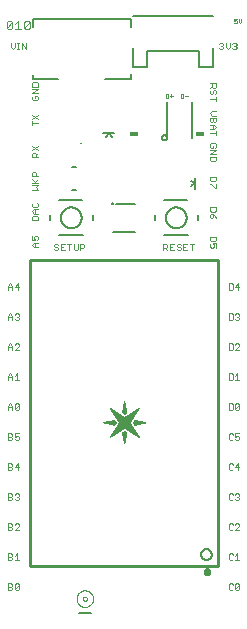
<source format=gto>
G75*
%MOIN*%
%OFA0B0*%
%FSLAX25Y25*%
%IPPOS*%
%LPD*%
%AMOC8*
5,1,8,0,0,1.08239X$1,22.5*
%
%ADD10C,0.00000*%
%ADD11C,0.00001*%
%ADD12C,0.00400*%
%ADD13C,0.00200*%
%ADD14C,0.00300*%
%ADD15C,0.01000*%
%ADD16C,0.00500*%
%ADD17C,0.00800*%
%ADD18C,0.00787*%
%ADD19C,0.01575*%
%ADD20C,0.00600*%
%ADD21R,0.03000X0.01800*%
%ADD22R,0.00787X0.00295*%
D10*
X0077813Y0062260D02*
X0077103Y0065834D01*
X0077813Y0066358D01*
X0078524Y0065834D01*
X0077813Y0062260D01*
X0077814Y0067577D02*
X0072901Y0064336D01*
X0076141Y0069249D01*
X0072901Y0074161D01*
X0077814Y0070922D01*
X0082726Y0074161D01*
X0079486Y0069249D01*
X0082726Y0064336D01*
X0077814Y0067577D01*
X0080705Y0069249D02*
X0081229Y0069959D01*
X0084803Y0069249D01*
X0081229Y0068538D01*
X0080705Y0069249D01*
X0078524Y0072664D02*
X0077813Y0072140D01*
X0077103Y0072664D01*
X0077813Y0076238D01*
X0078524Y0072664D01*
X0074398Y0069959D02*
X0070825Y0069249D01*
X0074398Y0068538D01*
X0074922Y0069249D01*
X0074398Y0069959D01*
D11*
X0074399Y0069959D02*
X0074394Y0069959D01*
X0074389Y0069958D02*
X0074400Y0069958D01*
X0074400Y0069957D02*
X0074384Y0069957D01*
X0074379Y0069956D02*
X0074401Y0069956D01*
X0074402Y0069955D02*
X0074374Y0069955D01*
X0074369Y0069954D02*
X0074403Y0069954D01*
X0074403Y0069953D02*
X0074364Y0069953D01*
X0074360Y0069952D02*
X0074404Y0069952D01*
X0074405Y0069951D02*
X0074355Y0069951D01*
X0074350Y0069950D02*
X0074405Y0069950D01*
X0074406Y0069949D02*
X0074345Y0069949D01*
X0074340Y0069948D02*
X0074407Y0069948D01*
X0074408Y0069947D02*
X0074335Y0069947D01*
X0074330Y0069946D02*
X0074408Y0069946D01*
X0074409Y0069945D02*
X0074325Y0069945D01*
X0074320Y0069944D02*
X0074410Y0069944D01*
X0074410Y0069943D02*
X0074315Y0069943D01*
X0074310Y0069942D02*
X0074411Y0069942D01*
X0074412Y0069941D02*
X0074305Y0069941D01*
X0074300Y0069940D02*
X0074413Y0069940D01*
X0074413Y0069939D02*
X0074295Y0069939D01*
X0074290Y0069938D02*
X0074414Y0069938D01*
X0074415Y0069937D02*
X0074285Y0069937D01*
X0074280Y0069936D02*
X0074416Y0069936D01*
X0074416Y0069935D02*
X0074275Y0069935D01*
X0074270Y0069934D02*
X0074417Y0069934D01*
X0074418Y0069933D02*
X0074265Y0069933D01*
X0074261Y0069932D02*
X0074418Y0069932D01*
X0074419Y0069931D02*
X0074256Y0069931D01*
X0074251Y0069930D02*
X0074420Y0069930D01*
X0074421Y0069929D02*
X0074246Y0069929D01*
X0074241Y0069928D02*
X0074421Y0069928D01*
X0074422Y0069927D02*
X0074236Y0069927D01*
X0074231Y0069926D02*
X0074423Y0069926D01*
X0074424Y0069925D02*
X0074226Y0069925D01*
X0074221Y0069924D02*
X0074424Y0069924D01*
X0074425Y0069923D02*
X0074216Y0069923D01*
X0074211Y0069922D02*
X0074426Y0069922D01*
X0074426Y0069921D02*
X0074206Y0069921D01*
X0074201Y0069920D02*
X0074427Y0069920D01*
X0074428Y0069919D02*
X0074196Y0069919D01*
X0074191Y0069918D02*
X0074429Y0069918D01*
X0074429Y0069917D02*
X0074186Y0069917D01*
X0074181Y0069916D02*
X0074430Y0069916D01*
X0074431Y0069915D02*
X0074176Y0069915D01*
X0074171Y0069914D02*
X0074432Y0069914D01*
X0074432Y0069913D02*
X0074166Y0069913D01*
X0074162Y0069912D02*
X0074433Y0069912D01*
X0074434Y0069911D02*
X0074157Y0069911D01*
X0074152Y0069910D02*
X0074434Y0069910D01*
X0074435Y0069909D02*
X0074147Y0069909D01*
X0074142Y0069908D02*
X0074436Y0069908D01*
X0074437Y0069907D02*
X0074137Y0069907D01*
X0074132Y0069906D02*
X0074437Y0069906D01*
X0074438Y0069906D02*
X0074127Y0069906D01*
X0074122Y0069905D02*
X0074439Y0069905D01*
X0074440Y0069904D02*
X0074117Y0069904D01*
X0074112Y0069903D02*
X0074440Y0069903D01*
X0074441Y0069902D02*
X0074107Y0069902D01*
X0074102Y0069901D02*
X0074442Y0069901D01*
X0074442Y0069900D02*
X0074097Y0069900D01*
X0074092Y0069899D02*
X0074443Y0069899D01*
X0074444Y0069898D02*
X0074087Y0069898D01*
X0074082Y0069897D02*
X0074445Y0069897D01*
X0074445Y0069896D02*
X0074077Y0069896D01*
X0074072Y0069895D02*
X0074446Y0069895D01*
X0074447Y0069894D02*
X0074067Y0069894D01*
X0074063Y0069893D02*
X0074448Y0069893D01*
X0074448Y0069892D02*
X0074058Y0069892D01*
X0074053Y0069891D02*
X0074449Y0069891D01*
X0074450Y0069890D02*
X0074048Y0069890D01*
X0074043Y0069889D02*
X0074450Y0069889D01*
X0074451Y0069888D02*
X0074038Y0069888D01*
X0074033Y0069887D02*
X0074452Y0069887D01*
X0074453Y0069886D02*
X0074028Y0069886D01*
X0074023Y0069885D02*
X0074453Y0069885D01*
X0074454Y0069884D02*
X0074018Y0069884D01*
X0074013Y0069883D02*
X0074455Y0069883D01*
X0074456Y0069882D02*
X0074008Y0069882D01*
X0074003Y0069881D02*
X0074456Y0069881D01*
X0074457Y0069880D02*
X0073998Y0069880D01*
X0073993Y0069879D02*
X0074458Y0069879D01*
X0074458Y0069878D02*
X0073988Y0069878D01*
X0073983Y0069877D02*
X0074459Y0069877D01*
X0074460Y0069876D02*
X0073978Y0069876D01*
X0073973Y0069875D02*
X0074461Y0069875D01*
X0074461Y0069874D02*
X0073968Y0069874D01*
X0073964Y0069873D02*
X0074462Y0069873D01*
X0074463Y0069872D02*
X0073959Y0069872D01*
X0073954Y0069871D02*
X0074464Y0069871D01*
X0074464Y0069870D02*
X0073949Y0069870D01*
X0073944Y0069869D02*
X0074465Y0069869D01*
X0074466Y0069868D02*
X0073939Y0069868D01*
X0073934Y0069867D02*
X0074466Y0069867D01*
X0074467Y0069866D02*
X0073929Y0069866D01*
X0073924Y0069865D02*
X0074468Y0069865D01*
X0074469Y0069864D02*
X0073919Y0069864D01*
X0073914Y0069863D02*
X0074469Y0069863D01*
X0074470Y0069862D02*
X0073909Y0069862D01*
X0073904Y0069861D02*
X0074471Y0069861D01*
X0074471Y0069860D02*
X0073899Y0069860D01*
X0073894Y0069859D02*
X0074472Y0069859D01*
X0074473Y0069858D02*
X0073889Y0069858D01*
X0073884Y0069857D02*
X0074474Y0069857D01*
X0074474Y0069856D02*
X0073879Y0069856D01*
X0073874Y0069855D02*
X0074475Y0069855D01*
X0074476Y0069854D02*
X0073869Y0069854D01*
X0073865Y0069853D02*
X0074477Y0069853D01*
X0074477Y0069852D02*
X0073860Y0069852D01*
X0073855Y0069851D02*
X0074478Y0069851D01*
X0074479Y0069850D02*
X0073850Y0069850D01*
X0073845Y0069849D02*
X0074479Y0069849D01*
X0074480Y0069848D02*
X0073840Y0069848D01*
X0073835Y0069847D02*
X0074481Y0069847D01*
X0074482Y0069846D02*
X0073830Y0069846D01*
X0073825Y0069845D02*
X0074482Y0069845D01*
X0074483Y0069844D02*
X0073820Y0069844D01*
X0073815Y0069844D02*
X0074484Y0069844D01*
X0074485Y0069843D02*
X0073810Y0069843D01*
X0073805Y0069842D02*
X0074485Y0069842D01*
X0074486Y0069841D02*
X0073800Y0069841D01*
X0073795Y0069840D02*
X0074487Y0069840D01*
X0074487Y0069839D02*
X0073790Y0069839D01*
X0073785Y0069838D02*
X0074488Y0069838D01*
X0074489Y0069837D02*
X0073780Y0069837D01*
X0073775Y0069836D02*
X0074490Y0069836D01*
X0074490Y0069835D02*
X0073770Y0069835D01*
X0073766Y0069834D02*
X0074491Y0069834D01*
X0074492Y0069833D02*
X0073761Y0069833D01*
X0073756Y0069832D02*
X0074493Y0069832D01*
X0074493Y0069831D02*
X0073751Y0069831D01*
X0073746Y0069830D02*
X0074494Y0069830D01*
X0074495Y0069829D02*
X0073741Y0069829D01*
X0073736Y0069828D02*
X0074495Y0069828D01*
X0074496Y0069827D02*
X0073731Y0069827D01*
X0073726Y0069826D02*
X0074497Y0069826D01*
X0074498Y0069825D02*
X0073721Y0069825D01*
X0073716Y0069824D02*
X0074498Y0069824D01*
X0074499Y0069823D02*
X0073711Y0069823D01*
X0073706Y0069822D02*
X0074500Y0069822D01*
X0074501Y0069821D02*
X0073701Y0069821D01*
X0073696Y0069820D02*
X0074501Y0069820D01*
X0074502Y0069819D02*
X0073691Y0069819D01*
X0073686Y0069818D02*
X0074503Y0069818D01*
X0074503Y0069817D02*
X0073681Y0069817D01*
X0073676Y0069816D02*
X0074504Y0069816D01*
X0074505Y0069815D02*
X0073671Y0069815D01*
X0073667Y0069814D02*
X0074506Y0069814D01*
X0074506Y0069813D02*
X0073662Y0069813D01*
X0073657Y0069812D02*
X0074507Y0069812D01*
X0074508Y0069811D02*
X0073652Y0069811D01*
X0073647Y0069810D02*
X0074509Y0069810D01*
X0074509Y0069809D02*
X0073642Y0069809D01*
X0073637Y0069808D02*
X0074510Y0069808D01*
X0074511Y0069807D02*
X0073632Y0069807D01*
X0073627Y0069806D02*
X0074511Y0069806D01*
X0074512Y0069805D02*
X0073622Y0069805D01*
X0073617Y0069804D02*
X0074513Y0069804D01*
X0074514Y0069803D02*
X0073612Y0069803D01*
X0073607Y0069802D02*
X0074514Y0069802D01*
X0074515Y0069801D02*
X0073602Y0069801D01*
X0073597Y0069800D02*
X0074516Y0069800D01*
X0074517Y0069799D02*
X0073592Y0069799D01*
X0073587Y0069798D02*
X0074517Y0069798D01*
X0074518Y0069797D02*
X0073582Y0069797D01*
X0073577Y0069796D02*
X0074519Y0069796D01*
X0074519Y0069795D02*
X0073572Y0069795D01*
X0073567Y0069794D02*
X0074520Y0069794D01*
X0074521Y0069793D02*
X0073563Y0069793D01*
X0073558Y0069792D02*
X0074522Y0069792D01*
X0074522Y0069791D02*
X0073553Y0069791D01*
X0073548Y0069790D02*
X0074523Y0069790D01*
X0074524Y0069789D02*
X0073543Y0069789D01*
X0073538Y0069788D02*
X0074524Y0069788D01*
X0074525Y0069787D02*
X0073533Y0069787D01*
X0073528Y0069786D02*
X0074526Y0069786D01*
X0074527Y0069785D02*
X0073523Y0069785D01*
X0073518Y0069784D02*
X0074527Y0069784D01*
X0074528Y0069783D02*
X0073513Y0069783D01*
X0073508Y0069782D02*
X0074529Y0069782D01*
X0074530Y0069781D02*
X0073503Y0069781D01*
X0073498Y0069781D02*
X0074530Y0069781D01*
X0074531Y0069780D02*
X0073493Y0069780D01*
X0073488Y0069779D02*
X0074532Y0069779D01*
X0074532Y0069778D02*
X0073483Y0069778D01*
X0073478Y0069777D02*
X0074533Y0069777D01*
X0074534Y0069776D02*
X0073473Y0069776D01*
X0073468Y0069775D02*
X0074535Y0069775D01*
X0074535Y0069774D02*
X0073464Y0069774D01*
X0073459Y0069773D02*
X0074536Y0069773D01*
X0074537Y0069772D02*
X0073454Y0069772D01*
X0073449Y0069771D02*
X0074538Y0069771D01*
X0074538Y0069770D02*
X0073444Y0069770D01*
X0073439Y0069769D02*
X0074539Y0069769D01*
X0074540Y0069768D02*
X0073434Y0069768D01*
X0073429Y0069767D02*
X0074540Y0069767D01*
X0074541Y0069766D02*
X0073424Y0069766D01*
X0073419Y0069765D02*
X0074542Y0069765D01*
X0074543Y0069764D02*
X0073414Y0069764D01*
X0073409Y0069763D02*
X0074543Y0069763D01*
X0074544Y0069762D02*
X0073404Y0069762D01*
X0073399Y0069761D02*
X0074545Y0069761D01*
X0074546Y0069760D02*
X0073394Y0069760D01*
X0073389Y0069759D02*
X0074546Y0069759D01*
X0074547Y0069758D02*
X0073384Y0069758D01*
X0073379Y0069757D02*
X0074548Y0069757D01*
X0074548Y0069756D02*
X0073374Y0069756D01*
X0073369Y0069755D02*
X0074549Y0069755D01*
X0074550Y0069754D02*
X0073365Y0069754D01*
X0073360Y0069753D02*
X0074551Y0069753D01*
X0074551Y0069752D02*
X0073355Y0069752D01*
X0073350Y0069751D02*
X0074552Y0069751D01*
X0074553Y0069750D02*
X0073345Y0069750D01*
X0073340Y0069749D02*
X0074554Y0069749D01*
X0074554Y0069748D02*
X0073335Y0069748D01*
X0073330Y0069747D02*
X0074555Y0069747D01*
X0074556Y0069746D02*
X0073325Y0069746D01*
X0073320Y0069745D02*
X0074556Y0069745D01*
X0074557Y0069744D02*
X0073315Y0069744D01*
X0073310Y0069743D02*
X0074558Y0069743D01*
X0074559Y0069742D02*
X0073305Y0069742D01*
X0073300Y0069741D02*
X0074559Y0069741D01*
X0074560Y0069740D02*
X0073295Y0069740D01*
X0073290Y0069739D02*
X0074561Y0069739D01*
X0074562Y0069738D02*
X0073285Y0069738D01*
X0073280Y0069737D02*
X0074562Y0069737D01*
X0074563Y0069736D02*
X0073275Y0069736D01*
X0073270Y0069735D02*
X0074564Y0069735D01*
X0074564Y0069734D02*
X0073266Y0069734D01*
X0073261Y0069733D02*
X0074565Y0069733D01*
X0074566Y0069732D02*
X0073256Y0069732D01*
X0073251Y0069731D02*
X0074567Y0069731D01*
X0074567Y0069730D02*
X0073246Y0069730D01*
X0073241Y0069729D02*
X0074568Y0069729D01*
X0074569Y0069728D02*
X0073236Y0069728D01*
X0073231Y0069727D02*
X0074570Y0069727D01*
X0074570Y0069726D02*
X0073226Y0069726D01*
X0073221Y0069725D02*
X0074571Y0069725D01*
X0074572Y0069724D02*
X0073216Y0069724D01*
X0073211Y0069723D02*
X0074572Y0069723D01*
X0074573Y0069722D02*
X0073206Y0069722D01*
X0073201Y0069721D02*
X0074574Y0069721D01*
X0074575Y0069720D02*
X0073196Y0069720D01*
X0073191Y0069719D02*
X0074575Y0069719D01*
X0074576Y0069719D02*
X0073186Y0069719D01*
X0073181Y0069718D02*
X0074577Y0069718D01*
X0074577Y0069717D02*
X0073176Y0069717D01*
X0073171Y0069716D02*
X0074578Y0069716D01*
X0074579Y0069715D02*
X0073167Y0069715D01*
X0073162Y0069714D02*
X0074580Y0069714D01*
X0074580Y0069713D02*
X0073157Y0069713D01*
X0073152Y0069712D02*
X0074581Y0069712D01*
X0074582Y0069711D02*
X0073147Y0069711D01*
X0073142Y0069710D02*
X0074583Y0069710D01*
X0074583Y0069709D02*
X0073137Y0069709D01*
X0073132Y0069708D02*
X0074584Y0069708D01*
X0074585Y0069707D02*
X0073127Y0069707D01*
X0073122Y0069706D02*
X0074585Y0069706D01*
X0074586Y0069705D02*
X0073117Y0069705D01*
X0073112Y0069704D02*
X0074587Y0069704D01*
X0074588Y0069703D02*
X0073107Y0069703D01*
X0073102Y0069702D02*
X0074588Y0069702D01*
X0074589Y0069701D02*
X0073097Y0069701D01*
X0073092Y0069700D02*
X0074590Y0069700D01*
X0074591Y0069699D02*
X0073087Y0069699D01*
X0073082Y0069698D02*
X0074591Y0069698D01*
X0074592Y0069697D02*
X0073077Y0069697D01*
X0073072Y0069696D02*
X0074593Y0069696D01*
X0074593Y0069695D02*
X0073068Y0069695D01*
X0073063Y0069694D02*
X0074594Y0069694D01*
X0074595Y0069693D02*
X0073058Y0069693D01*
X0073053Y0069692D02*
X0074596Y0069692D01*
X0074596Y0069691D02*
X0073048Y0069691D01*
X0073043Y0069690D02*
X0074597Y0069690D01*
X0074598Y0069689D02*
X0073038Y0069689D01*
X0073033Y0069688D02*
X0074599Y0069688D01*
X0074599Y0069687D02*
X0073028Y0069687D01*
X0073023Y0069686D02*
X0074600Y0069686D01*
X0074601Y0069685D02*
X0073018Y0069685D01*
X0073013Y0069684D02*
X0074601Y0069684D01*
X0074602Y0069683D02*
X0073008Y0069683D01*
X0073003Y0069682D02*
X0074603Y0069682D01*
X0074604Y0069681D02*
X0072998Y0069681D01*
X0072993Y0069680D02*
X0074604Y0069680D01*
X0074605Y0069679D02*
X0072988Y0069679D01*
X0072983Y0069678D02*
X0074606Y0069678D01*
X0074607Y0069677D02*
X0072978Y0069677D01*
X0072973Y0069676D02*
X0074607Y0069676D01*
X0074608Y0069675D02*
X0072969Y0069675D01*
X0072964Y0069674D02*
X0074609Y0069674D01*
X0074609Y0069673D02*
X0072959Y0069673D01*
X0072954Y0069672D02*
X0074610Y0069672D01*
X0074611Y0069671D02*
X0072949Y0069671D01*
X0072944Y0069670D02*
X0074612Y0069670D01*
X0074612Y0069669D02*
X0072939Y0069669D01*
X0072934Y0069668D02*
X0074613Y0069668D01*
X0074614Y0069667D02*
X0072929Y0069667D01*
X0072924Y0069666D02*
X0074615Y0069666D01*
X0074615Y0069665D02*
X0072919Y0069665D01*
X0072914Y0069664D02*
X0074616Y0069664D01*
X0074617Y0069663D02*
X0072909Y0069663D01*
X0072904Y0069662D02*
X0074617Y0069662D01*
X0074618Y0069661D02*
X0072899Y0069661D01*
X0072894Y0069660D02*
X0074619Y0069660D01*
X0074620Y0069659D02*
X0072889Y0069659D01*
X0072884Y0069658D02*
X0074620Y0069658D01*
X0074621Y0069657D02*
X0072879Y0069657D01*
X0072874Y0069656D02*
X0074622Y0069656D01*
X0074623Y0069656D02*
X0072870Y0069656D01*
X0072865Y0069655D02*
X0074623Y0069655D01*
X0074624Y0069654D02*
X0072860Y0069654D01*
X0072855Y0069653D02*
X0074625Y0069653D01*
X0074625Y0069652D02*
X0072850Y0069652D01*
X0072845Y0069651D02*
X0074626Y0069651D01*
X0074627Y0069650D02*
X0072840Y0069650D01*
X0072835Y0069649D02*
X0074628Y0069649D01*
X0074628Y0069648D02*
X0072830Y0069648D01*
X0072825Y0069647D02*
X0074629Y0069647D01*
X0074630Y0069646D02*
X0072820Y0069646D01*
X0072815Y0069645D02*
X0074631Y0069645D01*
X0074631Y0069644D02*
X0072810Y0069644D01*
X0072805Y0069643D02*
X0074632Y0069643D01*
X0074633Y0069642D02*
X0072800Y0069642D01*
X0072795Y0069641D02*
X0074633Y0069641D01*
X0074634Y0069640D02*
X0072790Y0069640D01*
X0072785Y0069639D02*
X0074635Y0069639D01*
X0074636Y0069638D02*
X0072780Y0069638D01*
X0072775Y0069637D02*
X0074636Y0069637D01*
X0074637Y0069636D02*
X0072770Y0069636D01*
X0072766Y0069635D02*
X0074638Y0069635D01*
X0074638Y0069634D02*
X0072761Y0069634D01*
X0072756Y0069633D02*
X0074639Y0069633D01*
X0074640Y0069632D02*
X0072751Y0069632D01*
X0072746Y0069631D02*
X0074641Y0069631D01*
X0074641Y0069630D02*
X0072741Y0069630D01*
X0072736Y0069629D02*
X0074642Y0069629D01*
X0074643Y0069628D02*
X0072731Y0069628D01*
X0072726Y0069627D02*
X0074644Y0069627D01*
X0074644Y0069626D02*
X0072721Y0069626D01*
X0072716Y0069625D02*
X0074645Y0069625D01*
X0074646Y0069624D02*
X0072711Y0069624D01*
X0072706Y0069623D02*
X0074646Y0069623D01*
X0074647Y0069622D02*
X0072701Y0069622D01*
X0072696Y0069621D02*
X0074648Y0069621D01*
X0074649Y0069620D02*
X0072691Y0069620D01*
X0072686Y0069619D02*
X0074649Y0069619D01*
X0074650Y0069618D02*
X0072681Y0069618D01*
X0072676Y0069617D02*
X0074651Y0069617D01*
X0074652Y0069616D02*
X0072671Y0069616D01*
X0072667Y0069615D02*
X0074652Y0069615D01*
X0074653Y0069614D02*
X0072662Y0069614D01*
X0072657Y0069613D02*
X0074654Y0069613D01*
X0074654Y0069612D02*
X0072652Y0069612D01*
X0072647Y0069611D02*
X0074655Y0069611D01*
X0074656Y0069610D02*
X0072642Y0069610D01*
X0072637Y0069609D02*
X0074657Y0069609D01*
X0074657Y0069608D02*
X0072632Y0069608D01*
X0072627Y0069607D02*
X0074658Y0069607D01*
X0074659Y0069606D02*
X0072622Y0069606D01*
X0072617Y0069605D02*
X0074660Y0069605D01*
X0074660Y0069604D02*
X0072612Y0069604D01*
X0072607Y0069603D02*
X0074661Y0069603D01*
X0074662Y0069602D02*
X0072602Y0069602D01*
X0072597Y0069601D02*
X0074662Y0069601D01*
X0074663Y0069600D02*
X0072592Y0069600D01*
X0072587Y0069599D02*
X0074664Y0069599D01*
X0074665Y0069598D02*
X0072582Y0069598D01*
X0072577Y0069597D02*
X0074665Y0069597D01*
X0074666Y0069596D02*
X0072572Y0069596D01*
X0072568Y0069595D02*
X0074667Y0069595D01*
X0074668Y0069594D02*
X0072563Y0069594D01*
X0072558Y0069594D02*
X0074668Y0069594D01*
X0074669Y0069593D02*
X0072553Y0069593D01*
X0072548Y0069592D02*
X0074670Y0069592D01*
X0074670Y0069591D02*
X0072543Y0069591D01*
X0072538Y0069590D02*
X0074671Y0069590D01*
X0074672Y0069589D02*
X0072533Y0069589D01*
X0072528Y0069588D02*
X0074673Y0069588D01*
X0074673Y0069587D02*
X0072523Y0069587D01*
X0072518Y0069586D02*
X0074674Y0069586D01*
X0074675Y0069585D02*
X0072513Y0069585D01*
X0072508Y0069584D02*
X0074676Y0069584D01*
X0074676Y0069583D02*
X0072503Y0069583D01*
X0072498Y0069582D02*
X0074677Y0069582D01*
X0074678Y0069581D02*
X0072493Y0069581D01*
X0072488Y0069580D02*
X0074678Y0069580D01*
X0074679Y0069579D02*
X0072483Y0069579D01*
X0072478Y0069578D02*
X0074680Y0069578D01*
X0074681Y0069577D02*
X0072473Y0069577D01*
X0072469Y0069576D02*
X0074681Y0069576D01*
X0074682Y0069575D02*
X0072464Y0069575D01*
X0072459Y0069574D02*
X0074683Y0069574D01*
X0074684Y0069573D02*
X0072454Y0069573D01*
X0072449Y0069572D02*
X0074684Y0069572D01*
X0074685Y0069571D02*
X0072444Y0069571D01*
X0072439Y0069570D02*
X0074686Y0069570D01*
X0074686Y0069569D02*
X0072434Y0069569D01*
X0072429Y0069568D02*
X0074687Y0069568D01*
X0074688Y0069567D02*
X0072424Y0069567D01*
X0072419Y0069566D02*
X0074689Y0069566D01*
X0074689Y0069565D02*
X0072414Y0069565D01*
X0072409Y0069564D02*
X0074690Y0069564D01*
X0074691Y0069563D02*
X0072404Y0069563D01*
X0072399Y0069562D02*
X0074691Y0069562D01*
X0074692Y0069561D02*
X0072394Y0069561D01*
X0072389Y0069560D02*
X0074693Y0069560D01*
X0074694Y0069559D02*
X0072384Y0069559D01*
X0072379Y0069558D02*
X0074694Y0069558D01*
X0074695Y0069557D02*
X0072374Y0069557D01*
X0072370Y0069556D02*
X0074696Y0069556D01*
X0074697Y0069555D02*
X0072365Y0069555D01*
X0072360Y0069554D02*
X0074697Y0069554D01*
X0074698Y0069553D02*
X0072355Y0069553D01*
X0072350Y0069552D02*
X0074699Y0069552D01*
X0074699Y0069551D02*
X0072345Y0069551D01*
X0072340Y0069550D02*
X0074700Y0069550D01*
X0074701Y0069549D02*
X0072335Y0069549D01*
X0072330Y0069548D02*
X0074702Y0069548D01*
X0074702Y0069547D02*
X0072325Y0069547D01*
X0072320Y0069546D02*
X0074703Y0069546D01*
X0074704Y0069545D02*
X0072315Y0069545D01*
X0072310Y0069544D02*
X0074705Y0069544D01*
X0074705Y0069543D02*
X0072305Y0069543D01*
X0072300Y0069542D02*
X0074706Y0069542D01*
X0074707Y0069541D02*
X0072295Y0069541D01*
X0072290Y0069540D02*
X0074707Y0069540D01*
X0074708Y0069539D02*
X0072285Y0069539D01*
X0072280Y0069538D02*
X0074709Y0069538D01*
X0074710Y0069537D02*
X0072275Y0069537D01*
X0072271Y0069536D02*
X0074710Y0069536D01*
X0074711Y0069535D02*
X0072266Y0069535D01*
X0072261Y0069534D02*
X0074712Y0069534D01*
X0074713Y0069533D02*
X0072256Y0069533D01*
X0072251Y0069532D02*
X0074713Y0069532D01*
X0074714Y0069531D02*
X0072246Y0069531D01*
X0072241Y0069531D02*
X0074715Y0069531D01*
X0074715Y0069530D02*
X0072236Y0069530D01*
X0072231Y0069529D02*
X0074716Y0069529D01*
X0074717Y0069528D02*
X0072226Y0069528D01*
X0072221Y0069527D02*
X0074718Y0069527D01*
X0074718Y0069526D02*
X0072216Y0069526D01*
X0072211Y0069525D02*
X0074719Y0069525D01*
X0074720Y0069524D02*
X0072206Y0069524D01*
X0072201Y0069523D02*
X0074721Y0069523D01*
X0074721Y0069522D02*
X0072196Y0069522D01*
X0072191Y0069521D02*
X0074722Y0069521D01*
X0074723Y0069520D02*
X0072186Y0069520D01*
X0072181Y0069519D02*
X0074723Y0069519D01*
X0074724Y0069518D02*
X0072176Y0069518D01*
X0072172Y0069517D02*
X0074725Y0069517D01*
X0074726Y0069516D02*
X0072167Y0069516D01*
X0072162Y0069515D02*
X0074726Y0069515D01*
X0074727Y0069514D02*
X0072157Y0069514D01*
X0072152Y0069513D02*
X0074728Y0069513D01*
X0074729Y0069512D02*
X0072147Y0069512D01*
X0072142Y0069511D02*
X0074729Y0069511D01*
X0074730Y0069510D02*
X0072137Y0069510D01*
X0072132Y0069509D02*
X0074731Y0069509D01*
X0074731Y0069508D02*
X0072127Y0069508D01*
X0072122Y0069507D02*
X0074732Y0069507D01*
X0074733Y0069506D02*
X0072117Y0069506D01*
X0072112Y0069505D02*
X0074734Y0069505D01*
X0074734Y0069504D02*
X0072107Y0069504D01*
X0072102Y0069503D02*
X0074735Y0069503D01*
X0074736Y0069502D02*
X0072097Y0069502D01*
X0072092Y0069501D02*
X0074737Y0069501D01*
X0074737Y0069500D02*
X0072087Y0069500D01*
X0072082Y0069499D02*
X0074738Y0069499D01*
X0074739Y0069498D02*
X0072077Y0069498D01*
X0072073Y0069497D02*
X0074739Y0069497D01*
X0074740Y0069496D02*
X0072068Y0069496D01*
X0072063Y0069495D02*
X0074741Y0069495D01*
X0074742Y0069494D02*
X0072058Y0069494D01*
X0072053Y0069493D02*
X0074742Y0069493D01*
X0074743Y0069492D02*
X0072048Y0069492D01*
X0072043Y0069491D02*
X0074744Y0069491D01*
X0074745Y0069490D02*
X0072038Y0069490D01*
X0072033Y0069489D02*
X0074745Y0069489D01*
X0074746Y0069488D02*
X0072028Y0069488D01*
X0072023Y0069487D02*
X0074747Y0069487D01*
X0074747Y0069486D02*
X0072018Y0069486D01*
X0072013Y0069485D02*
X0074748Y0069485D01*
X0074749Y0069484D02*
X0072008Y0069484D01*
X0072003Y0069483D02*
X0074750Y0069483D01*
X0074750Y0069482D02*
X0071998Y0069482D01*
X0071993Y0069481D02*
X0074751Y0069481D01*
X0074752Y0069480D02*
X0071988Y0069480D01*
X0071983Y0069479D02*
X0074752Y0069479D01*
X0074753Y0069478D02*
X0071978Y0069478D01*
X0071973Y0069477D02*
X0074754Y0069477D01*
X0074755Y0069476D02*
X0071969Y0069476D01*
X0071964Y0069475D02*
X0074755Y0069475D01*
X0074756Y0069474D02*
X0071959Y0069474D01*
X0071954Y0069473D02*
X0074757Y0069473D01*
X0074758Y0069472D02*
X0071949Y0069472D01*
X0071944Y0069471D02*
X0074758Y0069471D01*
X0074759Y0069470D02*
X0071939Y0069470D01*
X0071934Y0069469D02*
X0074760Y0069469D01*
X0071929Y0069469D01*
X0071924Y0069468D02*
X0074761Y0069468D01*
X0074762Y0069467D02*
X0071919Y0069467D01*
X0071914Y0069466D02*
X0074763Y0069466D01*
X0074763Y0069465D02*
X0071909Y0069465D01*
X0071904Y0069464D02*
X0074764Y0069464D01*
X0074765Y0069463D02*
X0071899Y0069463D01*
X0071894Y0069462D02*
X0074766Y0069462D01*
X0074766Y0069461D02*
X0071889Y0069461D01*
X0071884Y0069460D02*
X0074767Y0069460D01*
X0074768Y0069459D02*
X0071879Y0069459D01*
X0071874Y0069458D02*
X0074768Y0069458D01*
X0074769Y0069457D02*
X0071870Y0069457D01*
X0071865Y0069456D02*
X0074770Y0069456D01*
X0074771Y0069455D02*
X0071860Y0069455D01*
X0071855Y0069454D02*
X0074771Y0069454D01*
X0074772Y0069453D02*
X0071850Y0069453D01*
X0071845Y0069452D02*
X0074773Y0069452D01*
X0074774Y0069451D02*
X0071840Y0069451D01*
X0071835Y0069450D02*
X0074774Y0069450D01*
X0074775Y0069449D02*
X0071830Y0069449D01*
X0071825Y0069448D02*
X0074776Y0069448D01*
X0074776Y0069447D02*
X0071820Y0069447D01*
X0071815Y0069446D02*
X0074777Y0069446D01*
X0074778Y0069445D02*
X0071810Y0069445D01*
X0071805Y0069444D02*
X0074779Y0069444D01*
X0074779Y0069443D02*
X0071800Y0069443D01*
X0071795Y0069442D02*
X0074780Y0069442D01*
X0074781Y0069441D02*
X0071790Y0069441D01*
X0071785Y0069440D02*
X0074782Y0069440D01*
X0074782Y0069439D02*
X0071780Y0069439D01*
X0071775Y0069438D02*
X0074783Y0069438D01*
X0074784Y0069437D02*
X0071771Y0069437D01*
X0071766Y0069436D02*
X0074784Y0069436D01*
X0074785Y0069435D02*
X0071761Y0069435D01*
X0071756Y0069434D02*
X0074786Y0069434D01*
X0074787Y0069433D02*
X0071751Y0069433D01*
X0071746Y0069432D02*
X0074787Y0069432D01*
X0074788Y0069431D02*
X0071741Y0069431D01*
X0071736Y0069430D02*
X0074789Y0069430D01*
X0074790Y0069429D02*
X0071731Y0069429D01*
X0071726Y0069428D02*
X0074790Y0069428D01*
X0074791Y0069427D02*
X0071721Y0069427D01*
X0071716Y0069426D02*
X0074792Y0069426D01*
X0074792Y0069425D02*
X0071711Y0069425D01*
X0071706Y0069424D02*
X0074793Y0069424D01*
X0074794Y0069423D02*
X0071701Y0069423D01*
X0071696Y0069422D02*
X0074795Y0069422D01*
X0074795Y0069421D02*
X0071691Y0069421D01*
X0071686Y0069420D02*
X0074796Y0069420D01*
X0074797Y0069419D02*
X0071681Y0069419D01*
X0071676Y0069418D02*
X0074798Y0069418D01*
X0074798Y0069417D02*
X0071672Y0069417D01*
X0071667Y0069416D02*
X0074799Y0069416D01*
X0074800Y0069415D02*
X0071662Y0069415D01*
X0071657Y0069414D02*
X0074800Y0069414D01*
X0074801Y0069413D02*
X0071652Y0069413D01*
X0071647Y0069412D02*
X0074802Y0069412D01*
X0074803Y0069411D02*
X0071642Y0069411D01*
X0071637Y0069410D02*
X0074803Y0069410D01*
X0074804Y0069409D02*
X0071632Y0069409D01*
X0071627Y0069408D02*
X0074805Y0069408D01*
X0074805Y0069407D02*
X0071622Y0069407D01*
X0071617Y0069406D02*
X0074806Y0069406D01*
X0074807Y0069406D02*
X0071612Y0069406D01*
X0071607Y0069405D02*
X0074808Y0069405D01*
X0074808Y0069404D02*
X0071602Y0069404D01*
X0071597Y0069403D02*
X0074809Y0069403D01*
X0074810Y0069402D02*
X0071592Y0069402D01*
X0071587Y0069401D02*
X0074811Y0069401D01*
X0074811Y0069400D02*
X0071582Y0069400D01*
X0071577Y0069399D02*
X0074812Y0069399D01*
X0074813Y0069398D02*
X0071573Y0069398D01*
X0071568Y0069397D02*
X0074813Y0069397D01*
X0074814Y0069396D02*
X0071563Y0069396D01*
X0071558Y0069395D02*
X0074815Y0069395D01*
X0074816Y0069394D02*
X0071553Y0069394D01*
X0071548Y0069393D02*
X0074816Y0069393D01*
X0074817Y0069392D02*
X0071543Y0069392D01*
X0071538Y0069391D02*
X0074818Y0069391D01*
X0074819Y0069390D02*
X0071533Y0069390D01*
X0071528Y0069389D02*
X0074819Y0069389D01*
X0074820Y0069388D02*
X0071523Y0069388D01*
X0071518Y0069387D02*
X0074821Y0069387D01*
X0074821Y0069386D02*
X0071513Y0069386D01*
X0071508Y0069385D02*
X0074822Y0069385D01*
X0074823Y0069384D02*
X0071503Y0069384D01*
X0071498Y0069383D02*
X0074824Y0069383D01*
X0074824Y0069382D02*
X0071493Y0069382D01*
X0071488Y0069381D02*
X0074825Y0069381D01*
X0074826Y0069380D02*
X0071483Y0069380D01*
X0071478Y0069379D02*
X0074827Y0069379D01*
X0074827Y0069378D02*
X0071474Y0069378D01*
X0071469Y0069377D02*
X0074828Y0069377D01*
X0074829Y0069376D02*
X0071464Y0069376D01*
X0071459Y0069375D02*
X0074829Y0069375D01*
X0074830Y0069374D02*
X0071454Y0069374D01*
X0071449Y0069373D02*
X0074831Y0069373D01*
X0074832Y0069372D02*
X0071444Y0069372D01*
X0071439Y0069371D02*
X0074832Y0069371D01*
X0074833Y0069370D02*
X0071434Y0069370D01*
X0071429Y0069369D02*
X0074834Y0069369D01*
X0074835Y0069368D02*
X0071424Y0069368D01*
X0071419Y0069367D02*
X0074835Y0069367D01*
X0074836Y0069366D02*
X0071414Y0069366D01*
X0071409Y0069365D02*
X0074837Y0069365D01*
X0074837Y0069364D02*
X0071404Y0069364D01*
X0071399Y0069363D02*
X0074838Y0069363D01*
X0074839Y0069362D02*
X0071394Y0069362D01*
X0071389Y0069361D02*
X0074840Y0069361D01*
X0074840Y0069360D02*
X0071384Y0069360D01*
X0071379Y0069359D02*
X0074841Y0069359D01*
X0074842Y0069358D02*
X0071375Y0069358D01*
X0071370Y0069357D02*
X0074843Y0069357D01*
X0074843Y0069356D02*
X0071365Y0069356D01*
X0071360Y0069355D02*
X0074844Y0069355D01*
X0074845Y0069354D02*
X0071355Y0069354D01*
X0071350Y0069353D02*
X0074845Y0069353D01*
X0074846Y0069352D02*
X0071345Y0069352D01*
X0071340Y0069351D02*
X0074847Y0069351D01*
X0074848Y0069350D02*
X0071335Y0069350D01*
X0071330Y0069349D02*
X0074848Y0069349D01*
X0074849Y0069348D02*
X0071325Y0069348D01*
X0071320Y0069347D02*
X0074850Y0069347D01*
X0074851Y0069346D02*
X0071315Y0069346D01*
X0071310Y0069345D02*
X0074851Y0069345D01*
X0074852Y0069344D02*
X0071305Y0069344D01*
X0071300Y0069344D02*
X0074853Y0069344D01*
X0074853Y0069343D02*
X0071295Y0069343D01*
X0071290Y0069342D02*
X0074854Y0069342D01*
X0074855Y0069341D02*
X0071285Y0069341D01*
X0071280Y0069340D02*
X0074856Y0069340D01*
X0074856Y0069339D02*
X0071276Y0069339D01*
X0071271Y0069338D02*
X0074857Y0069338D01*
X0074858Y0069337D02*
X0071266Y0069337D01*
X0071261Y0069336D02*
X0074859Y0069336D01*
X0074859Y0069335D02*
X0071256Y0069335D01*
X0071251Y0069334D02*
X0074860Y0069334D01*
X0074861Y0069333D02*
X0071246Y0069333D01*
X0071241Y0069332D02*
X0074861Y0069332D01*
X0074862Y0069331D02*
X0071236Y0069331D01*
X0071231Y0069330D02*
X0074863Y0069330D01*
X0074864Y0069329D02*
X0071226Y0069329D01*
X0071221Y0069328D02*
X0074864Y0069328D01*
X0074865Y0069327D02*
X0071216Y0069327D01*
X0071211Y0069326D02*
X0074866Y0069326D01*
X0074866Y0069325D02*
X0071206Y0069325D01*
X0071201Y0069324D02*
X0074867Y0069324D01*
X0074868Y0069323D02*
X0071196Y0069323D01*
X0071191Y0069322D02*
X0074869Y0069322D01*
X0074869Y0069321D02*
X0071186Y0069321D01*
X0071181Y0069320D02*
X0074870Y0069320D01*
X0074871Y0069319D02*
X0071177Y0069319D01*
X0071172Y0069318D02*
X0074872Y0069318D01*
X0074872Y0069317D02*
X0071167Y0069317D01*
X0071162Y0069316D02*
X0074873Y0069316D01*
X0074874Y0069315D02*
X0071157Y0069315D01*
X0071152Y0069314D02*
X0074874Y0069314D01*
X0074875Y0069313D02*
X0071147Y0069313D01*
X0071142Y0069312D02*
X0074876Y0069312D01*
X0074877Y0069311D02*
X0071137Y0069311D01*
X0071132Y0069310D02*
X0074877Y0069310D01*
X0074878Y0069309D02*
X0071127Y0069309D01*
X0071122Y0069308D02*
X0074879Y0069308D01*
X0074880Y0069307D02*
X0071117Y0069307D01*
X0071112Y0069306D02*
X0074880Y0069306D01*
X0074881Y0069305D02*
X0071107Y0069305D01*
X0071102Y0069304D02*
X0074882Y0069304D01*
X0074882Y0069303D02*
X0071097Y0069303D01*
X0071092Y0069302D02*
X0074883Y0069302D01*
X0074884Y0069301D02*
X0071087Y0069301D01*
X0071082Y0069300D02*
X0074885Y0069300D01*
X0074885Y0069299D02*
X0071077Y0069299D01*
X0071073Y0069298D02*
X0074886Y0069298D01*
X0074887Y0069297D02*
X0071068Y0069297D01*
X0071063Y0069296D02*
X0074888Y0069296D01*
X0074888Y0069295D02*
X0071058Y0069295D01*
X0071053Y0069294D02*
X0074889Y0069294D01*
X0074890Y0069293D02*
X0071048Y0069293D01*
X0071043Y0069292D02*
X0074890Y0069292D01*
X0074891Y0069291D02*
X0071038Y0069291D01*
X0071033Y0069290D02*
X0074892Y0069290D01*
X0074893Y0069289D02*
X0071028Y0069289D01*
X0071023Y0069288D02*
X0074893Y0069288D01*
X0074894Y0069287D02*
X0071018Y0069287D01*
X0071013Y0069286D02*
X0074895Y0069286D01*
X0074896Y0069285D02*
X0071008Y0069285D01*
X0071003Y0069284D02*
X0074896Y0069284D01*
X0074897Y0069283D02*
X0070998Y0069283D01*
X0070993Y0069282D02*
X0074898Y0069282D01*
X0074898Y0069281D02*
X0070988Y0069281D01*
X0070983Y0069281D02*
X0074899Y0069281D01*
X0074900Y0069280D02*
X0070978Y0069280D01*
X0070974Y0069279D02*
X0074901Y0069279D01*
X0074901Y0069278D02*
X0070969Y0069278D01*
X0070964Y0069277D02*
X0074902Y0069277D01*
X0074903Y0069276D02*
X0070959Y0069276D01*
X0070954Y0069275D02*
X0074904Y0069275D01*
X0074904Y0069274D02*
X0070949Y0069274D01*
X0070944Y0069273D02*
X0074905Y0069273D01*
X0074906Y0069272D02*
X0070939Y0069272D01*
X0070934Y0069271D02*
X0074906Y0069271D01*
X0074907Y0069270D02*
X0070929Y0069270D01*
X0070924Y0069269D02*
X0074908Y0069269D01*
X0074909Y0069268D02*
X0070919Y0069268D01*
X0070914Y0069267D02*
X0074909Y0069267D01*
X0074910Y0069266D02*
X0070909Y0069266D01*
X0070904Y0069265D02*
X0074911Y0069265D01*
X0074912Y0069264D02*
X0070899Y0069264D01*
X0070894Y0069263D02*
X0074912Y0069263D01*
X0074913Y0069262D02*
X0070889Y0069262D01*
X0070884Y0069261D02*
X0074914Y0069261D01*
X0074914Y0069260D02*
X0070879Y0069260D01*
X0070875Y0069259D02*
X0074915Y0069259D01*
X0074916Y0069258D02*
X0070870Y0069258D01*
X0070865Y0069257D02*
X0074917Y0069257D01*
X0074917Y0069256D02*
X0070860Y0069256D01*
X0070855Y0069255D02*
X0074918Y0069255D01*
X0074919Y0069254D02*
X0070850Y0069254D01*
X0070845Y0069253D02*
X0074920Y0069253D01*
X0074920Y0069252D02*
X0070840Y0069252D01*
X0070835Y0069251D02*
X0074921Y0069251D01*
X0074922Y0069250D02*
X0070830Y0069250D01*
X0070829Y0069248D02*
X0074922Y0069248D01*
X0074922Y0069249D02*
X0070825Y0069249D01*
X0070834Y0069247D02*
X0074921Y0069247D01*
X0074920Y0069246D02*
X0070839Y0069246D01*
X0070844Y0069245D02*
X0074920Y0069245D01*
X0074919Y0069244D02*
X0070849Y0069244D01*
X0070854Y0069243D02*
X0074918Y0069243D01*
X0074917Y0069242D02*
X0070859Y0069242D01*
X0070864Y0069241D02*
X0074917Y0069241D01*
X0074916Y0069240D02*
X0070869Y0069240D01*
X0070874Y0069239D02*
X0074915Y0069239D01*
X0074915Y0069238D02*
X0070879Y0069238D01*
X0070883Y0069237D02*
X0074914Y0069237D01*
X0074913Y0069236D02*
X0070888Y0069236D01*
X0070893Y0069235D02*
X0074912Y0069235D01*
X0074912Y0069234D02*
X0070898Y0069234D01*
X0070903Y0069233D02*
X0074911Y0069233D01*
X0074910Y0069232D02*
X0070908Y0069232D01*
X0070913Y0069231D02*
X0074909Y0069231D01*
X0074909Y0069230D02*
X0070918Y0069230D01*
X0070923Y0069229D02*
X0074908Y0069229D01*
X0074907Y0069228D02*
X0070928Y0069228D01*
X0070933Y0069227D02*
X0074907Y0069227D01*
X0074906Y0069226D02*
X0070938Y0069226D01*
X0070943Y0069225D02*
X0074905Y0069225D01*
X0074904Y0069224D02*
X0070948Y0069224D01*
X0070953Y0069223D02*
X0074904Y0069223D01*
X0074903Y0069222D02*
X0070958Y0069222D01*
X0070963Y0069221D02*
X0074902Y0069221D01*
X0074902Y0069220D02*
X0070968Y0069220D01*
X0070973Y0069219D02*
X0074901Y0069219D01*
X0074900Y0069219D02*
X0070978Y0069219D01*
X0070982Y0069218D02*
X0074899Y0069218D01*
X0074899Y0069217D02*
X0070987Y0069217D01*
X0070992Y0069216D02*
X0074898Y0069216D01*
X0074897Y0069215D02*
X0070997Y0069215D01*
X0071002Y0069214D02*
X0074896Y0069214D01*
X0074896Y0069213D02*
X0071007Y0069213D01*
X0071012Y0069212D02*
X0074895Y0069212D01*
X0074894Y0069211D02*
X0071017Y0069211D01*
X0071022Y0069210D02*
X0074894Y0069210D01*
X0074893Y0069209D02*
X0071027Y0069209D01*
X0071032Y0069208D02*
X0074892Y0069208D01*
X0074891Y0069207D02*
X0071037Y0069207D01*
X0071042Y0069206D02*
X0074891Y0069206D01*
X0074890Y0069205D02*
X0071047Y0069205D01*
X0071052Y0069204D02*
X0074889Y0069204D01*
X0074888Y0069203D02*
X0071057Y0069203D01*
X0071062Y0069202D02*
X0074888Y0069202D01*
X0074887Y0069201D02*
X0071067Y0069201D01*
X0071072Y0069200D02*
X0074886Y0069200D01*
X0074886Y0069199D02*
X0071077Y0069199D01*
X0071081Y0069198D02*
X0074885Y0069198D01*
X0074884Y0069197D02*
X0071086Y0069197D01*
X0071091Y0069196D02*
X0074883Y0069196D01*
X0074883Y0069195D02*
X0071096Y0069195D01*
X0071101Y0069194D02*
X0074882Y0069194D01*
X0074881Y0069193D02*
X0071106Y0069193D01*
X0071111Y0069192D02*
X0074880Y0069192D01*
X0074880Y0069191D02*
X0071116Y0069191D01*
X0071121Y0069190D02*
X0074879Y0069190D01*
X0074878Y0069189D02*
X0071126Y0069189D01*
X0071131Y0069188D02*
X0074878Y0069188D01*
X0074877Y0069187D02*
X0071136Y0069187D01*
X0071141Y0069186D02*
X0074876Y0069186D01*
X0074875Y0069185D02*
X0071146Y0069185D01*
X0071151Y0069184D02*
X0074875Y0069184D01*
X0074874Y0069183D02*
X0071156Y0069183D01*
X0071161Y0069182D02*
X0074873Y0069182D01*
X0074872Y0069181D02*
X0071166Y0069181D01*
X0071171Y0069180D02*
X0074872Y0069180D01*
X0074871Y0069179D02*
X0071176Y0069179D01*
X0071180Y0069178D02*
X0074870Y0069178D01*
X0074870Y0069177D02*
X0071185Y0069177D01*
X0071190Y0069176D02*
X0074869Y0069176D01*
X0074868Y0069175D02*
X0071195Y0069175D01*
X0071200Y0069174D02*
X0074867Y0069174D01*
X0074867Y0069173D02*
X0071205Y0069173D01*
X0071210Y0069172D02*
X0074866Y0069172D01*
X0074865Y0069171D02*
X0071215Y0069171D01*
X0071220Y0069170D02*
X0074864Y0069170D01*
X0074864Y0069169D02*
X0071225Y0069169D01*
X0071230Y0069168D02*
X0074863Y0069168D01*
X0074862Y0069167D02*
X0071235Y0069167D01*
X0071240Y0069166D02*
X0074862Y0069166D01*
X0074861Y0069165D02*
X0071245Y0069165D01*
X0071250Y0069164D02*
X0074860Y0069164D01*
X0074859Y0069163D02*
X0071255Y0069163D01*
X0071260Y0069162D02*
X0074859Y0069162D01*
X0074858Y0069161D02*
X0071265Y0069161D01*
X0071270Y0069160D02*
X0074857Y0069160D01*
X0074856Y0069159D02*
X0071275Y0069159D01*
X0071279Y0069158D02*
X0074856Y0069158D01*
X0074855Y0069157D02*
X0071284Y0069157D01*
X0071289Y0069156D02*
X0074854Y0069156D01*
X0071294Y0069156D01*
X0071299Y0069155D02*
X0074853Y0069155D01*
X0074852Y0069154D02*
X0071304Y0069154D01*
X0071309Y0069153D02*
X0074851Y0069153D01*
X0074851Y0069152D02*
X0071314Y0069152D01*
X0071319Y0069151D02*
X0074850Y0069151D01*
X0074849Y0069150D02*
X0071324Y0069150D01*
X0071329Y0069149D02*
X0074848Y0069149D01*
X0074848Y0069148D02*
X0071334Y0069148D01*
X0071339Y0069147D02*
X0074847Y0069147D01*
X0074846Y0069146D02*
X0071344Y0069146D01*
X0071349Y0069145D02*
X0074846Y0069145D01*
X0074845Y0069144D02*
X0071354Y0069144D01*
X0071359Y0069143D02*
X0074844Y0069143D01*
X0074843Y0069142D02*
X0071364Y0069142D01*
X0071369Y0069141D02*
X0074843Y0069141D01*
X0074842Y0069140D02*
X0071374Y0069140D01*
X0071378Y0069139D02*
X0074841Y0069139D01*
X0074841Y0069138D02*
X0071383Y0069138D01*
X0071388Y0069137D02*
X0074840Y0069137D01*
X0074839Y0069136D02*
X0071393Y0069136D01*
X0071398Y0069135D02*
X0074838Y0069135D01*
X0074838Y0069134D02*
X0071403Y0069134D01*
X0071408Y0069133D02*
X0074837Y0069133D01*
X0074836Y0069132D02*
X0071413Y0069132D01*
X0071418Y0069131D02*
X0074835Y0069131D01*
X0074835Y0069130D02*
X0071423Y0069130D01*
X0071428Y0069129D02*
X0074834Y0069129D01*
X0074833Y0069128D02*
X0071433Y0069128D01*
X0071438Y0069127D02*
X0074833Y0069127D01*
X0074832Y0069126D02*
X0071443Y0069126D01*
X0071448Y0069125D02*
X0074831Y0069125D01*
X0074830Y0069124D02*
X0071453Y0069124D01*
X0071458Y0069123D02*
X0074830Y0069123D01*
X0074829Y0069122D02*
X0071463Y0069122D01*
X0071468Y0069121D02*
X0074828Y0069121D01*
X0074827Y0069120D02*
X0071473Y0069120D01*
X0071477Y0069119D02*
X0074827Y0069119D01*
X0074826Y0069118D02*
X0071482Y0069118D01*
X0071487Y0069117D02*
X0074825Y0069117D01*
X0074825Y0069116D02*
X0071492Y0069116D01*
X0071497Y0069115D02*
X0074824Y0069115D01*
X0074823Y0069114D02*
X0071502Y0069114D01*
X0071507Y0069113D02*
X0074822Y0069113D01*
X0074822Y0069112D02*
X0071512Y0069112D01*
X0071517Y0069111D02*
X0074821Y0069111D01*
X0074820Y0069110D02*
X0071522Y0069110D01*
X0071527Y0069109D02*
X0074819Y0069109D01*
X0074819Y0069108D02*
X0071532Y0069108D01*
X0071537Y0069107D02*
X0074818Y0069107D01*
X0074817Y0069106D02*
X0071542Y0069106D01*
X0071547Y0069105D02*
X0074817Y0069105D01*
X0074816Y0069104D02*
X0071552Y0069104D01*
X0071557Y0069103D02*
X0074815Y0069103D01*
X0074814Y0069102D02*
X0071562Y0069102D01*
X0071567Y0069101D02*
X0074814Y0069101D01*
X0074813Y0069100D02*
X0071572Y0069100D01*
X0071577Y0069099D02*
X0074812Y0069099D01*
X0074811Y0069098D02*
X0071581Y0069098D01*
X0071586Y0069097D02*
X0074811Y0069097D01*
X0074810Y0069096D02*
X0071591Y0069096D01*
X0071596Y0069095D02*
X0074809Y0069095D01*
X0074809Y0069094D02*
X0071601Y0069094D01*
X0071606Y0069094D02*
X0074808Y0069094D01*
X0074807Y0069093D02*
X0071611Y0069093D01*
X0071616Y0069092D02*
X0074806Y0069092D01*
X0074806Y0069091D02*
X0071621Y0069091D01*
X0071626Y0069090D02*
X0074805Y0069090D01*
X0074804Y0069089D02*
X0071631Y0069089D01*
X0071636Y0069088D02*
X0074803Y0069088D01*
X0074803Y0069087D02*
X0071641Y0069087D01*
X0071646Y0069086D02*
X0074802Y0069086D01*
X0074801Y0069085D02*
X0071651Y0069085D01*
X0071656Y0069084D02*
X0074801Y0069084D01*
X0074800Y0069083D02*
X0071661Y0069083D01*
X0071666Y0069082D02*
X0074799Y0069082D01*
X0074798Y0069081D02*
X0071671Y0069081D01*
X0071676Y0069080D02*
X0074798Y0069080D01*
X0074797Y0069079D02*
X0071680Y0069079D01*
X0071685Y0069078D02*
X0074796Y0069078D01*
X0074795Y0069077D02*
X0071690Y0069077D01*
X0071695Y0069076D02*
X0074795Y0069076D01*
X0074794Y0069075D02*
X0071700Y0069075D01*
X0071705Y0069074D02*
X0074793Y0069074D01*
X0074793Y0069073D02*
X0071710Y0069073D01*
X0071715Y0069072D02*
X0074792Y0069072D01*
X0074791Y0069071D02*
X0071720Y0069071D01*
X0071725Y0069070D02*
X0074790Y0069070D01*
X0074790Y0069069D02*
X0071730Y0069069D01*
X0071735Y0069068D02*
X0074789Y0069068D01*
X0074788Y0069067D02*
X0071740Y0069067D01*
X0071745Y0069066D02*
X0074788Y0069066D01*
X0074787Y0069065D02*
X0071750Y0069065D01*
X0071755Y0069064D02*
X0074786Y0069064D01*
X0074785Y0069063D02*
X0071760Y0069063D01*
X0071765Y0069062D02*
X0074785Y0069062D01*
X0074784Y0069061D02*
X0071770Y0069061D01*
X0071775Y0069060D02*
X0074783Y0069060D01*
X0074782Y0069059D02*
X0071779Y0069059D01*
X0071784Y0069058D02*
X0074782Y0069058D01*
X0074781Y0069057D02*
X0071789Y0069057D01*
X0071794Y0069056D02*
X0074780Y0069056D01*
X0074780Y0069055D02*
X0071799Y0069055D01*
X0071804Y0069054D02*
X0074779Y0069054D01*
X0074778Y0069053D02*
X0071809Y0069053D01*
X0071814Y0069052D02*
X0074777Y0069052D01*
X0074777Y0069051D02*
X0071819Y0069051D01*
X0071824Y0069050D02*
X0074776Y0069050D01*
X0074775Y0069049D02*
X0071829Y0069049D01*
X0071834Y0069048D02*
X0074774Y0069048D01*
X0074774Y0069047D02*
X0071839Y0069047D01*
X0071844Y0069046D02*
X0074773Y0069046D01*
X0074772Y0069045D02*
X0071849Y0069045D01*
X0071854Y0069044D02*
X0074772Y0069044D01*
X0074771Y0069043D02*
X0071859Y0069043D01*
X0071864Y0069042D02*
X0074770Y0069042D01*
X0074769Y0069041D02*
X0071869Y0069041D01*
X0071874Y0069040D02*
X0074769Y0069040D01*
X0074768Y0069039D02*
X0071878Y0069039D01*
X0071883Y0069038D02*
X0074767Y0069038D01*
X0074766Y0069037D02*
X0071888Y0069037D01*
X0071893Y0069036D02*
X0074766Y0069036D01*
X0074765Y0069035D02*
X0071898Y0069035D01*
X0071903Y0069034D02*
X0074764Y0069034D01*
X0074764Y0069033D02*
X0071908Y0069033D01*
X0071913Y0069032D02*
X0074763Y0069032D01*
X0074762Y0069031D02*
X0071918Y0069031D01*
X0071923Y0069031D02*
X0074761Y0069031D01*
X0074761Y0069030D02*
X0071928Y0069030D01*
X0071933Y0069029D02*
X0074760Y0069029D01*
X0074759Y0069028D02*
X0071938Y0069028D01*
X0071943Y0069027D02*
X0074758Y0069027D01*
X0074758Y0069026D02*
X0071948Y0069026D01*
X0071953Y0069025D02*
X0074757Y0069025D01*
X0074756Y0069024D02*
X0071958Y0069024D01*
X0071963Y0069023D02*
X0074756Y0069023D01*
X0074755Y0069022D02*
X0071968Y0069022D01*
X0071973Y0069021D02*
X0074754Y0069021D01*
X0074753Y0069020D02*
X0071977Y0069020D01*
X0071982Y0069019D02*
X0074753Y0069019D01*
X0074752Y0069018D02*
X0071987Y0069018D01*
X0071992Y0069017D02*
X0074751Y0069017D01*
X0074750Y0069016D02*
X0071997Y0069016D01*
X0072002Y0069015D02*
X0074750Y0069015D01*
X0074749Y0069014D02*
X0072007Y0069014D01*
X0072012Y0069013D02*
X0074748Y0069013D01*
X0074748Y0069012D02*
X0072017Y0069012D01*
X0072022Y0069011D02*
X0074747Y0069011D01*
X0074746Y0069010D02*
X0072027Y0069010D01*
X0072032Y0069009D02*
X0074745Y0069009D01*
X0074745Y0069008D02*
X0072037Y0069008D01*
X0072042Y0069007D02*
X0074744Y0069007D01*
X0074743Y0069006D02*
X0072047Y0069006D01*
X0072052Y0069005D02*
X0074742Y0069005D01*
X0074742Y0069004D02*
X0072057Y0069004D01*
X0072062Y0069003D02*
X0074741Y0069003D01*
X0074740Y0069002D02*
X0072067Y0069002D01*
X0072072Y0069001D02*
X0074740Y0069001D01*
X0074739Y0069000D02*
X0072076Y0069000D01*
X0072081Y0068999D02*
X0074738Y0068999D01*
X0074737Y0068998D02*
X0072086Y0068998D01*
X0072091Y0068997D02*
X0074737Y0068997D01*
X0074736Y0068996D02*
X0072096Y0068996D01*
X0072101Y0068995D02*
X0074735Y0068995D01*
X0074734Y0068994D02*
X0072106Y0068994D01*
X0072111Y0068993D02*
X0074734Y0068993D01*
X0074733Y0068992D02*
X0072116Y0068992D01*
X0072121Y0068991D02*
X0074732Y0068991D01*
X0074732Y0068990D02*
X0072126Y0068990D01*
X0072131Y0068989D02*
X0074731Y0068989D01*
X0074730Y0068988D02*
X0072136Y0068988D01*
X0072141Y0068987D02*
X0074729Y0068987D01*
X0074729Y0068986D02*
X0072146Y0068986D01*
X0072151Y0068985D02*
X0074728Y0068985D01*
X0074727Y0068984D02*
X0072156Y0068984D01*
X0072161Y0068983D02*
X0074727Y0068983D01*
X0074726Y0068982D02*
X0072166Y0068982D01*
X0072171Y0068981D02*
X0074725Y0068981D01*
X0074724Y0068980D02*
X0072175Y0068980D01*
X0072180Y0068979D02*
X0074724Y0068979D01*
X0074723Y0068978D02*
X0072185Y0068978D01*
X0072190Y0068977D02*
X0074722Y0068977D01*
X0074721Y0068976D02*
X0072195Y0068976D01*
X0072200Y0068975D02*
X0074721Y0068975D01*
X0074720Y0068974D02*
X0072205Y0068974D01*
X0072210Y0068973D02*
X0074719Y0068973D01*
X0074719Y0068972D02*
X0072215Y0068972D01*
X0072220Y0068971D02*
X0074718Y0068971D01*
X0074717Y0068970D02*
X0072225Y0068970D01*
X0072230Y0068969D02*
X0074716Y0068969D01*
X0072235Y0068969D01*
X0072240Y0068968D02*
X0074715Y0068968D01*
X0074714Y0068967D02*
X0072245Y0068967D01*
X0072250Y0068966D02*
X0074713Y0068966D01*
X0074713Y0068965D02*
X0072255Y0068965D01*
X0072260Y0068964D02*
X0074712Y0068964D01*
X0074711Y0068963D02*
X0072265Y0068963D01*
X0072270Y0068962D02*
X0074711Y0068962D01*
X0074710Y0068961D02*
X0072274Y0068961D01*
X0072279Y0068960D02*
X0074709Y0068960D01*
X0074708Y0068959D02*
X0072284Y0068959D01*
X0072289Y0068958D02*
X0074708Y0068958D01*
X0074707Y0068957D02*
X0072294Y0068957D01*
X0072299Y0068956D02*
X0074706Y0068956D01*
X0074705Y0068955D02*
X0072304Y0068955D01*
X0072309Y0068954D02*
X0074705Y0068954D01*
X0074704Y0068953D02*
X0072314Y0068953D01*
X0072319Y0068952D02*
X0074703Y0068952D01*
X0074703Y0068951D02*
X0072324Y0068951D01*
X0072329Y0068950D02*
X0074702Y0068950D01*
X0074701Y0068949D02*
X0072334Y0068949D01*
X0072339Y0068948D02*
X0074700Y0068948D01*
X0074700Y0068947D02*
X0072344Y0068947D01*
X0072349Y0068946D02*
X0074699Y0068946D01*
X0074698Y0068945D02*
X0072354Y0068945D01*
X0072359Y0068944D02*
X0074697Y0068944D01*
X0074697Y0068943D02*
X0072364Y0068943D01*
X0072369Y0068942D02*
X0074696Y0068942D01*
X0074695Y0068941D02*
X0072373Y0068941D01*
X0072378Y0068940D02*
X0074695Y0068940D01*
X0074694Y0068939D02*
X0072383Y0068939D01*
X0072388Y0068938D02*
X0074693Y0068938D01*
X0074692Y0068937D02*
X0072393Y0068937D01*
X0072398Y0068936D02*
X0074692Y0068936D01*
X0074691Y0068935D02*
X0072403Y0068935D01*
X0072408Y0068934D02*
X0074690Y0068934D01*
X0074689Y0068933D02*
X0072413Y0068933D01*
X0072418Y0068932D02*
X0074689Y0068932D01*
X0074688Y0068931D02*
X0072423Y0068931D01*
X0072428Y0068930D02*
X0074687Y0068930D01*
X0074687Y0068929D02*
X0072433Y0068929D01*
X0072438Y0068928D02*
X0074686Y0068928D01*
X0074685Y0068927D02*
X0072443Y0068927D01*
X0072448Y0068926D02*
X0074684Y0068926D01*
X0074684Y0068925D02*
X0072453Y0068925D01*
X0072458Y0068924D02*
X0074683Y0068924D01*
X0074682Y0068923D02*
X0072463Y0068923D01*
X0072468Y0068922D02*
X0074681Y0068922D01*
X0074681Y0068921D02*
X0072473Y0068921D01*
X0072477Y0068920D02*
X0074680Y0068920D01*
X0074679Y0068919D02*
X0072482Y0068919D01*
X0072487Y0068918D02*
X0074679Y0068918D01*
X0074678Y0068917D02*
X0072492Y0068917D01*
X0072497Y0068916D02*
X0074677Y0068916D01*
X0074676Y0068915D02*
X0072502Y0068915D01*
X0072507Y0068914D02*
X0074676Y0068914D01*
X0074675Y0068913D02*
X0072512Y0068913D01*
X0072517Y0068912D02*
X0074674Y0068912D01*
X0074673Y0068911D02*
X0072522Y0068911D01*
X0072527Y0068910D02*
X0074673Y0068910D01*
X0074672Y0068909D02*
X0072532Y0068909D01*
X0072537Y0068908D02*
X0074671Y0068908D01*
X0074671Y0068907D02*
X0072542Y0068907D01*
X0072547Y0068906D02*
X0074670Y0068906D01*
X0074669Y0068906D02*
X0072552Y0068906D01*
X0072557Y0068905D02*
X0074668Y0068905D01*
X0074668Y0068904D02*
X0072562Y0068904D01*
X0072567Y0068903D02*
X0074667Y0068903D01*
X0074666Y0068902D02*
X0072572Y0068902D01*
X0072576Y0068901D02*
X0074666Y0068901D01*
X0074665Y0068900D02*
X0072581Y0068900D01*
X0072586Y0068899D02*
X0074664Y0068899D01*
X0074663Y0068898D02*
X0072591Y0068898D01*
X0072596Y0068897D02*
X0074663Y0068897D01*
X0074662Y0068896D02*
X0072601Y0068896D01*
X0072606Y0068895D02*
X0074661Y0068895D01*
X0074660Y0068894D02*
X0072611Y0068894D01*
X0072616Y0068893D02*
X0074660Y0068893D01*
X0074659Y0068892D02*
X0072621Y0068892D01*
X0072626Y0068891D02*
X0074658Y0068891D01*
X0074658Y0068890D02*
X0072631Y0068890D01*
X0072636Y0068889D02*
X0074657Y0068889D01*
X0074656Y0068888D02*
X0072641Y0068888D01*
X0072646Y0068887D02*
X0074655Y0068887D01*
X0074655Y0068886D02*
X0072651Y0068886D01*
X0072656Y0068885D02*
X0074654Y0068885D01*
X0074653Y0068884D02*
X0072661Y0068884D01*
X0072666Y0068883D02*
X0074652Y0068883D01*
X0074652Y0068882D02*
X0072671Y0068882D01*
X0072675Y0068881D02*
X0074651Y0068881D01*
X0074650Y0068880D02*
X0072680Y0068880D01*
X0072685Y0068879D02*
X0074650Y0068879D01*
X0074649Y0068878D02*
X0072690Y0068878D01*
X0072695Y0068877D02*
X0074648Y0068877D01*
X0074647Y0068876D02*
X0072700Y0068876D01*
X0072705Y0068875D02*
X0074647Y0068875D01*
X0074646Y0068874D02*
X0072710Y0068874D01*
X0072715Y0068873D02*
X0074645Y0068873D01*
X0074644Y0068872D02*
X0072720Y0068872D01*
X0072725Y0068871D02*
X0074644Y0068871D01*
X0074643Y0068870D02*
X0072730Y0068870D01*
X0072735Y0068869D02*
X0074642Y0068869D01*
X0074642Y0068868D02*
X0072740Y0068868D01*
X0072745Y0068867D02*
X0074641Y0068867D01*
X0074640Y0068866D02*
X0072750Y0068866D01*
X0072755Y0068865D02*
X0074639Y0068865D01*
X0074639Y0068864D02*
X0072760Y0068864D01*
X0072765Y0068863D02*
X0074638Y0068863D01*
X0074637Y0068862D02*
X0072770Y0068862D01*
X0072774Y0068861D02*
X0074636Y0068861D01*
X0074636Y0068860D02*
X0072779Y0068860D01*
X0072784Y0068859D02*
X0074635Y0068859D01*
X0074634Y0068858D02*
X0072789Y0068858D01*
X0072794Y0068857D02*
X0074634Y0068857D01*
X0074633Y0068856D02*
X0072799Y0068856D01*
X0072804Y0068855D02*
X0074632Y0068855D01*
X0074631Y0068854D02*
X0072809Y0068854D01*
X0072814Y0068853D02*
X0074631Y0068853D01*
X0074630Y0068852D02*
X0072819Y0068852D01*
X0072824Y0068851D02*
X0074629Y0068851D01*
X0074628Y0068850D02*
X0072829Y0068850D01*
X0072834Y0068849D02*
X0074628Y0068849D01*
X0074627Y0068848D02*
X0072839Y0068848D01*
X0072844Y0068847D02*
X0074626Y0068847D01*
X0074626Y0068846D02*
X0072849Y0068846D01*
X0072854Y0068845D02*
X0074625Y0068845D01*
X0074624Y0068844D02*
X0072859Y0068844D01*
X0072864Y0068844D02*
X0074623Y0068844D01*
X0074623Y0068843D02*
X0072869Y0068843D01*
X0072873Y0068842D02*
X0074622Y0068842D01*
X0074621Y0068841D02*
X0072878Y0068841D01*
X0072883Y0068840D02*
X0074620Y0068840D01*
X0074620Y0068839D02*
X0072888Y0068839D01*
X0072893Y0068838D02*
X0074619Y0068838D01*
X0074618Y0068837D02*
X0072898Y0068837D01*
X0072903Y0068836D02*
X0074618Y0068836D01*
X0074617Y0068835D02*
X0072908Y0068835D01*
X0072913Y0068834D02*
X0074616Y0068834D01*
X0074615Y0068833D02*
X0072918Y0068833D01*
X0072923Y0068832D02*
X0074615Y0068832D01*
X0074614Y0068831D02*
X0072928Y0068831D01*
X0072933Y0068830D02*
X0074613Y0068830D01*
X0074613Y0068829D02*
X0072938Y0068829D01*
X0072943Y0068828D02*
X0074612Y0068828D01*
X0074611Y0068827D02*
X0072948Y0068827D01*
X0072953Y0068826D02*
X0074610Y0068826D01*
X0074610Y0068825D02*
X0072958Y0068825D01*
X0072963Y0068824D02*
X0074609Y0068824D01*
X0074608Y0068823D02*
X0072968Y0068823D01*
X0072972Y0068822D02*
X0074607Y0068822D01*
X0074607Y0068821D02*
X0072977Y0068821D01*
X0072982Y0068820D02*
X0074606Y0068820D01*
X0074605Y0068819D02*
X0072987Y0068819D01*
X0072992Y0068818D02*
X0074605Y0068818D01*
X0074604Y0068817D02*
X0072997Y0068817D01*
X0073002Y0068816D02*
X0074603Y0068816D01*
X0074602Y0068815D02*
X0073007Y0068815D01*
X0073012Y0068814D02*
X0074602Y0068814D01*
X0074601Y0068813D02*
X0073017Y0068813D01*
X0073022Y0068812D02*
X0074600Y0068812D01*
X0074599Y0068811D02*
X0073027Y0068811D01*
X0073032Y0068810D02*
X0074599Y0068810D01*
X0074598Y0068809D02*
X0073037Y0068809D01*
X0073042Y0068808D02*
X0074597Y0068808D01*
X0074597Y0068807D02*
X0073047Y0068807D01*
X0073052Y0068806D02*
X0074596Y0068806D01*
X0074595Y0068805D02*
X0073057Y0068805D01*
X0073062Y0068804D02*
X0074594Y0068804D01*
X0074594Y0068803D02*
X0073067Y0068803D01*
X0073071Y0068802D02*
X0074593Y0068802D01*
X0074592Y0068801D02*
X0073076Y0068801D01*
X0073081Y0068800D02*
X0074591Y0068800D01*
X0074591Y0068799D02*
X0073086Y0068799D01*
X0073091Y0068798D02*
X0074590Y0068798D01*
X0074589Y0068797D02*
X0073096Y0068797D01*
X0073101Y0068796D02*
X0074589Y0068796D01*
X0074588Y0068795D02*
X0073106Y0068795D01*
X0073111Y0068794D02*
X0074587Y0068794D01*
X0074586Y0068793D02*
X0073116Y0068793D01*
X0073121Y0068792D02*
X0074586Y0068792D01*
X0074585Y0068791D02*
X0073126Y0068791D01*
X0073131Y0068790D02*
X0074584Y0068790D01*
X0074583Y0068789D02*
X0073136Y0068789D01*
X0073141Y0068788D02*
X0074583Y0068788D01*
X0074582Y0068787D02*
X0073146Y0068787D01*
X0073151Y0068786D02*
X0074581Y0068786D01*
X0074581Y0068785D02*
X0073156Y0068785D01*
X0073161Y0068784D02*
X0074580Y0068784D01*
X0074579Y0068783D02*
X0073166Y0068783D01*
X0073170Y0068782D02*
X0074578Y0068782D01*
X0074578Y0068781D02*
X0073175Y0068781D01*
X0073180Y0068781D02*
X0074577Y0068781D01*
X0074576Y0068780D02*
X0073185Y0068780D01*
X0073190Y0068779D02*
X0074575Y0068779D01*
X0074575Y0068778D02*
X0073195Y0068778D01*
X0073200Y0068777D02*
X0074574Y0068777D01*
X0074573Y0068776D02*
X0073205Y0068776D01*
X0073210Y0068775D02*
X0074573Y0068775D01*
X0074572Y0068774D02*
X0073215Y0068774D01*
X0073220Y0068773D02*
X0074571Y0068773D01*
X0074570Y0068772D02*
X0073225Y0068772D01*
X0073230Y0068771D02*
X0074570Y0068771D01*
X0074569Y0068770D02*
X0073235Y0068770D01*
X0073240Y0068769D02*
X0074568Y0068769D01*
X0074567Y0068768D02*
X0073245Y0068768D01*
X0073250Y0068767D02*
X0074567Y0068767D01*
X0074566Y0068766D02*
X0073255Y0068766D01*
X0073260Y0068765D02*
X0074565Y0068765D01*
X0074565Y0068764D02*
X0073265Y0068764D01*
X0073270Y0068763D02*
X0074564Y0068763D01*
X0074563Y0068762D02*
X0073274Y0068762D01*
X0073279Y0068761D02*
X0074562Y0068761D01*
X0074562Y0068760D02*
X0073284Y0068760D01*
X0073289Y0068759D02*
X0074561Y0068759D01*
X0074560Y0068758D02*
X0073294Y0068758D01*
X0073299Y0068757D02*
X0074560Y0068757D01*
X0074559Y0068756D02*
X0073304Y0068756D01*
X0073309Y0068755D02*
X0074558Y0068755D01*
X0074557Y0068754D02*
X0073314Y0068754D01*
X0073319Y0068753D02*
X0074557Y0068753D01*
X0074556Y0068752D02*
X0073324Y0068752D01*
X0073329Y0068751D02*
X0074555Y0068751D01*
X0074554Y0068750D02*
X0073334Y0068750D01*
X0073339Y0068749D02*
X0074554Y0068749D01*
X0074553Y0068748D02*
X0073344Y0068748D01*
X0073349Y0068747D02*
X0074552Y0068747D01*
X0074552Y0068746D02*
X0073354Y0068746D01*
X0073359Y0068745D02*
X0074551Y0068745D01*
X0074550Y0068744D02*
X0073364Y0068744D01*
X0073369Y0068743D02*
X0074549Y0068743D01*
X0074549Y0068742D02*
X0073373Y0068742D01*
X0073378Y0068741D02*
X0074548Y0068741D01*
X0074547Y0068740D02*
X0073383Y0068740D01*
X0073388Y0068739D02*
X0074546Y0068739D01*
X0074546Y0068738D02*
X0073393Y0068738D01*
X0073398Y0068737D02*
X0074545Y0068737D01*
X0074544Y0068736D02*
X0073403Y0068736D01*
X0073408Y0068735D02*
X0074544Y0068735D01*
X0074543Y0068734D02*
X0073413Y0068734D01*
X0073418Y0068733D02*
X0074542Y0068733D01*
X0074541Y0068732D02*
X0073423Y0068732D01*
X0073428Y0068731D02*
X0074541Y0068731D01*
X0074540Y0068730D02*
X0073433Y0068730D01*
X0073438Y0068729D02*
X0074539Y0068729D01*
X0074538Y0068728D02*
X0073443Y0068728D01*
X0073448Y0068727D02*
X0074538Y0068727D01*
X0074537Y0068726D02*
X0073453Y0068726D01*
X0073458Y0068725D02*
X0074536Y0068725D01*
X0074536Y0068724D02*
X0073463Y0068724D01*
X0073468Y0068723D02*
X0074535Y0068723D01*
X0074534Y0068722D02*
X0073472Y0068722D01*
X0073477Y0068721D02*
X0074533Y0068721D01*
X0074533Y0068720D02*
X0073482Y0068720D01*
X0073487Y0068719D02*
X0074532Y0068719D01*
X0074531Y0068719D02*
X0073492Y0068719D01*
X0073497Y0068718D02*
X0074530Y0068718D01*
X0074530Y0068717D02*
X0073502Y0068717D01*
X0073507Y0068716D02*
X0074529Y0068716D01*
X0074528Y0068715D02*
X0073512Y0068715D01*
X0073517Y0068714D02*
X0074528Y0068714D01*
X0074527Y0068713D02*
X0073522Y0068713D01*
X0073527Y0068712D02*
X0074526Y0068712D01*
X0074525Y0068711D02*
X0073532Y0068711D01*
X0073537Y0068710D02*
X0074525Y0068710D01*
X0074524Y0068709D02*
X0073542Y0068709D01*
X0073547Y0068708D02*
X0074523Y0068708D01*
X0074522Y0068707D02*
X0073552Y0068707D01*
X0073557Y0068706D02*
X0074522Y0068706D01*
X0074521Y0068705D02*
X0073562Y0068705D01*
X0073567Y0068704D02*
X0074520Y0068704D01*
X0074520Y0068703D02*
X0073571Y0068703D01*
X0073576Y0068702D02*
X0074519Y0068702D01*
X0074518Y0068701D02*
X0073581Y0068701D01*
X0073586Y0068700D02*
X0074517Y0068700D01*
X0074517Y0068699D02*
X0073591Y0068699D01*
X0073596Y0068698D02*
X0074516Y0068698D01*
X0074515Y0068697D02*
X0073601Y0068697D01*
X0073606Y0068696D02*
X0074514Y0068696D01*
X0074514Y0068695D02*
X0073611Y0068695D01*
X0073616Y0068694D02*
X0074513Y0068694D01*
X0074512Y0068693D02*
X0073621Y0068693D01*
X0073626Y0068692D02*
X0074512Y0068692D01*
X0074511Y0068691D02*
X0073631Y0068691D01*
X0073636Y0068690D02*
X0074510Y0068690D01*
X0074509Y0068689D02*
X0073641Y0068689D01*
X0073646Y0068688D02*
X0074509Y0068688D01*
X0074508Y0068687D02*
X0073651Y0068687D01*
X0073656Y0068686D02*
X0074507Y0068686D01*
X0074507Y0068685D02*
X0073661Y0068685D01*
X0073666Y0068684D02*
X0074506Y0068684D01*
X0074505Y0068683D02*
X0073670Y0068683D01*
X0073675Y0068682D02*
X0074504Y0068682D01*
X0074504Y0068681D02*
X0073680Y0068681D01*
X0073685Y0068680D02*
X0074503Y0068680D01*
X0074502Y0068679D02*
X0073690Y0068679D01*
X0073695Y0068678D02*
X0074501Y0068678D01*
X0074501Y0068677D02*
X0073700Y0068677D01*
X0073705Y0068676D02*
X0074500Y0068676D01*
X0074499Y0068675D02*
X0073710Y0068675D01*
X0073715Y0068674D02*
X0074499Y0068674D01*
X0074498Y0068673D02*
X0073720Y0068673D01*
X0073725Y0068672D02*
X0074497Y0068672D01*
X0074496Y0068671D02*
X0073730Y0068671D01*
X0073735Y0068670D02*
X0074496Y0068670D01*
X0074495Y0068669D02*
X0073740Y0068669D01*
X0073745Y0068668D02*
X0074494Y0068668D01*
X0074493Y0068667D02*
X0073750Y0068667D01*
X0073755Y0068666D02*
X0074493Y0068666D01*
X0074492Y0068665D02*
X0073760Y0068665D01*
X0073765Y0068664D02*
X0074491Y0068664D01*
X0074491Y0068663D02*
X0073769Y0068663D01*
X0073774Y0068662D02*
X0074490Y0068662D01*
X0074489Y0068661D02*
X0073779Y0068661D01*
X0073784Y0068660D02*
X0074488Y0068660D01*
X0074488Y0068659D02*
X0073789Y0068659D01*
X0073794Y0068658D02*
X0074487Y0068658D01*
X0074486Y0068657D02*
X0073799Y0068657D01*
X0073804Y0068656D02*
X0074485Y0068656D01*
X0073809Y0068656D01*
X0073814Y0068655D02*
X0074484Y0068655D01*
X0074483Y0068654D02*
X0073819Y0068654D01*
X0073824Y0068653D02*
X0074483Y0068653D01*
X0074482Y0068652D02*
X0073829Y0068652D01*
X0073834Y0068651D02*
X0074481Y0068651D01*
X0074480Y0068650D02*
X0073839Y0068650D01*
X0073844Y0068649D02*
X0074480Y0068649D01*
X0074479Y0068648D02*
X0073849Y0068648D01*
X0073854Y0068647D02*
X0074478Y0068647D01*
X0074477Y0068646D02*
X0073859Y0068646D01*
X0073864Y0068645D02*
X0074477Y0068645D01*
X0074476Y0068644D02*
X0073868Y0068644D01*
X0073873Y0068643D02*
X0074475Y0068643D01*
X0074475Y0068642D02*
X0073878Y0068642D01*
X0073883Y0068641D02*
X0074474Y0068641D01*
X0074473Y0068640D02*
X0073888Y0068640D01*
X0073893Y0068639D02*
X0074472Y0068639D01*
X0074472Y0068638D02*
X0073898Y0068638D01*
X0073903Y0068637D02*
X0074471Y0068637D01*
X0074470Y0068636D02*
X0073908Y0068636D01*
X0073913Y0068635D02*
X0074469Y0068635D01*
X0074469Y0068634D02*
X0073918Y0068634D01*
X0073923Y0068633D02*
X0074468Y0068633D01*
X0074467Y0068632D02*
X0073928Y0068632D01*
X0073933Y0068631D02*
X0074467Y0068631D01*
X0074466Y0068630D02*
X0073938Y0068630D01*
X0073943Y0068629D02*
X0074465Y0068629D01*
X0074464Y0068628D02*
X0073948Y0068628D01*
X0073953Y0068627D02*
X0074464Y0068627D01*
X0074463Y0068626D02*
X0073958Y0068626D01*
X0073963Y0068625D02*
X0074462Y0068625D01*
X0074461Y0068624D02*
X0073967Y0068624D01*
X0073972Y0068623D02*
X0074461Y0068623D01*
X0074460Y0068622D02*
X0073977Y0068622D01*
X0073982Y0068621D02*
X0074459Y0068621D01*
X0074459Y0068620D02*
X0073987Y0068620D01*
X0073992Y0068619D02*
X0074458Y0068619D01*
X0074457Y0068618D02*
X0073997Y0068618D01*
X0074002Y0068617D02*
X0074456Y0068617D01*
X0074456Y0068616D02*
X0074007Y0068616D01*
X0074012Y0068615D02*
X0074455Y0068615D01*
X0074454Y0068614D02*
X0074017Y0068614D01*
X0074022Y0068613D02*
X0074453Y0068613D01*
X0074453Y0068612D02*
X0074027Y0068612D01*
X0074032Y0068611D02*
X0074452Y0068611D01*
X0074451Y0068610D02*
X0074037Y0068610D01*
X0074042Y0068609D02*
X0074451Y0068609D01*
X0074450Y0068608D02*
X0074047Y0068608D01*
X0074052Y0068607D02*
X0074449Y0068607D01*
X0074448Y0068606D02*
X0074057Y0068606D01*
X0074062Y0068605D02*
X0074448Y0068605D01*
X0074447Y0068604D02*
X0074066Y0068604D01*
X0074071Y0068603D02*
X0074446Y0068603D01*
X0074446Y0068602D02*
X0074076Y0068602D01*
X0074081Y0068601D02*
X0074445Y0068601D01*
X0074444Y0068600D02*
X0074086Y0068600D01*
X0074091Y0068599D02*
X0074443Y0068599D01*
X0074443Y0068598D02*
X0074096Y0068598D01*
X0074101Y0068597D02*
X0074442Y0068597D01*
X0074441Y0068596D02*
X0074106Y0068596D01*
X0074111Y0068595D02*
X0074440Y0068595D01*
X0074440Y0068594D02*
X0074116Y0068594D01*
X0074121Y0068594D02*
X0074439Y0068594D01*
X0074438Y0068593D02*
X0074126Y0068593D01*
X0074131Y0068592D02*
X0074438Y0068592D01*
X0074437Y0068591D02*
X0074136Y0068591D01*
X0074141Y0068590D02*
X0074436Y0068590D01*
X0074435Y0068589D02*
X0074146Y0068589D01*
X0074151Y0068588D02*
X0074435Y0068588D01*
X0074434Y0068587D02*
X0074156Y0068587D01*
X0074161Y0068586D02*
X0074433Y0068586D01*
X0074432Y0068585D02*
X0074166Y0068585D01*
X0074170Y0068584D02*
X0074432Y0068584D01*
X0074431Y0068583D02*
X0074175Y0068583D01*
X0074180Y0068582D02*
X0074430Y0068582D01*
X0074430Y0068581D02*
X0074185Y0068581D01*
X0074190Y0068580D02*
X0074429Y0068580D01*
X0074428Y0068579D02*
X0074195Y0068579D01*
X0074200Y0068578D02*
X0074427Y0068578D01*
X0074427Y0068577D02*
X0074205Y0068577D01*
X0074210Y0068576D02*
X0074426Y0068576D01*
X0074425Y0068575D02*
X0074215Y0068575D01*
X0074220Y0068574D02*
X0074424Y0068574D01*
X0074424Y0068573D02*
X0074225Y0068573D01*
X0074230Y0068572D02*
X0074423Y0068572D01*
X0074422Y0068571D02*
X0074235Y0068571D01*
X0074240Y0068570D02*
X0074422Y0068570D01*
X0074421Y0068569D02*
X0074245Y0068569D01*
X0074250Y0068568D02*
X0074420Y0068568D01*
X0074419Y0068567D02*
X0074255Y0068567D01*
X0074260Y0068566D02*
X0074419Y0068566D01*
X0074418Y0068565D02*
X0074265Y0068565D01*
X0074269Y0068564D02*
X0074417Y0068564D01*
X0074416Y0068563D02*
X0074274Y0068563D01*
X0074279Y0068562D02*
X0074416Y0068562D01*
X0074415Y0068561D02*
X0074284Y0068561D01*
X0074289Y0068560D02*
X0074414Y0068560D01*
X0074414Y0068559D02*
X0074294Y0068559D01*
X0074299Y0068558D02*
X0074413Y0068558D01*
X0074412Y0068557D02*
X0074304Y0068557D01*
X0074309Y0068556D02*
X0074411Y0068556D01*
X0074411Y0068555D02*
X0074314Y0068555D01*
X0074319Y0068554D02*
X0074410Y0068554D01*
X0074409Y0068553D02*
X0074324Y0068553D01*
X0074329Y0068552D02*
X0074408Y0068552D01*
X0074408Y0068551D02*
X0074334Y0068551D01*
X0074339Y0068550D02*
X0074407Y0068550D01*
X0074406Y0068549D02*
X0074344Y0068549D01*
X0074349Y0068548D02*
X0074406Y0068548D01*
X0074405Y0068547D02*
X0074354Y0068547D01*
X0074359Y0068546D02*
X0074404Y0068546D01*
X0074403Y0068545D02*
X0074364Y0068545D01*
X0074368Y0068544D02*
X0074403Y0068544D01*
X0074402Y0068543D02*
X0074373Y0068543D01*
X0074378Y0068542D02*
X0074401Y0068542D01*
X0074400Y0068541D02*
X0074383Y0068541D01*
X0074388Y0068540D02*
X0074400Y0068540D01*
X0074399Y0068539D02*
X0074393Y0068539D01*
X0074398Y0068538D02*
X0074398Y0068538D01*
X0075287Y0067955D02*
X0080340Y0067955D01*
X0080339Y0067956D02*
X0075288Y0067956D01*
X0075289Y0067957D02*
X0080339Y0067957D01*
X0080338Y0067958D02*
X0075289Y0067958D01*
X0075290Y0067959D02*
X0080337Y0067959D01*
X0080337Y0067960D02*
X0075291Y0067960D01*
X0075291Y0067961D02*
X0080336Y0067961D01*
X0080335Y0067962D02*
X0075292Y0067962D01*
X0075293Y0067963D02*
X0080335Y0067963D01*
X0080334Y0067964D02*
X0075293Y0067964D01*
X0075294Y0067965D02*
X0080333Y0067965D01*
X0080333Y0067966D02*
X0075295Y0067966D01*
X0075295Y0067967D02*
X0080332Y0067967D01*
X0080331Y0067968D02*
X0075296Y0067968D01*
X0075297Y0067969D02*
X0080331Y0067969D01*
X0080330Y0067969D02*
X0075297Y0067969D01*
X0075298Y0067970D02*
X0080330Y0067970D01*
X0080329Y0067971D02*
X0075299Y0067971D01*
X0075299Y0067972D02*
X0080328Y0067972D01*
X0080328Y0067973D02*
X0075300Y0067973D01*
X0075300Y0067974D02*
X0080327Y0067974D01*
X0080326Y0067975D02*
X0075301Y0067975D01*
X0075302Y0067976D02*
X0080326Y0067976D01*
X0080325Y0067977D02*
X0075302Y0067977D01*
X0075303Y0067978D02*
X0080324Y0067978D01*
X0080324Y0067979D02*
X0075304Y0067979D01*
X0075304Y0067980D02*
X0080323Y0067980D01*
X0080322Y0067981D02*
X0075305Y0067981D01*
X0075306Y0067982D02*
X0080322Y0067982D01*
X0080321Y0067983D02*
X0075306Y0067983D01*
X0075307Y0067984D02*
X0080320Y0067984D01*
X0080320Y0067985D02*
X0075308Y0067985D01*
X0075308Y0067986D02*
X0080319Y0067986D01*
X0080319Y0067987D02*
X0075309Y0067987D01*
X0075310Y0067988D02*
X0080318Y0067988D01*
X0080317Y0067989D02*
X0075310Y0067989D01*
X0075311Y0067990D02*
X0080317Y0067990D01*
X0080316Y0067991D02*
X0075312Y0067991D01*
X0075312Y0067992D02*
X0080315Y0067992D01*
X0080315Y0067993D02*
X0075313Y0067993D01*
X0075313Y0067994D02*
X0080314Y0067994D01*
X0080313Y0067995D02*
X0075314Y0067995D01*
X0075315Y0067996D02*
X0080313Y0067996D01*
X0080312Y0067997D02*
X0075315Y0067997D01*
X0075316Y0067998D02*
X0080311Y0067998D01*
X0080311Y0067999D02*
X0075317Y0067999D01*
X0075317Y0068000D02*
X0080310Y0068000D01*
X0080309Y0068001D02*
X0075318Y0068001D01*
X0075319Y0068002D02*
X0080309Y0068002D01*
X0080308Y0068003D02*
X0075319Y0068003D01*
X0075320Y0068004D02*
X0080307Y0068004D01*
X0080307Y0068005D02*
X0075321Y0068005D01*
X0075321Y0068006D02*
X0080306Y0068006D01*
X0080306Y0068007D02*
X0075322Y0068007D01*
X0075323Y0068008D02*
X0080305Y0068008D01*
X0080304Y0068009D02*
X0075323Y0068009D01*
X0075324Y0068010D02*
X0080304Y0068010D01*
X0080303Y0068011D02*
X0075324Y0068011D01*
X0075325Y0068012D02*
X0080302Y0068012D01*
X0080302Y0068013D02*
X0075326Y0068013D01*
X0075326Y0068014D02*
X0080301Y0068014D01*
X0080300Y0068015D02*
X0075327Y0068015D01*
X0075328Y0068016D02*
X0080300Y0068016D01*
X0080299Y0068017D02*
X0075328Y0068017D01*
X0075329Y0068018D02*
X0080298Y0068018D01*
X0080298Y0068019D02*
X0075330Y0068019D01*
X0075330Y0068020D02*
X0080297Y0068020D01*
X0080296Y0068021D02*
X0075331Y0068021D01*
X0075332Y0068022D02*
X0080296Y0068022D01*
X0080295Y0068023D02*
X0075332Y0068023D01*
X0075333Y0068024D02*
X0080294Y0068024D01*
X0080294Y0068025D02*
X0075334Y0068025D01*
X0075334Y0068026D02*
X0080293Y0068026D01*
X0080293Y0068027D02*
X0075335Y0068027D01*
X0075336Y0068028D02*
X0080292Y0068028D01*
X0080291Y0068029D02*
X0075336Y0068029D01*
X0075337Y0068030D02*
X0080291Y0068030D01*
X0080290Y0068031D02*
X0075337Y0068031D01*
X0075338Y0068031D02*
X0080289Y0068031D01*
X0080289Y0068032D02*
X0075339Y0068032D01*
X0075339Y0068033D02*
X0080288Y0068033D01*
X0080287Y0068034D02*
X0075340Y0068034D01*
X0075341Y0068035D02*
X0080287Y0068035D01*
X0080286Y0068036D02*
X0075341Y0068036D01*
X0075342Y0068037D02*
X0080285Y0068037D01*
X0080285Y0068038D02*
X0075343Y0068038D01*
X0075343Y0068039D02*
X0080284Y0068039D01*
X0080283Y0068040D02*
X0075344Y0068040D01*
X0075345Y0068041D02*
X0080283Y0068041D01*
X0080282Y0068042D02*
X0075345Y0068042D01*
X0075346Y0068043D02*
X0080282Y0068043D01*
X0080281Y0068044D02*
X0075347Y0068044D01*
X0075347Y0068045D02*
X0080280Y0068045D01*
X0080280Y0068046D02*
X0075348Y0068046D01*
X0075349Y0068047D02*
X0080279Y0068047D01*
X0080278Y0068048D02*
X0075349Y0068048D01*
X0075350Y0068049D02*
X0080278Y0068049D01*
X0080277Y0068050D02*
X0075350Y0068050D01*
X0075351Y0068051D02*
X0080276Y0068051D01*
X0080276Y0068052D02*
X0075352Y0068052D01*
X0075352Y0068053D02*
X0080275Y0068053D01*
X0080274Y0068054D02*
X0075353Y0068054D01*
X0075354Y0068055D02*
X0080274Y0068055D01*
X0080273Y0068056D02*
X0075354Y0068056D01*
X0075355Y0068057D02*
X0080272Y0068057D01*
X0080272Y0068058D02*
X0075356Y0068058D01*
X0075356Y0068059D02*
X0080271Y0068059D01*
X0080270Y0068060D02*
X0075357Y0068060D01*
X0075358Y0068061D02*
X0080270Y0068061D01*
X0080269Y0068062D02*
X0075358Y0068062D01*
X0075359Y0068063D02*
X0080269Y0068063D01*
X0080268Y0068064D02*
X0075360Y0068064D01*
X0075360Y0068065D02*
X0080267Y0068065D01*
X0080267Y0068066D02*
X0075361Y0068066D01*
X0075362Y0068067D02*
X0080266Y0068067D01*
X0080265Y0068068D02*
X0075362Y0068068D01*
X0075363Y0068069D02*
X0080265Y0068069D01*
X0080264Y0068070D02*
X0075363Y0068070D01*
X0075364Y0068071D02*
X0080263Y0068071D01*
X0080263Y0068072D02*
X0075365Y0068072D01*
X0075365Y0068073D02*
X0080262Y0068073D01*
X0080261Y0068074D02*
X0075366Y0068074D01*
X0075367Y0068075D02*
X0080261Y0068075D01*
X0080260Y0068076D02*
X0075367Y0068076D01*
X0075368Y0068077D02*
X0080259Y0068077D01*
X0080259Y0068078D02*
X0075369Y0068078D01*
X0075369Y0068079D02*
X0080258Y0068079D01*
X0080257Y0068080D02*
X0075370Y0068080D01*
X0075371Y0068081D02*
X0080257Y0068081D01*
X0080256Y0068082D02*
X0075371Y0068082D01*
X0075372Y0068083D02*
X0080256Y0068083D01*
X0080255Y0068084D02*
X0075373Y0068084D01*
X0075373Y0068085D02*
X0080254Y0068085D01*
X0080254Y0068086D02*
X0075374Y0068086D01*
X0075374Y0068087D02*
X0080253Y0068087D01*
X0080252Y0068088D02*
X0075375Y0068088D01*
X0075376Y0068089D02*
X0080252Y0068089D01*
X0080251Y0068090D02*
X0075376Y0068090D01*
X0075377Y0068091D02*
X0080250Y0068091D01*
X0080250Y0068092D02*
X0075378Y0068092D01*
X0075378Y0068093D02*
X0080249Y0068093D01*
X0080248Y0068094D02*
X0075379Y0068094D01*
X0075380Y0068094D02*
X0080248Y0068094D01*
X0080247Y0068095D02*
X0075380Y0068095D01*
X0075381Y0068096D02*
X0080246Y0068096D01*
X0080246Y0068097D02*
X0075382Y0068097D01*
X0075382Y0068098D02*
X0080245Y0068098D01*
X0080245Y0068099D02*
X0075383Y0068099D01*
X0075384Y0068100D02*
X0080244Y0068100D01*
X0080243Y0068101D02*
X0075384Y0068101D01*
X0075385Y0068102D02*
X0080243Y0068102D01*
X0080242Y0068103D02*
X0075386Y0068103D01*
X0075386Y0068104D02*
X0080241Y0068104D01*
X0080241Y0068105D02*
X0075387Y0068105D01*
X0075387Y0068106D02*
X0080240Y0068106D01*
X0080239Y0068107D02*
X0075388Y0068107D01*
X0075389Y0068108D02*
X0080239Y0068108D01*
X0080238Y0068109D02*
X0075389Y0068109D01*
X0075390Y0068110D02*
X0080237Y0068110D01*
X0080237Y0068111D02*
X0075391Y0068111D01*
X0075391Y0068112D02*
X0080236Y0068112D01*
X0080235Y0068113D02*
X0075392Y0068113D01*
X0075393Y0068114D02*
X0080235Y0068114D01*
X0080234Y0068115D02*
X0075393Y0068115D01*
X0075394Y0068116D02*
X0080233Y0068116D01*
X0080233Y0068117D02*
X0075395Y0068117D01*
X0075395Y0068118D02*
X0080232Y0068118D01*
X0080232Y0068119D02*
X0075396Y0068119D01*
X0075397Y0068120D02*
X0080231Y0068120D01*
X0080230Y0068121D02*
X0075397Y0068121D01*
X0075398Y0068122D02*
X0080230Y0068122D01*
X0080229Y0068123D02*
X0075398Y0068123D01*
X0075399Y0068124D02*
X0080228Y0068124D01*
X0080228Y0068125D02*
X0075400Y0068125D01*
X0075400Y0068126D02*
X0080227Y0068126D01*
X0080226Y0068127D02*
X0075401Y0068127D01*
X0075402Y0068128D02*
X0080226Y0068128D01*
X0080225Y0068129D02*
X0075402Y0068129D01*
X0075403Y0068130D02*
X0080224Y0068130D01*
X0080224Y0068131D02*
X0075404Y0068131D01*
X0075404Y0068132D02*
X0080223Y0068132D01*
X0080222Y0068133D02*
X0075405Y0068133D01*
X0075406Y0068134D02*
X0080222Y0068134D01*
X0080221Y0068135D02*
X0075406Y0068135D01*
X0075407Y0068136D02*
X0080220Y0068136D01*
X0080220Y0068137D02*
X0075408Y0068137D01*
X0075408Y0068138D02*
X0080219Y0068138D01*
X0080219Y0068139D02*
X0075409Y0068139D01*
X0075410Y0068140D02*
X0080218Y0068140D01*
X0080217Y0068141D02*
X0075410Y0068141D01*
X0075411Y0068142D02*
X0080217Y0068142D01*
X0080216Y0068143D02*
X0075411Y0068143D01*
X0075412Y0068144D02*
X0080215Y0068144D01*
X0080215Y0068145D02*
X0075413Y0068145D01*
X0075413Y0068146D02*
X0080214Y0068146D01*
X0080213Y0068147D02*
X0075414Y0068147D01*
X0075415Y0068148D02*
X0080213Y0068148D01*
X0080212Y0068149D02*
X0075415Y0068149D01*
X0075416Y0068150D02*
X0080211Y0068150D01*
X0080211Y0068151D02*
X0075417Y0068151D01*
X0075417Y0068152D02*
X0080210Y0068152D01*
X0080209Y0068153D02*
X0075418Y0068153D01*
X0075419Y0068154D02*
X0080209Y0068154D01*
X0080208Y0068155D02*
X0075419Y0068155D01*
X0075420Y0068156D02*
X0080207Y0068156D01*
X0075421Y0068156D01*
X0075421Y0068157D02*
X0080206Y0068157D01*
X0080206Y0068158D02*
X0075422Y0068158D01*
X0075423Y0068159D02*
X0080205Y0068159D01*
X0080204Y0068160D02*
X0075423Y0068160D01*
X0075424Y0068161D02*
X0080204Y0068161D01*
X0080203Y0068162D02*
X0075424Y0068162D01*
X0075425Y0068163D02*
X0080202Y0068163D01*
X0080202Y0068164D02*
X0075426Y0068164D01*
X0075426Y0068165D02*
X0080201Y0068165D01*
X0080200Y0068166D02*
X0075427Y0068166D01*
X0075428Y0068167D02*
X0080200Y0068167D01*
X0080199Y0068168D02*
X0075428Y0068168D01*
X0075429Y0068169D02*
X0080198Y0068169D01*
X0080198Y0068170D02*
X0075430Y0068170D01*
X0075430Y0068171D02*
X0080197Y0068171D01*
X0080196Y0068172D02*
X0075431Y0068172D01*
X0075432Y0068173D02*
X0080196Y0068173D01*
X0080195Y0068174D02*
X0075432Y0068174D01*
X0075433Y0068175D02*
X0080195Y0068175D01*
X0080194Y0068176D02*
X0075434Y0068176D01*
X0075434Y0068177D02*
X0080193Y0068177D01*
X0080193Y0068178D02*
X0075435Y0068178D01*
X0075436Y0068179D02*
X0080192Y0068179D01*
X0080191Y0068180D02*
X0075436Y0068180D01*
X0075437Y0068181D02*
X0080191Y0068181D01*
X0080190Y0068182D02*
X0075437Y0068182D01*
X0075438Y0068183D02*
X0080189Y0068183D01*
X0080189Y0068184D02*
X0075439Y0068184D01*
X0075439Y0068185D02*
X0080188Y0068185D01*
X0080187Y0068186D02*
X0075440Y0068186D01*
X0075441Y0068187D02*
X0080187Y0068187D01*
X0080186Y0068188D02*
X0075441Y0068188D01*
X0075442Y0068189D02*
X0080185Y0068189D01*
X0080185Y0068190D02*
X0075443Y0068190D01*
X0075443Y0068191D02*
X0080184Y0068191D01*
X0080183Y0068192D02*
X0075444Y0068192D01*
X0075445Y0068193D02*
X0080183Y0068193D01*
X0080182Y0068194D02*
X0075445Y0068194D01*
X0075446Y0068195D02*
X0080182Y0068195D01*
X0080181Y0068196D02*
X0075447Y0068196D01*
X0075447Y0068197D02*
X0080180Y0068197D01*
X0080180Y0068198D02*
X0075448Y0068198D01*
X0075448Y0068199D02*
X0080179Y0068199D01*
X0080178Y0068200D02*
X0075449Y0068200D01*
X0075450Y0068201D02*
X0080178Y0068201D01*
X0080177Y0068202D02*
X0075450Y0068202D01*
X0075451Y0068203D02*
X0080176Y0068203D01*
X0080176Y0068204D02*
X0075452Y0068204D01*
X0075452Y0068205D02*
X0080175Y0068205D01*
X0080174Y0068206D02*
X0075453Y0068206D01*
X0075454Y0068207D02*
X0080174Y0068207D01*
X0080173Y0068208D02*
X0075454Y0068208D01*
X0075455Y0068209D02*
X0080172Y0068209D01*
X0080172Y0068210D02*
X0075456Y0068210D01*
X0075456Y0068211D02*
X0080171Y0068211D01*
X0080170Y0068212D02*
X0075457Y0068212D01*
X0075458Y0068213D02*
X0080170Y0068213D01*
X0080169Y0068214D02*
X0075458Y0068214D01*
X0075459Y0068215D02*
X0080169Y0068215D01*
X0080168Y0068216D02*
X0075460Y0068216D01*
X0075460Y0068217D02*
X0080167Y0068217D01*
X0080167Y0068218D02*
X0075461Y0068218D01*
X0075461Y0068219D02*
X0080166Y0068219D01*
X0080165Y0068219D02*
X0075462Y0068219D01*
X0075463Y0068220D02*
X0080165Y0068220D01*
X0080164Y0068221D02*
X0075463Y0068221D01*
X0075464Y0068222D02*
X0080163Y0068222D01*
X0080163Y0068223D02*
X0075465Y0068223D01*
X0075465Y0068224D02*
X0080162Y0068224D01*
X0080161Y0068225D02*
X0075466Y0068225D01*
X0075467Y0068226D02*
X0080161Y0068226D01*
X0080160Y0068227D02*
X0075467Y0068227D01*
X0075468Y0068228D02*
X0080159Y0068228D01*
X0080159Y0068229D02*
X0075469Y0068229D01*
X0075469Y0068230D02*
X0080158Y0068230D01*
X0080158Y0068231D02*
X0075470Y0068231D01*
X0075471Y0068232D02*
X0080157Y0068232D01*
X0080156Y0068233D02*
X0075471Y0068233D01*
X0075472Y0068234D02*
X0080156Y0068234D01*
X0080155Y0068235D02*
X0075473Y0068235D01*
X0075473Y0068236D02*
X0080154Y0068236D01*
X0080154Y0068237D02*
X0075474Y0068237D01*
X0075474Y0068238D02*
X0080153Y0068238D01*
X0080152Y0068239D02*
X0075475Y0068239D01*
X0075476Y0068240D02*
X0080152Y0068240D01*
X0080151Y0068241D02*
X0075476Y0068241D01*
X0075477Y0068242D02*
X0080150Y0068242D01*
X0080150Y0068243D02*
X0075478Y0068243D01*
X0075478Y0068244D02*
X0080149Y0068244D01*
X0080148Y0068245D02*
X0075479Y0068245D01*
X0075480Y0068246D02*
X0080148Y0068246D01*
X0080147Y0068247D02*
X0075480Y0068247D01*
X0075481Y0068248D02*
X0080146Y0068248D01*
X0080146Y0068249D02*
X0075482Y0068249D01*
X0075482Y0068250D02*
X0080145Y0068250D01*
X0080145Y0068251D02*
X0075483Y0068251D01*
X0075484Y0068252D02*
X0080144Y0068252D01*
X0080143Y0068253D02*
X0075484Y0068253D01*
X0075485Y0068254D02*
X0080143Y0068254D01*
X0080142Y0068255D02*
X0075485Y0068255D01*
X0075486Y0068256D02*
X0080141Y0068256D01*
X0080141Y0068257D02*
X0075487Y0068257D01*
X0075487Y0068258D02*
X0080140Y0068258D01*
X0080139Y0068259D02*
X0075488Y0068259D01*
X0075489Y0068260D02*
X0080139Y0068260D01*
X0080138Y0068261D02*
X0075489Y0068261D01*
X0075490Y0068262D02*
X0080137Y0068262D01*
X0080137Y0068263D02*
X0075491Y0068263D01*
X0075491Y0068264D02*
X0080136Y0068264D01*
X0080135Y0068265D02*
X0075492Y0068265D01*
X0075493Y0068266D02*
X0080135Y0068266D01*
X0080134Y0068267D02*
X0075493Y0068267D01*
X0075494Y0068268D02*
X0080133Y0068268D01*
X0080133Y0068269D02*
X0075495Y0068269D01*
X0075495Y0068270D02*
X0080132Y0068270D01*
X0080132Y0068271D02*
X0075496Y0068271D01*
X0075497Y0068272D02*
X0080131Y0068272D01*
X0080130Y0068273D02*
X0075497Y0068273D01*
X0075498Y0068274D02*
X0080130Y0068274D01*
X0080129Y0068275D02*
X0075498Y0068275D01*
X0075499Y0068276D02*
X0080128Y0068276D01*
X0080128Y0068277D02*
X0075500Y0068277D01*
X0075500Y0068278D02*
X0080127Y0068278D01*
X0080126Y0068279D02*
X0075501Y0068279D01*
X0075502Y0068280D02*
X0080126Y0068280D01*
X0080125Y0068281D02*
X0075502Y0068281D01*
X0075503Y0068281D02*
X0080124Y0068281D01*
X0080124Y0068282D02*
X0075504Y0068282D01*
X0075504Y0068283D02*
X0080123Y0068283D01*
X0080122Y0068284D02*
X0075505Y0068284D01*
X0075506Y0068285D02*
X0080122Y0068285D01*
X0080121Y0068286D02*
X0075506Y0068286D01*
X0075507Y0068287D02*
X0080121Y0068287D01*
X0080120Y0068288D02*
X0075508Y0068288D01*
X0075508Y0068289D02*
X0080119Y0068289D01*
X0080119Y0068290D02*
X0075509Y0068290D01*
X0075510Y0068291D02*
X0080118Y0068291D01*
X0080117Y0068292D02*
X0075510Y0068292D01*
X0075511Y0068293D02*
X0080117Y0068293D01*
X0080116Y0068294D02*
X0075511Y0068294D01*
X0075512Y0068295D02*
X0080115Y0068295D01*
X0080115Y0068296D02*
X0075513Y0068296D01*
X0075513Y0068297D02*
X0080114Y0068297D01*
X0080113Y0068298D02*
X0075514Y0068298D01*
X0075515Y0068299D02*
X0080113Y0068299D01*
X0080112Y0068300D02*
X0075515Y0068300D01*
X0075516Y0068301D02*
X0080111Y0068301D01*
X0080111Y0068302D02*
X0075517Y0068302D01*
X0075517Y0068303D02*
X0080110Y0068303D01*
X0080109Y0068304D02*
X0075518Y0068304D01*
X0075519Y0068305D02*
X0080109Y0068305D01*
X0080108Y0068306D02*
X0075519Y0068306D01*
X0075520Y0068307D02*
X0080108Y0068307D01*
X0080107Y0068308D02*
X0075521Y0068308D01*
X0075521Y0068309D02*
X0080106Y0068309D01*
X0080106Y0068310D02*
X0075522Y0068310D01*
X0075523Y0068311D02*
X0080105Y0068311D01*
X0080104Y0068312D02*
X0075523Y0068312D01*
X0075524Y0068313D02*
X0080104Y0068313D01*
X0080103Y0068314D02*
X0075524Y0068314D01*
X0075525Y0068315D02*
X0080102Y0068315D01*
X0080102Y0068316D02*
X0075526Y0068316D01*
X0075526Y0068317D02*
X0080101Y0068317D01*
X0080100Y0068318D02*
X0075527Y0068318D01*
X0075528Y0068319D02*
X0080100Y0068319D01*
X0080099Y0068320D02*
X0075528Y0068320D01*
X0075529Y0068321D02*
X0080098Y0068321D01*
X0080098Y0068322D02*
X0075530Y0068322D01*
X0075530Y0068323D02*
X0080097Y0068323D01*
X0080096Y0068324D02*
X0075531Y0068324D01*
X0075532Y0068325D02*
X0080096Y0068325D01*
X0080095Y0068326D02*
X0075532Y0068326D01*
X0075533Y0068327D02*
X0080095Y0068327D01*
X0080094Y0068328D02*
X0075534Y0068328D01*
X0075534Y0068329D02*
X0080093Y0068329D01*
X0080093Y0068330D02*
X0075535Y0068330D01*
X0075535Y0068331D02*
X0080092Y0068331D01*
X0080091Y0068332D02*
X0075536Y0068332D01*
X0075537Y0068333D02*
X0080091Y0068333D01*
X0080090Y0068334D02*
X0075537Y0068334D01*
X0075538Y0068335D02*
X0080089Y0068335D01*
X0080089Y0068336D02*
X0075539Y0068336D01*
X0075539Y0068337D02*
X0080088Y0068337D01*
X0080087Y0068338D02*
X0075540Y0068338D01*
X0075541Y0068339D02*
X0080087Y0068339D01*
X0080086Y0068340D02*
X0075541Y0068340D01*
X0075542Y0068341D02*
X0080085Y0068341D01*
X0080085Y0068342D02*
X0075543Y0068342D01*
X0075543Y0068343D02*
X0080084Y0068343D01*
X0080084Y0068344D02*
X0075544Y0068344D01*
X0075545Y0068344D02*
X0080083Y0068344D01*
X0080082Y0068345D02*
X0075545Y0068345D01*
X0075546Y0068346D02*
X0080082Y0068346D01*
X0080081Y0068347D02*
X0075547Y0068347D01*
X0075547Y0068348D02*
X0080080Y0068348D01*
X0080080Y0068349D02*
X0075548Y0068349D01*
X0075548Y0068350D02*
X0080079Y0068350D01*
X0080078Y0068351D02*
X0075549Y0068351D01*
X0075550Y0068352D02*
X0080078Y0068352D01*
X0080077Y0068353D02*
X0075550Y0068353D01*
X0075551Y0068354D02*
X0080076Y0068354D01*
X0080076Y0068355D02*
X0075552Y0068355D01*
X0075552Y0068356D02*
X0080075Y0068356D01*
X0080074Y0068357D02*
X0075553Y0068357D01*
X0075554Y0068358D02*
X0080074Y0068358D01*
X0080073Y0068359D02*
X0075554Y0068359D01*
X0075555Y0068360D02*
X0080072Y0068360D01*
X0080072Y0068361D02*
X0075556Y0068361D01*
X0075556Y0068362D02*
X0080071Y0068362D01*
X0080071Y0068363D02*
X0075557Y0068363D01*
X0075558Y0068364D02*
X0080070Y0068364D01*
X0080069Y0068365D02*
X0075558Y0068365D01*
X0075559Y0068366D02*
X0080069Y0068366D01*
X0080068Y0068367D02*
X0075560Y0068367D01*
X0075560Y0068368D02*
X0080067Y0068368D01*
X0080067Y0068369D02*
X0075561Y0068369D01*
X0075561Y0068370D02*
X0080066Y0068370D01*
X0080065Y0068371D02*
X0075562Y0068371D01*
X0075563Y0068372D02*
X0080065Y0068372D01*
X0080064Y0068373D02*
X0075563Y0068373D01*
X0075564Y0068374D02*
X0080063Y0068374D01*
X0080063Y0068375D02*
X0075565Y0068375D01*
X0075565Y0068376D02*
X0080062Y0068376D01*
X0080061Y0068377D02*
X0075566Y0068377D01*
X0075567Y0068378D02*
X0080061Y0068378D01*
X0080060Y0068379D02*
X0075567Y0068379D01*
X0075568Y0068380D02*
X0080059Y0068380D01*
X0080059Y0068381D02*
X0075569Y0068381D01*
X0075569Y0068382D02*
X0080058Y0068382D01*
X0080058Y0068383D02*
X0075570Y0068383D01*
X0075571Y0068384D02*
X0080057Y0068384D01*
X0080056Y0068385D02*
X0075571Y0068385D01*
X0075572Y0068386D02*
X0080056Y0068386D01*
X0080055Y0068387D02*
X0075572Y0068387D01*
X0075573Y0068388D02*
X0080054Y0068388D01*
X0080054Y0068389D02*
X0075574Y0068389D01*
X0075574Y0068390D02*
X0080053Y0068390D01*
X0080052Y0068391D02*
X0075575Y0068391D01*
X0075576Y0068392D02*
X0080052Y0068392D01*
X0080051Y0068393D02*
X0075576Y0068393D01*
X0075577Y0068394D02*
X0080050Y0068394D01*
X0080050Y0068395D02*
X0075578Y0068395D01*
X0075578Y0068396D02*
X0080049Y0068396D01*
X0080048Y0068397D02*
X0075579Y0068397D01*
X0075580Y0068398D02*
X0080048Y0068398D01*
X0080047Y0068399D02*
X0075580Y0068399D01*
X0075581Y0068400D02*
X0080046Y0068400D01*
X0080046Y0068401D02*
X0075582Y0068401D01*
X0075582Y0068402D02*
X0080045Y0068402D01*
X0080045Y0068403D02*
X0075583Y0068403D01*
X0075584Y0068404D02*
X0080044Y0068404D01*
X0080043Y0068405D02*
X0075584Y0068405D01*
X0075585Y0068406D02*
X0080043Y0068406D01*
X0080042Y0068406D02*
X0075585Y0068406D01*
X0075586Y0068407D02*
X0080041Y0068407D01*
X0080041Y0068408D02*
X0075587Y0068408D01*
X0075587Y0068409D02*
X0080040Y0068409D01*
X0080039Y0068410D02*
X0075588Y0068410D01*
X0075589Y0068411D02*
X0080039Y0068411D01*
X0080038Y0068412D02*
X0075589Y0068412D01*
X0075590Y0068413D02*
X0080037Y0068413D01*
X0080037Y0068414D02*
X0075591Y0068414D01*
X0075591Y0068415D02*
X0080036Y0068415D01*
X0080035Y0068416D02*
X0075592Y0068416D01*
X0075593Y0068417D02*
X0080035Y0068417D01*
X0080034Y0068418D02*
X0075593Y0068418D01*
X0075594Y0068419D02*
X0080034Y0068419D01*
X0080033Y0068420D02*
X0075595Y0068420D01*
X0075595Y0068421D02*
X0080032Y0068421D01*
X0080032Y0068422D02*
X0075596Y0068422D01*
X0075597Y0068423D02*
X0080031Y0068423D01*
X0080030Y0068424D02*
X0075597Y0068424D01*
X0075598Y0068425D02*
X0080030Y0068425D01*
X0080029Y0068426D02*
X0075598Y0068426D01*
X0075599Y0068427D02*
X0080028Y0068427D01*
X0080028Y0068428D02*
X0075600Y0068428D01*
X0075600Y0068429D02*
X0080027Y0068429D01*
X0080026Y0068430D02*
X0075601Y0068430D01*
X0075602Y0068431D02*
X0080026Y0068431D01*
X0080025Y0068432D02*
X0075602Y0068432D01*
X0075603Y0068433D02*
X0080024Y0068433D01*
X0080024Y0068434D02*
X0075604Y0068434D01*
X0075604Y0068435D02*
X0080023Y0068435D01*
X0080022Y0068436D02*
X0075605Y0068436D01*
X0075606Y0068437D02*
X0080022Y0068437D01*
X0080021Y0068438D02*
X0075606Y0068438D01*
X0075607Y0068439D02*
X0080021Y0068439D01*
X0080020Y0068440D02*
X0075608Y0068440D01*
X0075608Y0068441D02*
X0080019Y0068441D01*
X0080019Y0068442D02*
X0075609Y0068442D01*
X0075609Y0068443D02*
X0080018Y0068443D01*
X0080017Y0068444D02*
X0075610Y0068444D01*
X0075611Y0068445D02*
X0080017Y0068445D01*
X0080016Y0068446D02*
X0075611Y0068446D01*
X0075612Y0068447D02*
X0080015Y0068447D01*
X0080015Y0068448D02*
X0075613Y0068448D01*
X0075613Y0068449D02*
X0080014Y0068449D01*
X0080013Y0068450D02*
X0075614Y0068450D01*
X0075615Y0068451D02*
X0080013Y0068451D01*
X0080012Y0068452D02*
X0075615Y0068452D01*
X0075616Y0068453D02*
X0080011Y0068453D01*
X0080011Y0068454D02*
X0075617Y0068454D01*
X0075617Y0068455D02*
X0080010Y0068455D01*
X0080009Y0068456D02*
X0075618Y0068456D01*
X0075619Y0068457D02*
X0080009Y0068457D01*
X0080008Y0068458D02*
X0075619Y0068458D01*
X0075620Y0068459D02*
X0080008Y0068459D01*
X0080007Y0068460D02*
X0075621Y0068460D01*
X0075621Y0068461D02*
X0080006Y0068461D01*
X0080006Y0068462D02*
X0075622Y0068462D01*
X0075622Y0068463D02*
X0080005Y0068463D01*
X0080004Y0068464D02*
X0075623Y0068464D01*
X0075624Y0068465D02*
X0080004Y0068465D01*
X0080003Y0068466D02*
X0075624Y0068466D01*
X0075625Y0068467D02*
X0080002Y0068467D01*
X0080002Y0068468D02*
X0075626Y0068468D01*
X0075626Y0068469D02*
X0080001Y0068469D01*
X0080000Y0068469D02*
X0075627Y0068469D01*
X0075628Y0068470D02*
X0080000Y0068470D01*
X0079999Y0068471D02*
X0075628Y0068471D01*
X0075629Y0068472D02*
X0079998Y0068472D01*
X0079998Y0068473D02*
X0075630Y0068473D01*
X0075630Y0068474D02*
X0079997Y0068474D01*
X0079997Y0068475D02*
X0075631Y0068475D01*
X0075632Y0068476D02*
X0079996Y0068476D01*
X0079995Y0068477D02*
X0075632Y0068477D01*
X0075633Y0068478D02*
X0079995Y0068478D01*
X0079994Y0068479D02*
X0075634Y0068479D01*
X0075634Y0068480D02*
X0079993Y0068480D01*
X0079993Y0068481D02*
X0075635Y0068481D01*
X0075635Y0068482D02*
X0079992Y0068482D01*
X0079991Y0068483D02*
X0075636Y0068483D01*
X0075637Y0068484D02*
X0079991Y0068484D01*
X0079990Y0068485D02*
X0075637Y0068485D01*
X0075638Y0068486D02*
X0079989Y0068486D01*
X0079989Y0068487D02*
X0075639Y0068487D01*
X0075639Y0068488D02*
X0079988Y0068488D01*
X0079987Y0068489D02*
X0075640Y0068489D01*
X0075641Y0068490D02*
X0079987Y0068490D01*
X0079986Y0068491D02*
X0075641Y0068491D01*
X0075642Y0068492D02*
X0079985Y0068492D01*
X0079985Y0068493D02*
X0075643Y0068493D01*
X0075643Y0068494D02*
X0079984Y0068494D01*
X0079984Y0068495D02*
X0075644Y0068495D01*
X0075645Y0068496D02*
X0079983Y0068496D01*
X0079982Y0068497D02*
X0075645Y0068497D01*
X0075646Y0068498D02*
X0079982Y0068498D01*
X0079981Y0068499D02*
X0075646Y0068499D01*
X0075647Y0068500D02*
X0079980Y0068500D01*
X0079980Y0068501D02*
X0075648Y0068501D01*
X0075648Y0068502D02*
X0079979Y0068502D01*
X0079978Y0068503D02*
X0075649Y0068503D01*
X0075650Y0068504D02*
X0079978Y0068504D01*
X0079977Y0068505D02*
X0075650Y0068505D01*
X0075651Y0068506D02*
X0079976Y0068506D01*
X0079976Y0068507D02*
X0075652Y0068507D01*
X0075652Y0068508D02*
X0079975Y0068508D01*
X0079974Y0068509D02*
X0075653Y0068509D01*
X0075654Y0068510D02*
X0079974Y0068510D01*
X0079973Y0068511D02*
X0075654Y0068511D01*
X0075655Y0068512D02*
X0079972Y0068512D01*
X0079972Y0068513D02*
X0075656Y0068513D01*
X0075656Y0068514D02*
X0079971Y0068514D01*
X0079971Y0068515D02*
X0075657Y0068515D01*
X0075658Y0068516D02*
X0079970Y0068516D01*
X0079969Y0068517D02*
X0075658Y0068517D01*
X0075659Y0068518D02*
X0079969Y0068518D01*
X0079968Y0068519D02*
X0075659Y0068519D01*
X0075660Y0068520D02*
X0079967Y0068520D01*
X0079967Y0068521D02*
X0075661Y0068521D01*
X0075661Y0068522D02*
X0079966Y0068522D01*
X0079965Y0068523D02*
X0075662Y0068523D01*
X0075663Y0068524D02*
X0079965Y0068524D01*
X0079964Y0068525D02*
X0075663Y0068525D01*
X0075664Y0068526D02*
X0079963Y0068526D01*
X0079963Y0068527D02*
X0075665Y0068527D01*
X0075665Y0068528D02*
X0079962Y0068528D01*
X0079961Y0068529D02*
X0075666Y0068529D01*
X0075667Y0068530D02*
X0079961Y0068530D01*
X0079960Y0068531D02*
X0075667Y0068531D01*
X0075668Y0068531D02*
X0079959Y0068531D01*
X0079959Y0068532D02*
X0075669Y0068532D01*
X0075669Y0068533D02*
X0079958Y0068533D01*
X0079958Y0068534D02*
X0075670Y0068534D01*
X0075671Y0068535D02*
X0079957Y0068535D01*
X0079956Y0068536D02*
X0075671Y0068536D01*
X0075672Y0068537D02*
X0079956Y0068537D01*
X0079955Y0068538D02*
X0075672Y0068538D01*
X0075673Y0068539D02*
X0079954Y0068539D01*
X0079954Y0068540D02*
X0075674Y0068540D01*
X0075674Y0068541D02*
X0079953Y0068541D01*
X0079952Y0068542D02*
X0075675Y0068542D01*
X0075676Y0068543D02*
X0079952Y0068543D01*
X0079951Y0068544D02*
X0075676Y0068544D01*
X0075677Y0068545D02*
X0079950Y0068545D01*
X0079950Y0068546D02*
X0075678Y0068546D01*
X0075678Y0068547D02*
X0079949Y0068547D01*
X0079948Y0068548D02*
X0075679Y0068548D01*
X0075680Y0068549D02*
X0079948Y0068549D01*
X0079947Y0068550D02*
X0075680Y0068550D01*
X0075681Y0068551D02*
X0079947Y0068551D01*
X0079946Y0068552D02*
X0075682Y0068552D01*
X0075682Y0068553D02*
X0079945Y0068553D01*
X0079945Y0068554D02*
X0075683Y0068554D01*
X0075684Y0068555D02*
X0079944Y0068555D01*
X0079943Y0068556D02*
X0075684Y0068556D01*
X0075685Y0068557D02*
X0079943Y0068557D01*
X0079942Y0068558D02*
X0075685Y0068558D01*
X0075686Y0068559D02*
X0079941Y0068559D01*
X0079941Y0068560D02*
X0075687Y0068560D01*
X0075687Y0068561D02*
X0079940Y0068561D01*
X0079939Y0068562D02*
X0075688Y0068562D01*
X0075689Y0068563D02*
X0079939Y0068563D01*
X0079938Y0068564D02*
X0075689Y0068564D01*
X0075690Y0068565D02*
X0079937Y0068565D01*
X0079937Y0068566D02*
X0075691Y0068566D01*
X0075691Y0068567D02*
X0079936Y0068567D01*
X0079935Y0068568D02*
X0075692Y0068568D01*
X0075693Y0068569D02*
X0079935Y0068569D01*
X0079934Y0068570D02*
X0075693Y0068570D01*
X0075694Y0068571D02*
X0079934Y0068571D01*
X0079933Y0068572D02*
X0075695Y0068572D01*
X0075695Y0068573D02*
X0079932Y0068573D01*
X0079932Y0068574D02*
X0075696Y0068574D01*
X0075696Y0068575D02*
X0079931Y0068575D01*
X0079930Y0068576D02*
X0075697Y0068576D01*
X0075698Y0068577D02*
X0079930Y0068577D01*
X0079929Y0068578D02*
X0075698Y0068578D01*
X0075699Y0068579D02*
X0079928Y0068579D01*
X0079928Y0068580D02*
X0075700Y0068580D01*
X0075700Y0068581D02*
X0079927Y0068581D01*
X0079926Y0068582D02*
X0075701Y0068582D01*
X0075702Y0068583D02*
X0079926Y0068583D01*
X0079925Y0068584D02*
X0075702Y0068584D01*
X0075703Y0068585D02*
X0079924Y0068585D01*
X0079924Y0068586D02*
X0075704Y0068586D01*
X0075704Y0068587D02*
X0079923Y0068587D01*
X0079923Y0068588D02*
X0075705Y0068588D01*
X0075706Y0068589D02*
X0079922Y0068589D01*
X0079921Y0068590D02*
X0075706Y0068590D01*
X0075707Y0068591D02*
X0079921Y0068591D01*
X0079920Y0068592D02*
X0075708Y0068592D01*
X0075708Y0068593D02*
X0079919Y0068593D01*
X0079919Y0068594D02*
X0075709Y0068594D01*
X0079918Y0068594D01*
X0079917Y0068595D02*
X0075710Y0068595D01*
X0075711Y0068596D02*
X0079917Y0068596D01*
X0079916Y0068597D02*
X0075711Y0068597D01*
X0075712Y0068598D02*
X0079915Y0068598D01*
X0079915Y0068599D02*
X0075713Y0068599D01*
X0075713Y0068600D02*
X0079914Y0068600D01*
X0079913Y0068601D02*
X0075714Y0068601D01*
X0075715Y0068602D02*
X0079913Y0068602D01*
X0079912Y0068603D02*
X0075715Y0068603D01*
X0075716Y0068604D02*
X0079911Y0068604D01*
X0079911Y0068605D02*
X0075717Y0068605D01*
X0075717Y0068606D02*
X0079910Y0068606D01*
X0079910Y0068607D02*
X0075718Y0068607D01*
X0075719Y0068608D02*
X0079909Y0068608D01*
X0079908Y0068609D02*
X0075719Y0068609D01*
X0075720Y0068610D02*
X0079908Y0068610D01*
X0079907Y0068611D02*
X0075721Y0068611D01*
X0075721Y0068612D02*
X0079906Y0068612D01*
X0079906Y0068613D02*
X0075722Y0068613D01*
X0075722Y0068614D02*
X0079905Y0068614D01*
X0079904Y0068615D02*
X0075723Y0068615D01*
X0075724Y0068616D02*
X0079904Y0068616D01*
X0079903Y0068617D02*
X0075724Y0068617D01*
X0075725Y0068618D02*
X0079902Y0068618D01*
X0079902Y0068619D02*
X0075726Y0068619D01*
X0075726Y0068620D02*
X0079901Y0068620D01*
X0079900Y0068621D02*
X0075727Y0068621D01*
X0075728Y0068622D02*
X0079900Y0068622D01*
X0079899Y0068623D02*
X0075728Y0068623D01*
X0075729Y0068624D02*
X0079898Y0068624D01*
X0079898Y0068625D02*
X0075730Y0068625D01*
X0075730Y0068626D02*
X0079897Y0068626D01*
X0079897Y0068627D02*
X0075731Y0068627D01*
X0075732Y0068628D02*
X0079896Y0068628D01*
X0079895Y0068629D02*
X0075732Y0068629D01*
X0075733Y0068630D02*
X0079895Y0068630D01*
X0079894Y0068631D02*
X0075733Y0068631D01*
X0075734Y0068632D02*
X0079893Y0068632D01*
X0079893Y0068633D02*
X0075735Y0068633D01*
X0075735Y0068634D02*
X0079892Y0068634D01*
X0079891Y0068635D02*
X0075736Y0068635D01*
X0075737Y0068636D02*
X0079891Y0068636D01*
X0079890Y0068637D02*
X0075737Y0068637D01*
X0075738Y0068638D02*
X0079889Y0068638D01*
X0079889Y0068639D02*
X0075739Y0068639D01*
X0075739Y0068640D02*
X0079888Y0068640D01*
X0079887Y0068641D02*
X0075740Y0068641D01*
X0075741Y0068642D02*
X0079887Y0068642D01*
X0079886Y0068643D02*
X0075741Y0068643D01*
X0075742Y0068644D02*
X0079885Y0068644D01*
X0079885Y0068645D02*
X0075743Y0068645D01*
X0075743Y0068646D02*
X0079884Y0068646D01*
X0079884Y0068647D02*
X0075744Y0068647D01*
X0075745Y0068648D02*
X0079883Y0068648D01*
X0079882Y0068649D02*
X0075745Y0068649D01*
X0075746Y0068650D02*
X0079882Y0068650D01*
X0079881Y0068651D02*
X0075746Y0068651D01*
X0075747Y0068652D02*
X0079880Y0068652D01*
X0079880Y0068653D02*
X0075748Y0068653D01*
X0075748Y0068654D02*
X0079879Y0068654D01*
X0079878Y0068655D02*
X0075749Y0068655D01*
X0075750Y0068656D02*
X0079878Y0068656D01*
X0079877Y0068656D02*
X0075750Y0068656D01*
X0075751Y0068657D02*
X0079876Y0068657D01*
X0079876Y0068658D02*
X0075752Y0068658D01*
X0075752Y0068659D02*
X0079875Y0068659D01*
X0079874Y0068660D02*
X0075753Y0068660D01*
X0075754Y0068661D02*
X0079874Y0068661D01*
X0079873Y0068662D02*
X0075754Y0068662D01*
X0075755Y0068663D02*
X0079873Y0068663D01*
X0079872Y0068664D02*
X0075756Y0068664D01*
X0075756Y0068665D02*
X0079871Y0068665D01*
X0079871Y0068666D02*
X0075757Y0068666D01*
X0075758Y0068667D02*
X0079870Y0068667D01*
X0079869Y0068668D02*
X0075758Y0068668D01*
X0075759Y0068669D02*
X0079869Y0068669D01*
X0079868Y0068670D02*
X0075759Y0068670D01*
X0075760Y0068671D02*
X0079867Y0068671D01*
X0079867Y0068672D02*
X0075761Y0068672D01*
X0075761Y0068673D02*
X0079866Y0068673D01*
X0079865Y0068674D02*
X0075762Y0068674D01*
X0075763Y0068675D02*
X0079865Y0068675D01*
X0079864Y0068676D02*
X0075763Y0068676D01*
X0075764Y0068677D02*
X0079863Y0068677D01*
X0079863Y0068678D02*
X0075765Y0068678D01*
X0075765Y0068679D02*
X0079862Y0068679D01*
X0079861Y0068680D02*
X0075766Y0068680D01*
X0075767Y0068681D02*
X0079861Y0068681D01*
X0079860Y0068682D02*
X0075767Y0068682D01*
X0075768Y0068683D02*
X0079860Y0068683D01*
X0079859Y0068684D02*
X0075769Y0068684D01*
X0075769Y0068685D02*
X0079858Y0068685D01*
X0079858Y0068686D02*
X0075770Y0068686D01*
X0075770Y0068687D02*
X0079857Y0068687D01*
X0079856Y0068688D02*
X0075771Y0068688D01*
X0075772Y0068689D02*
X0079856Y0068689D01*
X0079855Y0068690D02*
X0075772Y0068690D01*
X0075773Y0068691D02*
X0079854Y0068691D01*
X0079854Y0068692D02*
X0075774Y0068692D01*
X0075774Y0068693D02*
X0079853Y0068693D01*
X0079852Y0068694D02*
X0075775Y0068694D01*
X0075776Y0068695D02*
X0079852Y0068695D01*
X0079851Y0068696D02*
X0075776Y0068696D01*
X0075777Y0068697D02*
X0079850Y0068697D01*
X0079850Y0068698D02*
X0075778Y0068698D01*
X0075778Y0068699D02*
X0079849Y0068699D01*
X0079848Y0068700D02*
X0075779Y0068700D01*
X0075780Y0068701D02*
X0079848Y0068701D01*
X0079847Y0068702D02*
X0075780Y0068702D01*
X0075781Y0068703D02*
X0079847Y0068703D01*
X0079846Y0068704D02*
X0075782Y0068704D01*
X0075782Y0068705D02*
X0079845Y0068705D01*
X0079845Y0068706D02*
X0075783Y0068706D01*
X0075783Y0068707D02*
X0079844Y0068707D01*
X0079843Y0068708D02*
X0075784Y0068708D01*
X0075785Y0068709D02*
X0079843Y0068709D01*
X0079842Y0068710D02*
X0075785Y0068710D01*
X0075786Y0068711D02*
X0079841Y0068711D01*
X0079841Y0068712D02*
X0075787Y0068712D01*
X0075787Y0068713D02*
X0079840Y0068713D01*
X0079839Y0068714D02*
X0075788Y0068714D01*
X0075789Y0068715D02*
X0079839Y0068715D01*
X0079838Y0068716D02*
X0075789Y0068716D01*
X0075790Y0068717D02*
X0079837Y0068717D01*
X0079837Y0068718D02*
X0075791Y0068718D01*
X0075791Y0068719D02*
X0079836Y0068719D01*
X0075792Y0068719D01*
X0075793Y0068720D02*
X0079835Y0068720D01*
X0079834Y0068721D02*
X0075793Y0068721D01*
X0075794Y0068722D02*
X0079834Y0068722D01*
X0079833Y0068723D02*
X0075795Y0068723D01*
X0075795Y0068724D02*
X0079832Y0068724D01*
X0079832Y0068725D02*
X0075796Y0068725D01*
X0075796Y0068726D02*
X0079831Y0068726D01*
X0079830Y0068727D02*
X0075797Y0068727D01*
X0075798Y0068728D02*
X0079830Y0068728D01*
X0079829Y0068729D02*
X0075798Y0068729D01*
X0075799Y0068730D02*
X0079828Y0068730D01*
X0079828Y0068731D02*
X0075800Y0068731D01*
X0075800Y0068732D02*
X0079827Y0068732D01*
X0079826Y0068733D02*
X0075801Y0068733D01*
X0075802Y0068734D02*
X0079826Y0068734D01*
X0079825Y0068735D02*
X0075802Y0068735D01*
X0075803Y0068736D02*
X0079824Y0068736D01*
X0079824Y0068737D02*
X0075804Y0068737D01*
X0075804Y0068738D02*
X0079823Y0068738D01*
X0079823Y0068739D02*
X0075805Y0068739D01*
X0075806Y0068740D02*
X0079822Y0068740D01*
X0079821Y0068741D02*
X0075806Y0068741D01*
X0075807Y0068742D02*
X0079821Y0068742D01*
X0079820Y0068743D02*
X0075807Y0068743D01*
X0075808Y0068744D02*
X0079819Y0068744D01*
X0079819Y0068745D02*
X0075809Y0068745D01*
X0075809Y0068746D02*
X0079818Y0068746D01*
X0079817Y0068747D02*
X0075810Y0068747D01*
X0075811Y0068748D02*
X0079817Y0068748D01*
X0079816Y0068749D02*
X0075811Y0068749D01*
X0075812Y0068750D02*
X0079815Y0068750D01*
X0079815Y0068751D02*
X0075813Y0068751D01*
X0075813Y0068752D02*
X0079814Y0068752D01*
X0079813Y0068753D02*
X0075814Y0068753D01*
X0075815Y0068754D02*
X0079813Y0068754D01*
X0079812Y0068755D02*
X0075815Y0068755D01*
X0075816Y0068756D02*
X0079811Y0068756D01*
X0079811Y0068757D02*
X0075817Y0068757D01*
X0075817Y0068758D02*
X0079810Y0068758D01*
X0079810Y0068759D02*
X0075818Y0068759D01*
X0075819Y0068760D02*
X0079809Y0068760D01*
X0079808Y0068761D02*
X0075819Y0068761D01*
X0075820Y0068762D02*
X0079808Y0068762D01*
X0079807Y0068763D02*
X0075820Y0068763D01*
X0075821Y0068764D02*
X0079806Y0068764D01*
X0079806Y0068765D02*
X0075822Y0068765D01*
X0075822Y0068766D02*
X0079805Y0068766D01*
X0079804Y0068767D02*
X0075823Y0068767D01*
X0075824Y0068768D02*
X0079804Y0068768D01*
X0079803Y0068769D02*
X0075824Y0068769D01*
X0075825Y0068770D02*
X0079802Y0068770D01*
X0079802Y0068771D02*
X0075826Y0068771D01*
X0075826Y0068772D02*
X0079801Y0068772D01*
X0079800Y0068773D02*
X0075827Y0068773D01*
X0075828Y0068774D02*
X0079800Y0068774D01*
X0079799Y0068775D02*
X0075828Y0068775D01*
X0075829Y0068776D02*
X0079798Y0068776D01*
X0079798Y0068777D02*
X0075830Y0068777D01*
X0075830Y0068778D02*
X0079797Y0068778D01*
X0079797Y0068779D02*
X0075831Y0068779D01*
X0075832Y0068780D02*
X0079796Y0068780D01*
X0079795Y0068781D02*
X0075832Y0068781D01*
X0075833Y0068781D02*
X0079795Y0068781D01*
X0079794Y0068782D02*
X0075833Y0068782D01*
X0075834Y0068783D02*
X0079793Y0068783D01*
X0079793Y0068784D02*
X0075835Y0068784D01*
X0075835Y0068785D02*
X0079792Y0068785D01*
X0079791Y0068786D02*
X0075836Y0068786D01*
X0075837Y0068787D02*
X0079791Y0068787D01*
X0079790Y0068788D02*
X0075837Y0068788D01*
X0075838Y0068789D02*
X0079789Y0068789D01*
X0079789Y0068790D02*
X0075839Y0068790D01*
X0075839Y0068791D02*
X0079788Y0068791D01*
X0079787Y0068792D02*
X0075840Y0068792D01*
X0075841Y0068793D02*
X0079787Y0068793D01*
X0079786Y0068794D02*
X0075841Y0068794D01*
X0075842Y0068795D02*
X0079786Y0068795D01*
X0079785Y0068796D02*
X0075843Y0068796D01*
X0075843Y0068797D02*
X0079784Y0068797D01*
X0079784Y0068798D02*
X0075844Y0068798D01*
X0075845Y0068799D02*
X0079783Y0068799D01*
X0079782Y0068800D02*
X0075845Y0068800D01*
X0075846Y0068801D02*
X0079782Y0068801D01*
X0079781Y0068802D02*
X0075846Y0068802D01*
X0075847Y0068803D02*
X0079780Y0068803D01*
X0079780Y0068804D02*
X0075848Y0068804D01*
X0075848Y0068805D02*
X0079779Y0068805D01*
X0079778Y0068806D02*
X0075849Y0068806D01*
X0075850Y0068807D02*
X0079778Y0068807D01*
X0079777Y0068808D02*
X0075850Y0068808D01*
X0075851Y0068809D02*
X0079776Y0068809D01*
X0079776Y0068810D02*
X0075852Y0068810D01*
X0075852Y0068811D02*
X0079775Y0068811D01*
X0079774Y0068812D02*
X0075853Y0068812D01*
X0075854Y0068813D02*
X0079774Y0068813D01*
X0079773Y0068814D02*
X0075854Y0068814D01*
X0075855Y0068815D02*
X0079773Y0068815D01*
X0079772Y0068816D02*
X0075856Y0068816D01*
X0075856Y0068817D02*
X0079771Y0068817D01*
X0079771Y0068818D02*
X0075857Y0068818D01*
X0075857Y0068819D02*
X0079770Y0068819D01*
X0079769Y0068820D02*
X0075858Y0068820D01*
X0075859Y0068821D02*
X0079769Y0068821D01*
X0079768Y0068822D02*
X0075859Y0068822D01*
X0075860Y0068823D02*
X0079767Y0068823D01*
X0079767Y0068824D02*
X0075861Y0068824D01*
X0075861Y0068825D02*
X0079766Y0068825D01*
X0079765Y0068826D02*
X0075862Y0068826D01*
X0075863Y0068827D02*
X0079765Y0068827D01*
X0079764Y0068828D02*
X0075863Y0068828D01*
X0075864Y0068829D02*
X0079763Y0068829D01*
X0079763Y0068830D02*
X0075865Y0068830D01*
X0075865Y0068831D02*
X0079762Y0068831D01*
X0079762Y0068832D02*
X0075866Y0068832D01*
X0075867Y0068833D02*
X0079761Y0068833D01*
X0079760Y0068834D02*
X0075867Y0068834D01*
X0075868Y0068835D02*
X0079760Y0068835D01*
X0079759Y0068836D02*
X0075869Y0068836D01*
X0075869Y0068837D02*
X0079758Y0068837D01*
X0079758Y0068838D02*
X0075870Y0068838D01*
X0075870Y0068839D02*
X0079757Y0068839D01*
X0079756Y0068840D02*
X0075871Y0068840D01*
X0075872Y0068841D02*
X0079756Y0068841D01*
X0079755Y0068842D02*
X0075872Y0068842D01*
X0075873Y0068843D02*
X0079754Y0068843D01*
X0079754Y0068844D02*
X0075874Y0068844D01*
X0079753Y0068844D01*
X0079752Y0068845D02*
X0075875Y0068845D01*
X0075876Y0068846D02*
X0079752Y0068846D01*
X0079751Y0068847D02*
X0075876Y0068847D01*
X0075877Y0068848D02*
X0079750Y0068848D01*
X0079750Y0068849D02*
X0075878Y0068849D01*
X0075878Y0068850D02*
X0079749Y0068850D01*
X0079749Y0068851D02*
X0075879Y0068851D01*
X0075880Y0068852D02*
X0079748Y0068852D01*
X0079747Y0068853D02*
X0075880Y0068853D01*
X0075881Y0068854D02*
X0079747Y0068854D01*
X0079746Y0068855D02*
X0075882Y0068855D01*
X0075882Y0068856D02*
X0079745Y0068856D01*
X0079745Y0068857D02*
X0075883Y0068857D01*
X0075883Y0068858D02*
X0079744Y0068858D01*
X0079743Y0068859D02*
X0075884Y0068859D01*
X0075885Y0068860D02*
X0079743Y0068860D01*
X0079742Y0068861D02*
X0075885Y0068861D01*
X0075886Y0068862D02*
X0079741Y0068862D01*
X0079741Y0068863D02*
X0075887Y0068863D01*
X0075887Y0068864D02*
X0079740Y0068864D01*
X0079739Y0068865D02*
X0075888Y0068865D01*
X0075889Y0068866D02*
X0079739Y0068866D01*
X0079738Y0068867D02*
X0075889Y0068867D01*
X0075890Y0068868D02*
X0079737Y0068868D01*
X0079737Y0068869D02*
X0075891Y0068869D01*
X0075891Y0068870D02*
X0079736Y0068870D01*
X0079736Y0068871D02*
X0075892Y0068871D01*
X0075893Y0068872D02*
X0079735Y0068872D01*
X0079734Y0068873D02*
X0075893Y0068873D01*
X0075894Y0068874D02*
X0079734Y0068874D01*
X0079733Y0068875D02*
X0075894Y0068875D01*
X0075895Y0068876D02*
X0079732Y0068876D01*
X0079732Y0068877D02*
X0075896Y0068877D01*
X0075896Y0068878D02*
X0079731Y0068878D01*
X0079730Y0068879D02*
X0075897Y0068879D01*
X0075898Y0068880D02*
X0079730Y0068880D01*
X0079729Y0068881D02*
X0075898Y0068881D01*
X0075899Y0068882D02*
X0079728Y0068882D01*
X0079728Y0068883D02*
X0075900Y0068883D01*
X0075900Y0068884D02*
X0079727Y0068884D01*
X0079726Y0068885D02*
X0075901Y0068885D01*
X0075902Y0068886D02*
X0079726Y0068886D01*
X0079725Y0068887D02*
X0075902Y0068887D01*
X0075903Y0068888D02*
X0079724Y0068888D01*
X0079724Y0068889D02*
X0075904Y0068889D01*
X0075904Y0068890D02*
X0079723Y0068890D01*
X0079723Y0068891D02*
X0075905Y0068891D01*
X0075906Y0068892D02*
X0079722Y0068892D01*
X0079721Y0068893D02*
X0075906Y0068893D01*
X0075907Y0068894D02*
X0079721Y0068894D01*
X0079720Y0068895D02*
X0075907Y0068895D01*
X0075908Y0068896D02*
X0079719Y0068896D01*
X0079719Y0068897D02*
X0075909Y0068897D01*
X0075909Y0068898D02*
X0079718Y0068898D01*
X0079717Y0068899D02*
X0075910Y0068899D01*
X0075911Y0068900D02*
X0079717Y0068900D01*
X0079716Y0068901D02*
X0075911Y0068901D01*
X0075912Y0068902D02*
X0079715Y0068902D01*
X0079715Y0068903D02*
X0075913Y0068903D01*
X0075913Y0068904D02*
X0079714Y0068904D01*
X0079713Y0068905D02*
X0075914Y0068905D01*
X0075915Y0068906D02*
X0079713Y0068906D01*
X0079712Y0068906D02*
X0075915Y0068906D01*
X0075916Y0068907D02*
X0079712Y0068907D01*
X0079711Y0068908D02*
X0075917Y0068908D01*
X0075917Y0068909D02*
X0079710Y0068909D01*
X0079710Y0068910D02*
X0075918Y0068910D01*
X0075919Y0068911D02*
X0079709Y0068911D01*
X0079708Y0068912D02*
X0075919Y0068912D01*
X0075920Y0068913D02*
X0079708Y0068913D01*
X0079707Y0068914D02*
X0075920Y0068914D01*
X0075921Y0068915D02*
X0079706Y0068915D01*
X0079706Y0068916D02*
X0075922Y0068916D01*
X0075922Y0068917D02*
X0079705Y0068917D01*
X0079704Y0068918D02*
X0075923Y0068918D01*
X0075924Y0068919D02*
X0079704Y0068919D01*
X0079703Y0068920D02*
X0075924Y0068920D01*
X0075925Y0068921D02*
X0079702Y0068921D01*
X0079702Y0068922D02*
X0075926Y0068922D01*
X0075926Y0068923D02*
X0079701Y0068923D01*
X0079700Y0068924D02*
X0075927Y0068924D01*
X0075928Y0068925D02*
X0079700Y0068925D01*
X0079699Y0068926D02*
X0075928Y0068926D01*
X0075929Y0068927D02*
X0079699Y0068927D01*
X0079698Y0068928D02*
X0075930Y0068928D01*
X0075930Y0068929D02*
X0079697Y0068929D01*
X0079697Y0068930D02*
X0075931Y0068930D01*
X0075931Y0068931D02*
X0079696Y0068931D01*
X0079695Y0068932D02*
X0075932Y0068932D01*
X0075933Y0068933D02*
X0079695Y0068933D01*
X0079694Y0068934D02*
X0075933Y0068934D01*
X0075934Y0068935D02*
X0079693Y0068935D01*
X0079693Y0068936D02*
X0075935Y0068936D01*
X0075935Y0068937D02*
X0079692Y0068937D01*
X0079691Y0068938D02*
X0075936Y0068938D01*
X0075937Y0068939D02*
X0079691Y0068939D01*
X0079690Y0068940D02*
X0075937Y0068940D01*
X0075938Y0068941D02*
X0079689Y0068941D01*
X0079689Y0068942D02*
X0075939Y0068942D01*
X0075939Y0068943D02*
X0079688Y0068943D01*
X0079687Y0068944D02*
X0075940Y0068944D01*
X0075941Y0068945D02*
X0079687Y0068945D01*
X0079686Y0068946D02*
X0075941Y0068946D01*
X0075942Y0068947D02*
X0079686Y0068947D01*
X0079685Y0068948D02*
X0075943Y0068948D01*
X0075943Y0068949D02*
X0079684Y0068949D01*
X0079684Y0068950D02*
X0075944Y0068950D01*
X0075944Y0068951D02*
X0079683Y0068951D01*
X0079682Y0068952D02*
X0075945Y0068952D01*
X0075946Y0068953D02*
X0079682Y0068953D01*
X0079681Y0068954D02*
X0075946Y0068954D01*
X0075947Y0068955D02*
X0079680Y0068955D01*
X0079680Y0068956D02*
X0075948Y0068956D01*
X0075948Y0068957D02*
X0079679Y0068957D01*
X0079678Y0068958D02*
X0075949Y0068958D01*
X0075950Y0068959D02*
X0079678Y0068959D01*
X0079677Y0068960D02*
X0075950Y0068960D01*
X0075951Y0068961D02*
X0079676Y0068961D01*
X0079676Y0068962D02*
X0075952Y0068962D01*
X0075952Y0068963D02*
X0079675Y0068963D01*
X0079675Y0068964D02*
X0075953Y0068964D01*
X0075954Y0068965D02*
X0079674Y0068965D01*
X0079673Y0068966D02*
X0075954Y0068966D01*
X0075955Y0068967D02*
X0079673Y0068967D01*
X0079672Y0068968D02*
X0075956Y0068968D01*
X0075956Y0068969D02*
X0079671Y0068969D01*
X0075957Y0068969D01*
X0075957Y0068970D02*
X0079670Y0068970D01*
X0079669Y0068971D02*
X0075958Y0068971D01*
X0075959Y0068972D02*
X0079669Y0068972D01*
X0079668Y0068973D02*
X0075959Y0068973D01*
X0075960Y0068974D02*
X0079667Y0068974D01*
X0079667Y0068975D02*
X0075961Y0068975D01*
X0075961Y0068976D02*
X0079666Y0068976D01*
X0079665Y0068977D02*
X0075962Y0068977D01*
X0075963Y0068978D02*
X0079665Y0068978D01*
X0079664Y0068979D02*
X0075963Y0068979D01*
X0075964Y0068980D02*
X0079663Y0068980D01*
X0079663Y0068981D02*
X0075965Y0068981D01*
X0075965Y0068982D02*
X0079662Y0068982D01*
X0079662Y0068983D02*
X0075966Y0068983D01*
X0075967Y0068984D02*
X0079661Y0068984D01*
X0079660Y0068985D02*
X0075967Y0068985D01*
X0075968Y0068986D02*
X0079660Y0068986D01*
X0079659Y0068987D02*
X0075968Y0068987D01*
X0075969Y0068988D02*
X0079658Y0068988D01*
X0079658Y0068989D02*
X0075970Y0068989D01*
X0075970Y0068990D02*
X0079657Y0068990D01*
X0079656Y0068991D02*
X0075971Y0068991D01*
X0075972Y0068992D02*
X0079656Y0068992D01*
X0079655Y0068993D02*
X0075972Y0068993D01*
X0075973Y0068994D02*
X0079654Y0068994D01*
X0079654Y0068995D02*
X0075974Y0068995D01*
X0075974Y0068996D02*
X0079653Y0068996D01*
X0079652Y0068997D02*
X0075975Y0068997D01*
X0075976Y0068998D02*
X0079652Y0068998D01*
X0079651Y0068999D02*
X0075976Y0068999D01*
X0075977Y0069000D02*
X0079650Y0069000D01*
X0079650Y0069001D02*
X0075978Y0069001D01*
X0075978Y0069002D02*
X0079649Y0069002D01*
X0079649Y0069003D02*
X0075979Y0069003D01*
X0075980Y0069004D02*
X0079648Y0069004D01*
X0079647Y0069005D02*
X0075980Y0069005D01*
X0075981Y0069006D02*
X0079647Y0069006D01*
X0079646Y0069007D02*
X0075981Y0069007D01*
X0075982Y0069008D02*
X0079645Y0069008D01*
X0079645Y0069009D02*
X0075983Y0069009D01*
X0075983Y0069010D02*
X0079644Y0069010D01*
X0079643Y0069011D02*
X0075984Y0069011D01*
X0075985Y0069012D02*
X0079643Y0069012D01*
X0079642Y0069013D02*
X0075985Y0069013D01*
X0075986Y0069014D02*
X0079641Y0069014D01*
X0079641Y0069015D02*
X0075987Y0069015D01*
X0075987Y0069016D02*
X0079640Y0069016D01*
X0079639Y0069017D02*
X0075988Y0069017D01*
X0075989Y0069018D02*
X0079639Y0069018D01*
X0079638Y0069019D02*
X0075989Y0069019D01*
X0075990Y0069020D02*
X0079638Y0069020D01*
X0079637Y0069021D02*
X0075991Y0069021D01*
X0075991Y0069022D02*
X0079636Y0069022D01*
X0079636Y0069023D02*
X0075992Y0069023D01*
X0075993Y0069024D02*
X0079635Y0069024D01*
X0079634Y0069025D02*
X0075993Y0069025D01*
X0075994Y0069026D02*
X0079634Y0069026D01*
X0079633Y0069027D02*
X0075994Y0069027D01*
X0075995Y0069028D02*
X0079632Y0069028D01*
X0079632Y0069029D02*
X0075996Y0069029D01*
X0075996Y0069030D02*
X0079631Y0069030D01*
X0079630Y0069031D02*
X0075997Y0069031D01*
X0075998Y0069031D02*
X0079630Y0069031D01*
X0079629Y0069032D02*
X0075998Y0069032D01*
X0075999Y0069033D02*
X0079628Y0069033D01*
X0079628Y0069034D02*
X0076000Y0069034D01*
X0076000Y0069035D02*
X0079627Y0069035D01*
X0079626Y0069036D02*
X0076001Y0069036D01*
X0076002Y0069037D02*
X0079626Y0069037D01*
X0079625Y0069038D02*
X0076002Y0069038D01*
X0076003Y0069039D02*
X0079625Y0069039D01*
X0079624Y0069040D02*
X0076004Y0069040D01*
X0076004Y0069041D02*
X0079623Y0069041D01*
X0079623Y0069042D02*
X0076005Y0069042D01*
X0076005Y0069043D02*
X0079622Y0069043D01*
X0079621Y0069044D02*
X0076006Y0069044D01*
X0076007Y0069045D02*
X0079621Y0069045D01*
X0079620Y0069046D02*
X0076007Y0069046D01*
X0076008Y0069047D02*
X0079619Y0069047D01*
X0079619Y0069048D02*
X0076009Y0069048D01*
X0076009Y0069049D02*
X0079618Y0069049D01*
X0079617Y0069050D02*
X0076010Y0069050D01*
X0076011Y0069051D02*
X0079617Y0069051D01*
X0079616Y0069052D02*
X0076011Y0069052D01*
X0076012Y0069053D02*
X0079615Y0069053D01*
X0079615Y0069054D02*
X0076013Y0069054D01*
X0076013Y0069055D02*
X0079614Y0069055D01*
X0079613Y0069056D02*
X0076014Y0069056D01*
X0076015Y0069057D02*
X0079613Y0069057D01*
X0079612Y0069058D02*
X0076015Y0069058D01*
X0076016Y0069059D02*
X0079612Y0069059D01*
X0079611Y0069060D02*
X0076017Y0069060D01*
X0076017Y0069061D02*
X0079610Y0069061D01*
X0079610Y0069062D02*
X0076018Y0069062D01*
X0076018Y0069063D02*
X0079609Y0069063D01*
X0079608Y0069064D02*
X0076019Y0069064D01*
X0076020Y0069065D02*
X0079608Y0069065D01*
X0079607Y0069066D02*
X0076020Y0069066D01*
X0076021Y0069067D02*
X0079606Y0069067D01*
X0079606Y0069068D02*
X0076022Y0069068D01*
X0076022Y0069069D02*
X0079605Y0069069D01*
X0079604Y0069070D02*
X0076023Y0069070D01*
X0076024Y0069071D02*
X0079604Y0069071D01*
X0079603Y0069072D02*
X0076024Y0069072D01*
X0076025Y0069073D02*
X0079602Y0069073D01*
X0079602Y0069074D02*
X0076026Y0069074D01*
X0076026Y0069075D02*
X0079601Y0069075D01*
X0079601Y0069076D02*
X0076027Y0069076D01*
X0076028Y0069077D02*
X0079600Y0069077D01*
X0079599Y0069078D02*
X0076028Y0069078D01*
X0076029Y0069079D02*
X0079599Y0069079D01*
X0079598Y0069080D02*
X0076030Y0069080D01*
X0076030Y0069081D02*
X0079597Y0069081D01*
X0079597Y0069082D02*
X0076031Y0069082D01*
X0076031Y0069083D02*
X0079596Y0069083D01*
X0079595Y0069084D02*
X0076032Y0069084D01*
X0076033Y0069085D02*
X0079595Y0069085D01*
X0079594Y0069086D02*
X0076033Y0069086D01*
X0076034Y0069087D02*
X0079593Y0069087D01*
X0079593Y0069088D02*
X0076035Y0069088D01*
X0076035Y0069089D02*
X0079592Y0069089D01*
X0079591Y0069090D02*
X0076036Y0069090D01*
X0076037Y0069091D02*
X0079591Y0069091D01*
X0079590Y0069092D02*
X0076037Y0069092D01*
X0076038Y0069093D02*
X0079589Y0069093D01*
X0079589Y0069094D02*
X0076039Y0069094D01*
X0079588Y0069094D01*
X0079588Y0069095D02*
X0076040Y0069095D01*
X0076041Y0069096D02*
X0079587Y0069096D01*
X0079586Y0069097D02*
X0076041Y0069097D01*
X0076042Y0069098D02*
X0079586Y0069098D01*
X0079585Y0069099D02*
X0076043Y0069099D01*
X0076043Y0069100D02*
X0079584Y0069100D01*
X0079584Y0069101D02*
X0076044Y0069101D01*
X0076044Y0069102D02*
X0079583Y0069102D01*
X0079582Y0069103D02*
X0076045Y0069103D01*
X0076046Y0069104D02*
X0079582Y0069104D01*
X0079581Y0069105D02*
X0076046Y0069105D01*
X0076047Y0069106D02*
X0079580Y0069106D01*
X0079580Y0069107D02*
X0076048Y0069107D01*
X0076048Y0069108D02*
X0079579Y0069108D01*
X0079578Y0069109D02*
X0076049Y0069109D01*
X0076050Y0069110D02*
X0079578Y0069110D01*
X0079577Y0069111D02*
X0076050Y0069111D01*
X0076051Y0069112D02*
X0079576Y0069112D01*
X0079576Y0069113D02*
X0076052Y0069113D01*
X0076052Y0069114D02*
X0079575Y0069114D01*
X0079575Y0069115D02*
X0076053Y0069115D01*
X0076054Y0069116D02*
X0079574Y0069116D01*
X0079573Y0069117D02*
X0076054Y0069117D01*
X0076055Y0069118D02*
X0079573Y0069118D01*
X0079572Y0069119D02*
X0076055Y0069119D01*
X0076056Y0069120D02*
X0079571Y0069120D01*
X0079571Y0069121D02*
X0076057Y0069121D01*
X0076057Y0069122D02*
X0079570Y0069122D01*
X0079569Y0069123D02*
X0076058Y0069123D01*
X0076059Y0069124D02*
X0079569Y0069124D01*
X0079568Y0069125D02*
X0076059Y0069125D01*
X0076060Y0069126D02*
X0079567Y0069126D01*
X0079567Y0069127D02*
X0076061Y0069127D01*
X0076061Y0069128D02*
X0079566Y0069128D01*
X0079565Y0069129D02*
X0076062Y0069129D01*
X0076063Y0069130D02*
X0079565Y0069130D01*
X0079564Y0069131D02*
X0076063Y0069131D01*
X0076064Y0069132D02*
X0079563Y0069132D01*
X0079563Y0069133D02*
X0076065Y0069133D01*
X0076065Y0069134D02*
X0079562Y0069134D01*
X0079562Y0069135D02*
X0076066Y0069135D01*
X0076067Y0069136D02*
X0079561Y0069136D01*
X0079560Y0069137D02*
X0076067Y0069137D01*
X0076068Y0069138D02*
X0079560Y0069138D01*
X0079559Y0069139D02*
X0076068Y0069139D01*
X0076069Y0069140D02*
X0079558Y0069140D01*
X0079558Y0069141D02*
X0076070Y0069141D01*
X0076070Y0069142D02*
X0079557Y0069142D01*
X0079556Y0069143D02*
X0076071Y0069143D01*
X0076072Y0069144D02*
X0079556Y0069144D01*
X0079555Y0069145D02*
X0076072Y0069145D01*
X0076073Y0069146D02*
X0079554Y0069146D01*
X0079554Y0069147D02*
X0076074Y0069147D01*
X0076074Y0069148D02*
X0079553Y0069148D01*
X0079552Y0069149D02*
X0076075Y0069149D01*
X0076076Y0069150D02*
X0079552Y0069150D01*
X0079551Y0069151D02*
X0076076Y0069151D01*
X0076077Y0069152D02*
X0079551Y0069152D01*
X0079550Y0069153D02*
X0076078Y0069153D01*
X0076078Y0069154D02*
X0079549Y0069154D01*
X0079549Y0069155D02*
X0076079Y0069155D01*
X0076080Y0069156D02*
X0079548Y0069156D01*
X0079547Y0069156D02*
X0076080Y0069156D01*
X0076081Y0069157D02*
X0079547Y0069157D01*
X0079546Y0069158D02*
X0076081Y0069158D01*
X0076082Y0069159D02*
X0079545Y0069159D01*
X0079545Y0069160D02*
X0076083Y0069160D01*
X0076083Y0069161D02*
X0079544Y0069161D01*
X0079543Y0069162D02*
X0076084Y0069162D01*
X0076085Y0069163D02*
X0079543Y0069163D01*
X0079542Y0069164D02*
X0076085Y0069164D01*
X0076086Y0069165D02*
X0079541Y0069165D01*
X0079541Y0069166D02*
X0076087Y0069166D01*
X0076087Y0069167D02*
X0079540Y0069167D01*
X0079539Y0069168D02*
X0076088Y0069168D01*
X0076089Y0069169D02*
X0079539Y0069169D01*
X0079538Y0069170D02*
X0076089Y0069170D01*
X0076090Y0069171D02*
X0079538Y0069171D01*
X0079537Y0069172D02*
X0076091Y0069172D01*
X0076091Y0069173D02*
X0079536Y0069173D01*
X0079536Y0069174D02*
X0076092Y0069174D01*
X0076092Y0069175D02*
X0079535Y0069175D01*
X0079534Y0069176D02*
X0076093Y0069176D01*
X0076094Y0069177D02*
X0079534Y0069177D01*
X0079533Y0069178D02*
X0076094Y0069178D01*
X0076095Y0069179D02*
X0079532Y0069179D01*
X0079532Y0069180D02*
X0076096Y0069180D01*
X0076096Y0069181D02*
X0079531Y0069181D01*
X0079530Y0069182D02*
X0076097Y0069182D01*
X0076098Y0069183D02*
X0079530Y0069183D01*
X0079529Y0069184D02*
X0076098Y0069184D01*
X0076099Y0069185D02*
X0079528Y0069185D01*
X0079528Y0069186D02*
X0076100Y0069186D01*
X0076100Y0069187D02*
X0079527Y0069187D01*
X0079526Y0069188D02*
X0076101Y0069188D01*
X0076102Y0069189D02*
X0079526Y0069189D01*
X0079525Y0069190D02*
X0076102Y0069190D01*
X0076103Y0069191D02*
X0079525Y0069191D01*
X0079524Y0069192D02*
X0076104Y0069192D01*
X0076104Y0069193D02*
X0079523Y0069193D01*
X0079523Y0069194D02*
X0076105Y0069194D01*
X0076105Y0069195D02*
X0079522Y0069195D01*
X0079521Y0069196D02*
X0076106Y0069196D01*
X0076107Y0069197D02*
X0079521Y0069197D01*
X0079520Y0069198D02*
X0076107Y0069198D01*
X0076108Y0069199D02*
X0079519Y0069199D01*
X0079519Y0069200D02*
X0076109Y0069200D01*
X0076109Y0069201D02*
X0079518Y0069201D01*
X0079517Y0069202D02*
X0076110Y0069202D01*
X0076111Y0069203D02*
X0079517Y0069203D01*
X0079516Y0069204D02*
X0076111Y0069204D01*
X0076112Y0069205D02*
X0079515Y0069205D01*
X0079515Y0069206D02*
X0076113Y0069206D01*
X0076113Y0069207D02*
X0079514Y0069207D01*
X0079514Y0069208D02*
X0076114Y0069208D01*
X0076115Y0069209D02*
X0079513Y0069209D01*
X0079512Y0069210D02*
X0076115Y0069210D01*
X0076116Y0069211D02*
X0079512Y0069211D01*
X0079511Y0069212D02*
X0076117Y0069212D01*
X0076117Y0069213D02*
X0079510Y0069213D01*
X0079510Y0069214D02*
X0076118Y0069214D01*
X0076118Y0069215D02*
X0079509Y0069215D01*
X0079508Y0069216D02*
X0076119Y0069216D01*
X0076120Y0069217D02*
X0079508Y0069217D01*
X0079507Y0069218D02*
X0076120Y0069218D01*
X0076121Y0069219D02*
X0079506Y0069219D01*
X0076122Y0069219D01*
X0076122Y0069220D02*
X0079505Y0069220D01*
X0079504Y0069221D02*
X0076123Y0069221D01*
X0076124Y0069222D02*
X0079504Y0069222D01*
X0079503Y0069223D02*
X0076124Y0069223D01*
X0076125Y0069224D02*
X0079502Y0069224D01*
X0079502Y0069225D02*
X0076126Y0069225D01*
X0076126Y0069226D02*
X0079501Y0069226D01*
X0079501Y0069227D02*
X0076127Y0069227D01*
X0076128Y0069228D02*
X0079500Y0069228D01*
X0079499Y0069229D02*
X0076128Y0069229D01*
X0076129Y0069230D02*
X0079499Y0069230D01*
X0079498Y0069231D02*
X0076130Y0069231D01*
X0076130Y0069232D02*
X0079497Y0069232D01*
X0079497Y0069233D02*
X0076131Y0069233D01*
X0076131Y0069234D02*
X0079496Y0069234D01*
X0079495Y0069235D02*
X0076132Y0069235D01*
X0076133Y0069236D02*
X0079495Y0069236D01*
X0079494Y0069237D02*
X0076133Y0069237D01*
X0076134Y0069238D02*
X0079493Y0069238D01*
X0079493Y0069239D02*
X0076135Y0069239D01*
X0076135Y0069240D02*
X0079492Y0069240D01*
X0079491Y0069241D02*
X0076136Y0069241D01*
X0076137Y0069242D02*
X0079491Y0069242D01*
X0079490Y0069243D02*
X0076137Y0069243D01*
X0076138Y0069244D02*
X0079489Y0069244D01*
X0079489Y0069245D02*
X0076139Y0069245D01*
X0076139Y0069246D02*
X0079488Y0069246D01*
X0079488Y0069247D02*
X0076140Y0069247D01*
X0076141Y0069248D02*
X0079487Y0069248D01*
X0079486Y0069249D02*
X0076141Y0069249D01*
X0076141Y0069250D02*
X0079486Y0069250D01*
X0079487Y0069251D02*
X0076140Y0069251D01*
X0076140Y0069252D02*
X0079488Y0069252D01*
X0079488Y0069253D02*
X0076139Y0069253D01*
X0076138Y0069254D02*
X0079489Y0069254D01*
X0079490Y0069255D02*
X0076138Y0069255D01*
X0076137Y0069256D02*
X0079490Y0069256D01*
X0079491Y0069257D02*
X0076136Y0069257D01*
X0076136Y0069258D02*
X0079492Y0069258D01*
X0079492Y0069259D02*
X0076135Y0069259D01*
X0076134Y0069260D02*
X0079493Y0069260D01*
X0079494Y0069261D02*
X0076134Y0069261D01*
X0076133Y0069262D02*
X0079494Y0069262D01*
X0079495Y0069263D02*
X0076133Y0069263D01*
X0076132Y0069264D02*
X0079496Y0069264D01*
X0079496Y0069265D02*
X0076131Y0069265D01*
X0076131Y0069266D02*
X0079497Y0069266D01*
X0079498Y0069267D02*
X0076130Y0069267D01*
X0076129Y0069268D02*
X0079498Y0069268D01*
X0079499Y0069269D02*
X0076129Y0069269D01*
X0076128Y0069270D02*
X0079499Y0069270D01*
X0079500Y0069271D02*
X0076127Y0069271D01*
X0076127Y0069272D02*
X0079501Y0069272D01*
X0079501Y0069273D02*
X0076126Y0069273D01*
X0076125Y0069274D02*
X0079502Y0069274D01*
X0079503Y0069275D02*
X0076125Y0069275D01*
X0076124Y0069276D02*
X0079503Y0069276D01*
X0079504Y0069277D02*
X0076123Y0069277D01*
X0076123Y0069278D02*
X0079505Y0069278D01*
X0079505Y0069279D02*
X0076122Y0069279D01*
X0076121Y0069280D02*
X0079506Y0069280D01*
X0079507Y0069281D02*
X0076121Y0069281D01*
X0076120Y0069281D02*
X0079507Y0069281D01*
X0079508Y0069282D02*
X0076120Y0069282D01*
X0076119Y0069283D02*
X0079509Y0069283D01*
X0079509Y0069284D02*
X0076118Y0069284D01*
X0076118Y0069285D02*
X0079510Y0069285D01*
X0079511Y0069286D02*
X0076117Y0069286D01*
X0076116Y0069287D02*
X0079511Y0069287D01*
X0079512Y0069288D02*
X0076116Y0069288D01*
X0076115Y0069289D02*
X0079512Y0069289D01*
X0079513Y0069290D02*
X0076114Y0069290D01*
X0076114Y0069291D02*
X0079514Y0069291D01*
X0079514Y0069292D02*
X0076113Y0069292D01*
X0076112Y0069293D02*
X0079515Y0069293D01*
X0079516Y0069294D02*
X0076112Y0069294D01*
X0076111Y0069295D02*
X0079516Y0069295D01*
X0079517Y0069296D02*
X0076110Y0069296D01*
X0076110Y0069297D02*
X0079518Y0069297D01*
X0079518Y0069298D02*
X0076109Y0069298D01*
X0076109Y0069299D02*
X0079519Y0069299D01*
X0079520Y0069300D02*
X0076108Y0069300D01*
X0076107Y0069301D02*
X0079520Y0069301D01*
X0079521Y0069302D02*
X0076107Y0069302D01*
X0076106Y0069303D02*
X0079522Y0069303D01*
X0079522Y0069304D02*
X0076105Y0069304D01*
X0076105Y0069305D02*
X0079523Y0069305D01*
X0079523Y0069306D02*
X0076104Y0069306D01*
X0076103Y0069307D02*
X0079524Y0069307D01*
X0079525Y0069308D02*
X0076103Y0069308D01*
X0076102Y0069309D02*
X0079525Y0069309D01*
X0079526Y0069310D02*
X0076101Y0069310D01*
X0076101Y0069311D02*
X0079527Y0069311D01*
X0079527Y0069312D02*
X0076100Y0069312D01*
X0076099Y0069313D02*
X0079528Y0069313D01*
X0079529Y0069314D02*
X0076099Y0069314D01*
X0076098Y0069315D02*
X0079529Y0069315D01*
X0079530Y0069316D02*
X0076097Y0069316D01*
X0076097Y0069317D02*
X0079531Y0069317D01*
X0079531Y0069318D02*
X0076096Y0069318D01*
X0076096Y0069319D02*
X0079532Y0069319D01*
X0079533Y0069320D02*
X0076095Y0069320D01*
X0076094Y0069321D02*
X0079533Y0069321D01*
X0079534Y0069322D02*
X0076094Y0069322D01*
X0076093Y0069323D02*
X0079535Y0069323D01*
X0079535Y0069324D02*
X0076092Y0069324D01*
X0076092Y0069325D02*
X0079536Y0069325D01*
X0079536Y0069326D02*
X0076091Y0069326D01*
X0076090Y0069327D02*
X0079537Y0069327D01*
X0079538Y0069328D02*
X0076090Y0069328D01*
X0076089Y0069329D02*
X0079538Y0069329D01*
X0079539Y0069330D02*
X0076088Y0069330D01*
X0076088Y0069331D02*
X0079540Y0069331D01*
X0079540Y0069332D02*
X0076087Y0069332D01*
X0076086Y0069333D02*
X0079541Y0069333D01*
X0079542Y0069334D02*
X0076086Y0069334D01*
X0076085Y0069335D02*
X0079542Y0069335D01*
X0079543Y0069336D02*
X0076084Y0069336D01*
X0076084Y0069337D02*
X0079544Y0069337D01*
X0079544Y0069338D02*
X0076083Y0069338D01*
X0076083Y0069339D02*
X0079545Y0069339D01*
X0079546Y0069340D02*
X0076082Y0069340D01*
X0076081Y0069341D02*
X0079546Y0069341D01*
X0079547Y0069342D02*
X0076081Y0069342D01*
X0076080Y0069343D02*
X0079548Y0069343D01*
X0079548Y0069344D02*
X0076079Y0069344D01*
X0079549Y0069344D01*
X0079549Y0069345D02*
X0076078Y0069345D01*
X0076077Y0069346D02*
X0079550Y0069346D01*
X0079551Y0069347D02*
X0076077Y0069347D01*
X0076076Y0069348D02*
X0079551Y0069348D01*
X0079552Y0069349D02*
X0076075Y0069349D01*
X0076075Y0069350D02*
X0079553Y0069350D01*
X0079553Y0069351D02*
X0076074Y0069351D01*
X0076073Y0069352D02*
X0079554Y0069352D01*
X0079555Y0069353D02*
X0076073Y0069353D01*
X0076072Y0069354D02*
X0079555Y0069354D01*
X0079556Y0069355D02*
X0076071Y0069355D01*
X0076071Y0069356D02*
X0079557Y0069356D01*
X0079557Y0069357D02*
X0076070Y0069357D01*
X0076070Y0069358D02*
X0079558Y0069358D01*
X0079559Y0069359D02*
X0076069Y0069359D01*
X0076068Y0069360D02*
X0079559Y0069360D01*
X0079560Y0069361D02*
X0076068Y0069361D01*
X0076067Y0069362D02*
X0079561Y0069362D01*
X0079561Y0069363D02*
X0076066Y0069363D01*
X0076066Y0069364D02*
X0079562Y0069364D01*
X0079562Y0069365D02*
X0076065Y0069365D01*
X0076064Y0069366D02*
X0079563Y0069366D01*
X0079564Y0069367D02*
X0076064Y0069367D01*
X0076063Y0069368D02*
X0079564Y0069368D01*
X0079565Y0069369D02*
X0076062Y0069369D01*
X0076062Y0069370D02*
X0079566Y0069370D01*
X0079566Y0069371D02*
X0076061Y0069371D01*
X0076060Y0069372D02*
X0079567Y0069372D01*
X0079568Y0069373D02*
X0076060Y0069373D01*
X0076059Y0069374D02*
X0079568Y0069374D01*
X0079569Y0069375D02*
X0076059Y0069375D01*
X0076058Y0069376D02*
X0079570Y0069376D01*
X0079570Y0069377D02*
X0076057Y0069377D01*
X0076057Y0069378D02*
X0079571Y0069378D01*
X0079572Y0069379D02*
X0076056Y0069379D01*
X0076055Y0069380D02*
X0079572Y0069380D01*
X0079573Y0069381D02*
X0076055Y0069381D01*
X0076054Y0069382D02*
X0079573Y0069382D01*
X0079574Y0069383D02*
X0076053Y0069383D01*
X0076053Y0069384D02*
X0079575Y0069384D01*
X0079575Y0069385D02*
X0076052Y0069385D01*
X0076051Y0069386D02*
X0079576Y0069386D01*
X0079577Y0069387D02*
X0076051Y0069387D01*
X0076050Y0069388D02*
X0079577Y0069388D01*
X0079578Y0069389D02*
X0076049Y0069389D01*
X0076049Y0069390D02*
X0079579Y0069390D01*
X0079579Y0069391D02*
X0076048Y0069391D01*
X0076047Y0069392D02*
X0079580Y0069392D01*
X0079581Y0069393D02*
X0076047Y0069393D01*
X0076046Y0069394D02*
X0079581Y0069394D01*
X0079582Y0069395D02*
X0076046Y0069395D01*
X0076045Y0069396D02*
X0079583Y0069396D01*
X0079583Y0069397D02*
X0076044Y0069397D01*
X0076044Y0069398D02*
X0079584Y0069398D01*
X0079585Y0069399D02*
X0076043Y0069399D01*
X0076042Y0069400D02*
X0079585Y0069400D01*
X0079586Y0069401D02*
X0076042Y0069401D01*
X0076041Y0069402D02*
X0079586Y0069402D01*
X0079587Y0069403D02*
X0076040Y0069403D01*
X0076040Y0069404D02*
X0079588Y0069404D01*
X0079588Y0069405D02*
X0076039Y0069405D01*
X0076038Y0069406D02*
X0079589Y0069406D01*
X0079590Y0069406D02*
X0076038Y0069406D01*
X0076037Y0069407D02*
X0079590Y0069407D01*
X0079591Y0069408D02*
X0076036Y0069408D01*
X0076036Y0069409D02*
X0079592Y0069409D01*
X0079592Y0069410D02*
X0076035Y0069410D01*
X0076034Y0069411D02*
X0079593Y0069411D01*
X0079594Y0069412D02*
X0076034Y0069412D01*
X0076033Y0069413D02*
X0079594Y0069413D01*
X0079595Y0069414D02*
X0076033Y0069414D01*
X0076032Y0069415D02*
X0079596Y0069415D01*
X0079596Y0069416D02*
X0076031Y0069416D01*
X0076031Y0069417D02*
X0079597Y0069417D01*
X0079598Y0069418D02*
X0076030Y0069418D01*
X0076029Y0069419D02*
X0079598Y0069419D01*
X0079599Y0069420D02*
X0076029Y0069420D01*
X0076028Y0069421D02*
X0079599Y0069421D01*
X0079600Y0069422D02*
X0076027Y0069422D01*
X0076027Y0069423D02*
X0079601Y0069423D01*
X0079601Y0069424D02*
X0076026Y0069424D01*
X0076025Y0069425D02*
X0079602Y0069425D01*
X0079603Y0069426D02*
X0076025Y0069426D01*
X0076024Y0069427D02*
X0079603Y0069427D01*
X0079604Y0069428D02*
X0076023Y0069428D01*
X0076023Y0069429D02*
X0079605Y0069429D01*
X0079605Y0069430D02*
X0076022Y0069430D01*
X0076021Y0069431D02*
X0079606Y0069431D01*
X0079607Y0069432D02*
X0076021Y0069432D01*
X0076020Y0069433D02*
X0079607Y0069433D01*
X0079608Y0069434D02*
X0076020Y0069434D01*
X0076019Y0069435D02*
X0079609Y0069435D01*
X0079609Y0069436D02*
X0076018Y0069436D01*
X0076018Y0069437D02*
X0079610Y0069437D01*
X0079610Y0069438D02*
X0076017Y0069438D01*
X0076016Y0069439D02*
X0079611Y0069439D01*
X0079612Y0069440D02*
X0076016Y0069440D01*
X0076015Y0069441D02*
X0079612Y0069441D01*
X0079613Y0069442D02*
X0076014Y0069442D01*
X0076014Y0069443D02*
X0079614Y0069443D01*
X0079614Y0069444D02*
X0076013Y0069444D01*
X0076012Y0069445D02*
X0079615Y0069445D01*
X0079616Y0069446D02*
X0076012Y0069446D01*
X0076011Y0069447D02*
X0079616Y0069447D01*
X0079617Y0069448D02*
X0076010Y0069448D01*
X0076010Y0069449D02*
X0079618Y0069449D01*
X0079618Y0069450D02*
X0076009Y0069450D01*
X0076009Y0069451D02*
X0079619Y0069451D01*
X0079620Y0069452D02*
X0076008Y0069452D01*
X0076007Y0069453D02*
X0079620Y0069453D01*
X0079621Y0069454D02*
X0076007Y0069454D01*
X0076006Y0069455D02*
X0079622Y0069455D01*
X0079622Y0069456D02*
X0076005Y0069456D01*
X0076005Y0069457D02*
X0079623Y0069457D01*
X0079623Y0069458D02*
X0076004Y0069458D01*
X0076003Y0069459D02*
X0079624Y0069459D01*
X0079625Y0069460D02*
X0076003Y0069460D01*
X0076002Y0069461D02*
X0079625Y0069461D01*
X0079626Y0069462D02*
X0076001Y0069462D01*
X0076001Y0069463D02*
X0079627Y0069463D01*
X0079627Y0069464D02*
X0076000Y0069464D01*
X0075999Y0069465D02*
X0079628Y0069465D01*
X0079629Y0069466D02*
X0075999Y0069466D01*
X0075998Y0069467D02*
X0079629Y0069467D01*
X0079630Y0069468D02*
X0075997Y0069468D01*
X0075997Y0069469D02*
X0079631Y0069469D01*
X0075996Y0069469D01*
X0075996Y0069470D02*
X0079632Y0069470D01*
X0079633Y0069471D02*
X0075995Y0069471D01*
X0075994Y0069472D02*
X0079633Y0069472D01*
X0079634Y0069473D02*
X0075994Y0069473D01*
X0075993Y0069474D02*
X0079635Y0069474D01*
X0079635Y0069475D02*
X0075992Y0069475D01*
X0075992Y0069476D02*
X0079636Y0069476D01*
X0079636Y0069477D02*
X0075991Y0069477D01*
X0075990Y0069478D02*
X0079637Y0069478D01*
X0079638Y0069479D02*
X0075990Y0069479D01*
X0075989Y0069480D02*
X0079638Y0069480D01*
X0079639Y0069481D02*
X0075988Y0069481D01*
X0075988Y0069482D02*
X0079640Y0069482D01*
X0079640Y0069483D02*
X0075987Y0069483D01*
X0075986Y0069484D02*
X0079641Y0069484D01*
X0079642Y0069485D02*
X0075986Y0069485D01*
X0075985Y0069486D02*
X0079642Y0069486D01*
X0079643Y0069487D02*
X0075984Y0069487D01*
X0075984Y0069488D02*
X0079644Y0069488D01*
X0079644Y0069489D02*
X0075983Y0069489D01*
X0075983Y0069490D02*
X0079645Y0069490D01*
X0079646Y0069491D02*
X0075982Y0069491D01*
X0075981Y0069492D02*
X0079646Y0069492D01*
X0079647Y0069493D02*
X0075981Y0069493D01*
X0075980Y0069494D02*
X0079648Y0069494D01*
X0079648Y0069495D02*
X0075979Y0069495D01*
X0075979Y0069496D02*
X0079649Y0069496D01*
X0079649Y0069497D02*
X0075978Y0069497D01*
X0075977Y0069498D02*
X0079650Y0069498D01*
X0079651Y0069499D02*
X0075977Y0069499D01*
X0075976Y0069500D02*
X0079651Y0069500D01*
X0079652Y0069501D02*
X0075975Y0069501D01*
X0075975Y0069502D02*
X0079653Y0069502D01*
X0079653Y0069503D02*
X0075974Y0069503D01*
X0075973Y0069504D02*
X0079654Y0069504D01*
X0079655Y0069505D02*
X0075973Y0069505D01*
X0075972Y0069506D02*
X0079655Y0069506D01*
X0079656Y0069507D02*
X0075971Y0069507D01*
X0075971Y0069508D02*
X0079657Y0069508D01*
X0079657Y0069509D02*
X0075970Y0069509D01*
X0075970Y0069510D02*
X0079658Y0069510D01*
X0079659Y0069511D02*
X0075969Y0069511D01*
X0075968Y0069512D02*
X0079659Y0069512D01*
X0079660Y0069513D02*
X0075968Y0069513D01*
X0075967Y0069514D02*
X0079660Y0069514D01*
X0079661Y0069515D02*
X0075966Y0069515D01*
X0075966Y0069516D02*
X0079662Y0069516D01*
X0079662Y0069517D02*
X0075965Y0069517D01*
X0075964Y0069518D02*
X0079663Y0069518D01*
X0079664Y0069519D02*
X0075964Y0069519D01*
X0075963Y0069520D02*
X0079664Y0069520D01*
X0079665Y0069521D02*
X0075962Y0069521D01*
X0075962Y0069522D02*
X0079666Y0069522D01*
X0079666Y0069523D02*
X0075961Y0069523D01*
X0075960Y0069524D02*
X0079667Y0069524D01*
X0079668Y0069525D02*
X0075960Y0069525D01*
X0075959Y0069526D02*
X0079668Y0069526D01*
X0079669Y0069527D02*
X0075959Y0069527D01*
X0075958Y0069528D02*
X0079670Y0069528D01*
X0079670Y0069529D02*
X0075957Y0069529D01*
X0075957Y0069530D02*
X0079671Y0069530D01*
X0079672Y0069531D02*
X0075956Y0069531D01*
X0075955Y0069531D02*
X0079672Y0069531D01*
X0079673Y0069532D02*
X0075955Y0069532D01*
X0075954Y0069533D02*
X0079673Y0069533D01*
X0079674Y0069534D02*
X0075953Y0069534D01*
X0075953Y0069535D02*
X0079675Y0069535D01*
X0079675Y0069536D02*
X0075952Y0069536D01*
X0075951Y0069537D02*
X0079676Y0069537D01*
X0079677Y0069538D02*
X0075951Y0069538D01*
X0075950Y0069539D02*
X0079677Y0069539D01*
X0079678Y0069540D02*
X0075949Y0069540D01*
X0075949Y0069541D02*
X0079679Y0069541D01*
X0079679Y0069542D02*
X0075948Y0069542D01*
X0075947Y0069543D02*
X0079680Y0069543D01*
X0079681Y0069544D02*
X0075947Y0069544D01*
X0075946Y0069545D02*
X0079681Y0069545D01*
X0079682Y0069546D02*
X0075946Y0069546D01*
X0075945Y0069547D02*
X0079683Y0069547D01*
X0079683Y0069548D02*
X0075944Y0069548D01*
X0075944Y0069549D02*
X0079684Y0069549D01*
X0079685Y0069550D02*
X0075943Y0069550D01*
X0075942Y0069551D02*
X0079685Y0069551D01*
X0079686Y0069552D02*
X0075942Y0069552D01*
X0075941Y0069553D02*
X0079686Y0069553D01*
X0079687Y0069554D02*
X0075940Y0069554D01*
X0075940Y0069555D02*
X0079688Y0069555D01*
X0079688Y0069556D02*
X0075939Y0069556D01*
X0075938Y0069557D02*
X0079689Y0069557D01*
X0079690Y0069558D02*
X0075938Y0069558D01*
X0075937Y0069559D02*
X0079690Y0069559D01*
X0079691Y0069560D02*
X0075936Y0069560D01*
X0075936Y0069561D02*
X0079692Y0069561D01*
X0079692Y0069562D02*
X0075935Y0069562D01*
X0075934Y0069563D02*
X0079693Y0069563D01*
X0079694Y0069564D02*
X0075934Y0069564D01*
X0075933Y0069565D02*
X0079694Y0069565D01*
X0079695Y0069566D02*
X0075933Y0069566D01*
X0075932Y0069567D02*
X0079696Y0069567D01*
X0079696Y0069568D02*
X0075931Y0069568D01*
X0075931Y0069569D02*
X0079697Y0069569D01*
X0079698Y0069570D02*
X0075930Y0069570D01*
X0075929Y0069571D02*
X0079698Y0069571D01*
X0079699Y0069572D02*
X0075929Y0069572D01*
X0075928Y0069573D02*
X0079699Y0069573D01*
X0079700Y0069574D02*
X0075927Y0069574D01*
X0075927Y0069575D02*
X0079701Y0069575D01*
X0079701Y0069576D02*
X0075926Y0069576D01*
X0075925Y0069577D02*
X0079702Y0069577D01*
X0079703Y0069578D02*
X0075925Y0069578D01*
X0075924Y0069579D02*
X0079703Y0069579D01*
X0079704Y0069580D02*
X0075923Y0069580D01*
X0075923Y0069581D02*
X0079705Y0069581D01*
X0079705Y0069582D02*
X0075922Y0069582D01*
X0075922Y0069583D02*
X0079706Y0069583D01*
X0079707Y0069584D02*
X0075921Y0069584D01*
X0075920Y0069585D02*
X0079707Y0069585D01*
X0079708Y0069586D02*
X0075920Y0069586D01*
X0075919Y0069587D02*
X0079709Y0069587D01*
X0079709Y0069588D02*
X0075918Y0069588D01*
X0075918Y0069589D02*
X0079710Y0069589D01*
X0079710Y0069590D02*
X0075917Y0069590D01*
X0075916Y0069591D02*
X0079711Y0069591D01*
X0079712Y0069592D02*
X0075916Y0069592D01*
X0075915Y0069593D02*
X0079712Y0069593D01*
X0079713Y0069594D02*
X0075914Y0069594D01*
X0079714Y0069594D01*
X0079714Y0069595D02*
X0075913Y0069595D01*
X0075912Y0069596D02*
X0079715Y0069596D01*
X0079716Y0069597D02*
X0075912Y0069597D01*
X0075911Y0069598D02*
X0079716Y0069598D01*
X0079717Y0069599D02*
X0075910Y0069599D01*
X0075910Y0069600D02*
X0079718Y0069600D01*
X0079718Y0069601D02*
X0075909Y0069601D01*
X0075909Y0069602D02*
X0079719Y0069602D01*
X0079720Y0069603D02*
X0075908Y0069603D01*
X0075907Y0069604D02*
X0079720Y0069604D01*
X0079721Y0069605D02*
X0075907Y0069605D01*
X0075906Y0069606D02*
X0079722Y0069606D01*
X0079722Y0069607D02*
X0075905Y0069607D01*
X0075905Y0069608D02*
X0079723Y0069608D01*
X0079723Y0069609D02*
X0075904Y0069609D01*
X0075903Y0069610D02*
X0079724Y0069610D01*
X0079725Y0069611D02*
X0075903Y0069611D01*
X0075902Y0069612D02*
X0079725Y0069612D01*
X0079726Y0069613D02*
X0075901Y0069613D01*
X0075901Y0069614D02*
X0079727Y0069614D01*
X0079727Y0069615D02*
X0075900Y0069615D01*
X0075899Y0069616D02*
X0079728Y0069616D01*
X0079729Y0069617D02*
X0075899Y0069617D01*
X0075898Y0069618D02*
X0079729Y0069618D01*
X0079730Y0069619D02*
X0075897Y0069619D01*
X0075897Y0069620D02*
X0079731Y0069620D01*
X0079731Y0069621D02*
X0075896Y0069621D01*
X0075896Y0069622D02*
X0079732Y0069622D01*
X0079733Y0069623D02*
X0075895Y0069623D01*
X0075894Y0069624D02*
X0079733Y0069624D01*
X0079734Y0069625D02*
X0075894Y0069625D01*
X0075893Y0069626D02*
X0079735Y0069626D01*
X0079735Y0069627D02*
X0075892Y0069627D01*
X0075892Y0069628D02*
X0079736Y0069628D01*
X0079736Y0069629D02*
X0075891Y0069629D01*
X0075890Y0069630D02*
X0079737Y0069630D01*
X0079738Y0069631D02*
X0075890Y0069631D01*
X0075889Y0069632D02*
X0079738Y0069632D01*
X0079739Y0069633D02*
X0075888Y0069633D01*
X0075888Y0069634D02*
X0079740Y0069634D01*
X0079740Y0069635D02*
X0075887Y0069635D01*
X0075886Y0069636D02*
X0079741Y0069636D01*
X0079742Y0069637D02*
X0075886Y0069637D01*
X0075885Y0069638D02*
X0079742Y0069638D01*
X0079743Y0069639D02*
X0075884Y0069639D01*
X0075884Y0069640D02*
X0079744Y0069640D01*
X0079744Y0069641D02*
X0075883Y0069641D01*
X0075883Y0069642D02*
X0079745Y0069642D01*
X0079746Y0069643D02*
X0075882Y0069643D01*
X0075881Y0069644D02*
X0079746Y0069644D01*
X0079747Y0069645D02*
X0075881Y0069645D01*
X0075880Y0069646D02*
X0079748Y0069646D01*
X0079748Y0069647D02*
X0075879Y0069647D01*
X0075879Y0069648D02*
X0079749Y0069648D01*
X0079749Y0069649D02*
X0075878Y0069649D01*
X0075877Y0069650D02*
X0079750Y0069650D01*
X0079751Y0069651D02*
X0075877Y0069651D01*
X0075876Y0069652D02*
X0079751Y0069652D01*
X0079752Y0069653D02*
X0075875Y0069653D01*
X0075875Y0069654D02*
X0079753Y0069654D01*
X0079753Y0069655D02*
X0075874Y0069655D01*
X0075873Y0069656D02*
X0079754Y0069656D01*
X0079755Y0069656D02*
X0075873Y0069656D01*
X0075872Y0069657D02*
X0079755Y0069657D01*
X0079756Y0069658D02*
X0075872Y0069658D01*
X0075871Y0069659D02*
X0079757Y0069659D01*
X0079757Y0069660D02*
X0075870Y0069660D01*
X0075870Y0069661D02*
X0079758Y0069661D01*
X0079759Y0069662D02*
X0075869Y0069662D01*
X0075868Y0069663D02*
X0079759Y0069663D01*
X0079760Y0069664D02*
X0075868Y0069664D01*
X0075867Y0069665D02*
X0079760Y0069665D01*
X0079761Y0069666D02*
X0075866Y0069666D01*
X0075866Y0069667D02*
X0079762Y0069667D01*
X0079762Y0069668D02*
X0075865Y0069668D01*
X0075864Y0069669D02*
X0079763Y0069669D01*
X0079764Y0069670D02*
X0075864Y0069670D01*
X0075863Y0069671D02*
X0079764Y0069671D01*
X0079765Y0069672D02*
X0075862Y0069672D01*
X0075862Y0069673D02*
X0079766Y0069673D01*
X0079766Y0069674D02*
X0075861Y0069674D01*
X0075860Y0069675D02*
X0079767Y0069675D01*
X0079768Y0069676D02*
X0075860Y0069676D01*
X0075859Y0069677D02*
X0079768Y0069677D01*
X0079769Y0069678D02*
X0075859Y0069678D01*
X0075858Y0069679D02*
X0079770Y0069679D01*
X0079770Y0069680D02*
X0075857Y0069680D01*
X0075857Y0069681D02*
X0079771Y0069681D01*
X0079772Y0069682D02*
X0075856Y0069682D01*
X0075855Y0069683D02*
X0079772Y0069683D01*
X0079773Y0069684D02*
X0075855Y0069684D01*
X0075854Y0069685D02*
X0079773Y0069685D01*
X0079774Y0069686D02*
X0075853Y0069686D01*
X0075853Y0069687D02*
X0079775Y0069687D01*
X0079775Y0069688D02*
X0075852Y0069688D01*
X0075851Y0069689D02*
X0079776Y0069689D01*
X0079777Y0069690D02*
X0075851Y0069690D01*
X0075850Y0069691D02*
X0079777Y0069691D01*
X0079778Y0069692D02*
X0075849Y0069692D01*
X0075849Y0069693D02*
X0079779Y0069693D01*
X0079779Y0069694D02*
X0075848Y0069694D01*
X0075847Y0069695D02*
X0079780Y0069695D01*
X0079781Y0069696D02*
X0075847Y0069696D01*
X0075846Y0069697D02*
X0079781Y0069697D01*
X0079782Y0069698D02*
X0075846Y0069698D01*
X0075845Y0069699D02*
X0079783Y0069699D01*
X0079783Y0069700D02*
X0075844Y0069700D01*
X0075844Y0069701D02*
X0079784Y0069701D01*
X0079785Y0069702D02*
X0075843Y0069702D01*
X0075842Y0069703D02*
X0079785Y0069703D01*
X0079786Y0069704D02*
X0075842Y0069704D01*
X0075841Y0069705D02*
X0079786Y0069705D01*
X0079787Y0069706D02*
X0075840Y0069706D01*
X0075840Y0069707D02*
X0079788Y0069707D01*
X0079788Y0069708D02*
X0075839Y0069708D01*
X0075838Y0069709D02*
X0079789Y0069709D01*
X0079790Y0069710D02*
X0075838Y0069710D01*
X0075837Y0069711D02*
X0079790Y0069711D01*
X0079791Y0069712D02*
X0075836Y0069712D01*
X0075836Y0069713D02*
X0079792Y0069713D01*
X0079792Y0069714D02*
X0075835Y0069714D01*
X0075834Y0069715D02*
X0079793Y0069715D01*
X0079794Y0069716D02*
X0075834Y0069716D01*
X0075833Y0069717D02*
X0079794Y0069717D01*
X0079795Y0069718D02*
X0075833Y0069718D01*
X0075832Y0069719D02*
X0079796Y0069719D01*
X0075831Y0069719D01*
X0075831Y0069720D02*
X0079797Y0069720D01*
X0079798Y0069721D02*
X0075830Y0069721D01*
X0075829Y0069722D02*
X0079798Y0069722D01*
X0079799Y0069723D02*
X0075829Y0069723D01*
X0075828Y0069724D02*
X0079799Y0069724D01*
X0079800Y0069725D02*
X0075827Y0069725D01*
X0075827Y0069726D02*
X0079801Y0069726D01*
X0079801Y0069727D02*
X0075826Y0069727D01*
X0075825Y0069728D02*
X0079802Y0069728D01*
X0079803Y0069729D02*
X0075825Y0069729D01*
X0075824Y0069730D02*
X0079803Y0069730D01*
X0079804Y0069731D02*
X0075823Y0069731D01*
X0075823Y0069732D02*
X0079805Y0069732D01*
X0079805Y0069733D02*
X0075822Y0069733D01*
X0075822Y0069734D02*
X0079806Y0069734D01*
X0079807Y0069735D02*
X0075821Y0069735D01*
X0075820Y0069736D02*
X0079807Y0069736D01*
X0079808Y0069737D02*
X0075820Y0069737D01*
X0075819Y0069738D02*
X0079809Y0069738D01*
X0079809Y0069739D02*
X0075818Y0069739D01*
X0075818Y0069740D02*
X0079810Y0069740D01*
X0079810Y0069741D02*
X0075817Y0069741D01*
X0075816Y0069742D02*
X0079811Y0069742D01*
X0079812Y0069743D02*
X0075816Y0069743D01*
X0075815Y0069744D02*
X0079812Y0069744D01*
X0079813Y0069745D02*
X0075814Y0069745D01*
X0075814Y0069746D02*
X0079814Y0069746D01*
X0079814Y0069747D02*
X0075813Y0069747D01*
X0075812Y0069748D02*
X0079815Y0069748D01*
X0079816Y0069749D02*
X0075812Y0069749D01*
X0075811Y0069750D02*
X0079816Y0069750D01*
X0079817Y0069751D02*
X0075810Y0069751D01*
X0075810Y0069752D02*
X0079818Y0069752D01*
X0079818Y0069753D02*
X0075809Y0069753D01*
X0075809Y0069754D02*
X0079819Y0069754D01*
X0079820Y0069755D02*
X0075808Y0069755D01*
X0075807Y0069756D02*
X0079820Y0069756D01*
X0079821Y0069757D02*
X0075807Y0069757D01*
X0075806Y0069758D02*
X0079822Y0069758D01*
X0079822Y0069759D02*
X0075805Y0069759D01*
X0075805Y0069760D02*
X0079823Y0069760D01*
X0079823Y0069761D02*
X0075804Y0069761D01*
X0075803Y0069762D02*
X0079824Y0069762D01*
X0079825Y0069763D02*
X0075803Y0069763D01*
X0075802Y0069764D02*
X0079825Y0069764D01*
X0079826Y0069765D02*
X0075801Y0069765D01*
X0075801Y0069766D02*
X0079827Y0069766D01*
X0079827Y0069767D02*
X0075800Y0069767D01*
X0075799Y0069768D02*
X0079828Y0069768D01*
X0079829Y0069769D02*
X0075799Y0069769D01*
X0075798Y0069770D02*
X0079829Y0069770D01*
X0079830Y0069771D02*
X0075797Y0069771D01*
X0075797Y0069772D02*
X0079831Y0069772D01*
X0079831Y0069773D02*
X0075796Y0069773D01*
X0075796Y0069774D02*
X0079832Y0069774D01*
X0079833Y0069775D02*
X0075795Y0069775D01*
X0075794Y0069776D02*
X0079833Y0069776D01*
X0079834Y0069777D02*
X0075794Y0069777D01*
X0075793Y0069778D02*
X0079835Y0069778D01*
X0079835Y0069779D02*
X0075792Y0069779D01*
X0075792Y0069780D02*
X0079836Y0069780D01*
X0079836Y0069781D02*
X0075791Y0069781D01*
X0075790Y0069781D02*
X0079837Y0069781D01*
X0079838Y0069782D02*
X0075790Y0069782D01*
X0075789Y0069783D02*
X0079838Y0069783D01*
X0079839Y0069784D02*
X0075788Y0069784D01*
X0075788Y0069785D02*
X0079840Y0069785D01*
X0079840Y0069786D02*
X0075787Y0069786D01*
X0075786Y0069787D02*
X0079841Y0069787D01*
X0079842Y0069788D02*
X0075786Y0069788D01*
X0075785Y0069789D02*
X0079842Y0069789D01*
X0079843Y0069790D02*
X0075784Y0069790D01*
X0075784Y0069791D02*
X0079844Y0069791D01*
X0079844Y0069792D02*
X0075783Y0069792D01*
X0075783Y0069793D02*
X0079845Y0069793D01*
X0079846Y0069794D02*
X0075782Y0069794D01*
X0075781Y0069795D02*
X0079846Y0069795D01*
X0079847Y0069796D02*
X0075781Y0069796D01*
X0075780Y0069797D02*
X0079847Y0069797D01*
X0079848Y0069798D02*
X0075779Y0069798D01*
X0075779Y0069799D02*
X0079849Y0069799D01*
X0079849Y0069800D02*
X0075778Y0069800D01*
X0075777Y0069801D02*
X0079850Y0069801D01*
X0079851Y0069802D02*
X0075777Y0069802D01*
X0075776Y0069803D02*
X0079851Y0069803D01*
X0079852Y0069804D02*
X0075775Y0069804D01*
X0075775Y0069805D02*
X0079853Y0069805D01*
X0079853Y0069806D02*
X0075774Y0069806D01*
X0075773Y0069807D02*
X0079854Y0069807D01*
X0079855Y0069808D02*
X0075773Y0069808D01*
X0075772Y0069809D02*
X0079855Y0069809D01*
X0079856Y0069810D02*
X0075772Y0069810D01*
X0075771Y0069811D02*
X0079857Y0069811D01*
X0079857Y0069812D02*
X0075770Y0069812D01*
X0075770Y0069813D02*
X0079858Y0069813D01*
X0079859Y0069814D02*
X0075769Y0069814D01*
X0075768Y0069815D02*
X0079859Y0069815D01*
X0079860Y0069816D02*
X0075768Y0069816D01*
X0075767Y0069817D02*
X0079860Y0069817D01*
X0079861Y0069818D02*
X0075766Y0069818D01*
X0075766Y0069819D02*
X0079862Y0069819D01*
X0079862Y0069820D02*
X0075765Y0069820D01*
X0075764Y0069821D02*
X0079863Y0069821D01*
X0079864Y0069822D02*
X0075764Y0069822D01*
X0075763Y0069823D02*
X0079864Y0069823D01*
X0079865Y0069824D02*
X0075762Y0069824D01*
X0075762Y0069825D02*
X0079866Y0069825D01*
X0079866Y0069826D02*
X0075761Y0069826D01*
X0075760Y0069827D02*
X0079867Y0069827D01*
X0079868Y0069828D02*
X0075760Y0069828D01*
X0075759Y0069829D02*
X0079868Y0069829D01*
X0079869Y0069830D02*
X0075759Y0069830D01*
X0075758Y0069831D02*
X0079870Y0069831D01*
X0079870Y0069832D02*
X0075757Y0069832D01*
X0075757Y0069833D02*
X0079871Y0069833D01*
X0079872Y0069834D02*
X0075756Y0069834D01*
X0075755Y0069835D02*
X0079872Y0069835D01*
X0079873Y0069836D02*
X0075755Y0069836D01*
X0075754Y0069837D02*
X0079873Y0069837D01*
X0079874Y0069838D02*
X0075753Y0069838D01*
X0075753Y0069839D02*
X0079875Y0069839D01*
X0079875Y0069840D02*
X0075752Y0069840D01*
X0075751Y0069841D02*
X0079876Y0069841D01*
X0079877Y0069842D02*
X0075751Y0069842D01*
X0075750Y0069843D02*
X0079877Y0069843D01*
X0079878Y0069844D02*
X0075749Y0069844D01*
X0079879Y0069844D01*
X0079879Y0069845D02*
X0075748Y0069845D01*
X0075747Y0069846D02*
X0079880Y0069846D01*
X0079881Y0069847D02*
X0075747Y0069847D01*
X0075746Y0069848D02*
X0079881Y0069848D01*
X0079882Y0069849D02*
X0075746Y0069849D01*
X0075745Y0069850D02*
X0079883Y0069850D01*
X0079883Y0069851D02*
X0075744Y0069851D01*
X0075744Y0069852D02*
X0079884Y0069852D01*
X0079884Y0069853D02*
X0075743Y0069853D01*
X0075742Y0069854D02*
X0079885Y0069854D01*
X0079886Y0069855D02*
X0075742Y0069855D01*
X0075741Y0069856D02*
X0079886Y0069856D01*
X0079887Y0069857D02*
X0075740Y0069857D01*
X0075740Y0069858D02*
X0079888Y0069858D01*
X0079888Y0069859D02*
X0075739Y0069859D01*
X0075738Y0069860D02*
X0079889Y0069860D01*
X0079890Y0069861D02*
X0075738Y0069861D01*
X0075737Y0069862D02*
X0079890Y0069862D01*
X0079891Y0069863D02*
X0075736Y0069863D01*
X0075736Y0069864D02*
X0079892Y0069864D01*
X0079892Y0069865D02*
X0075735Y0069865D01*
X0075734Y0069866D02*
X0079893Y0069866D01*
X0079894Y0069867D02*
X0075734Y0069867D01*
X0075733Y0069868D02*
X0079894Y0069868D01*
X0079895Y0069869D02*
X0075733Y0069869D01*
X0075732Y0069870D02*
X0079896Y0069870D01*
X0079896Y0069871D02*
X0075731Y0069871D01*
X0075731Y0069872D02*
X0079897Y0069872D01*
X0079897Y0069873D02*
X0075730Y0069873D01*
X0075729Y0069874D02*
X0079898Y0069874D01*
X0079899Y0069875D02*
X0075729Y0069875D01*
X0075728Y0069876D02*
X0079899Y0069876D01*
X0079900Y0069877D02*
X0075727Y0069877D01*
X0075727Y0069878D02*
X0079901Y0069878D01*
X0079901Y0069879D02*
X0075726Y0069879D01*
X0075725Y0069880D02*
X0079902Y0069880D01*
X0079903Y0069881D02*
X0075725Y0069881D01*
X0075724Y0069882D02*
X0079903Y0069882D01*
X0079904Y0069883D02*
X0075723Y0069883D01*
X0075723Y0069884D02*
X0079905Y0069884D01*
X0079905Y0069885D02*
X0075722Y0069885D01*
X0075722Y0069886D02*
X0079906Y0069886D01*
X0079907Y0069887D02*
X0075721Y0069887D01*
X0075720Y0069888D02*
X0079907Y0069888D01*
X0079908Y0069889D02*
X0075720Y0069889D01*
X0075719Y0069890D02*
X0079909Y0069890D01*
X0079909Y0069891D02*
X0075718Y0069891D01*
X0075718Y0069892D02*
X0079910Y0069892D01*
X0079910Y0069893D02*
X0075717Y0069893D01*
X0075716Y0069894D02*
X0079911Y0069894D01*
X0079912Y0069895D02*
X0075716Y0069895D01*
X0075715Y0069896D02*
X0079912Y0069896D01*
X0079913Y0069897D02*
X0075714Y0069897D01*
X0075714Y0069898D02*
X0079914Y0069898D01*
X0079914Y0069899D02*
X0075713Y0069899D01*
X0075712Y0069900D02*
X0079915Y0069900D01*
X0079916Y0069901D02*
X0075712Y0069901D01*
X0075711Y0069902D02*
X0079916Y0069902D01*
X0079917Y0069903D02*
X0075710Y0069903D01*
X0075710Y0069904D02*
X0079918Y0069904D01*
X0079918Y0069905D02*
X0075709Y0069905D01*
X0075709Y0069906D02*
X0079919Y0069906D01*
X0079920Y0069906D02*
X0075708Y0069906D01*
X0075707Y0069907D02*
X0079920Y0069907D01*
X0079921Y0069908D02*
X0075707Y0069908D01*
X0075706Y0069909D02*
X0079922Y0069909D01*
X0079922Y0069910D02*
X0075705Y0069910D01*
X0075705Y0069911D02*
X0079923Y0069911D01*
X0079923Y0069912D02*
X0075704Y0069912D01*
X0075703Y0069913D02*
X0079924Y0069913D01*
X0079925Y0069914D02*
X0075703Y0069914D01*
X0075702Y0069915D02*
X0079925Y0069915D01*
X0079926Y0069916D02*
X0075701Y0069916D01*
X0075701Y0069917D02*
X0079927Y0069917D01*
X0079927Y0069918D02*
X0075700Y0069918D01*
X0075699Y0069919D02*
X0079928Y0069919D01*
X0079929Y0069920D02*
X0075699Y0069920D01*
X0075698Y0069921D02*
X0079929Y0069921D01*
X0079930Y0069922D02*
X0075697Y0069922D01*
X0075697Y0069923D02*
X0079931Y0069923D01*
X0079931Y0069924D02*
X0075696Y0069924D01*
X0075696Y0069925D02*
X0079932Y0069925D01*
X0079933Y0069926D02*
X0075695Y0069926D01*
X0075694Y0069927D02*
X0079933Y0069927D01*
X0079934Y0069928D02*
X0075694Y0069928D01*
X0075693Y0069929D02*
X0079934Y0069929D01*
X0079935Y0069930D02*
X0075692Y0069930D01*
X0075692Y0069931D02*
X0079936Y0069931D01*
X0079936Y0069932D02*
X0075691Y0069932D01*
X0075690Y0069933D02*
X0079937Y0069933D01*
X0079938Y0069934D02*
X0075690Y0069934D01*
X0075689Y0069935D02*
X0079938Y0069935D01*
X0079939Y0069936D02*
X0075688Y0069936D01*
X0075688Y0069937D02*
X0079940Y0069937D01*
X0079940Y0069938D02*
X0075687Y0069938D01*
X0075686Y0069939D02*
X0079941Y0069939D01*
X0079942Y0069940D02*
X0075686Y0069940D01*
X0075685Y0069941D02*
X0079942Y0069941D01*
X0079943Y0069942D02*
X0075685Y0069942D01*
X0075684Y0069943D02*
X0079944Y0069943D01*
X0079944Y0069944D02*
X0075683Y0069944D01*
X0075683Y0069945D02*
X0079945Y0069945D01*
X0079946Y0069946D02*
X0075682Y0069946D01*
X0075681Y0069947D02*
X0079946Y0069947D01*
X0079947Y0069948D02*
X0075681Y0069948D01*
X0075680Y0069949D02*
X0079947Y0069949D01*
X0079948Y0069950D02*
X0075679Y0069950D01*
X0075679Y0069951D02*
X0079949Y0069951D01*
X0079949Y0069952D02*
X0075678Y0069952D01*
X0075677Y0069953D02*
X0079950Y0069953D01*
X0079951Y0069954D02*
X0075677Y0069954D01*
X0075676Y0069955D02*
X0079951Y0069955D01*
X0079952Y0069956D02*
X0075675Y0069956D01*
X0075675Y0069957D02*
X0079953Y0069957D01*
X0079953Y0069958D02*
X0075674Y0069958D01*
X0075673Y0069959D02*
X0079954Y0069959D01*
X0079955Y0069960D02*
X0075673Y0069960D01*
X0075672Y0069961D02*
X0079955Y0069961D01*
X0079956Y0069962D02*
X0075672Y0069962D01*
X0075671Y0069963D02*
X0079957Y0069963D01*
X0079957Y0069964D02*
X0075670Y0069964D01*
X0075670Y0069965D02*
X0079958Y0069965D01*
X0079959Y0069966D02*
X0075669Y0069966D01*
X0075668Y0069967D02*
X0079959Y0069967D01*
X0079960Y0069968D02*
X0075668Y0069968D01*
X0075667Y0069969D02*
X0079960Y0069969D01*
X0079961Y0069969D02*
X0075666Y0069969D01*
X0075666Y0069970D02*
X0079962Y0069970D01*
X0079962Y0069971D02*
X0075665Y0069971D01*
X0075664Y0069972D02*
X0079963Y0069972D01*
X0079964Y0069973D02*
X0075664Y0069973D01*
X0075663Y0069974D02*
X0079964Y0069974D01*
X0079965Y0069975D02*
X0075662Y0069975D01*
X0075662Y0069976D02*
X0079966Y0069976D01*
X0079966Y0069977D02*
X0075661Y0069977D01*
X0075660Y0069978D02*
X0079967Y0069978D01*
X0079968Y0069979D02*
X0075660Y0069979D01*
X0075659Y0069980D02*
X0079968Y0069980D01*
X0079969Y0069981D02*
X0075659Y0069981D01*
X0075658Y0069982D02*
X0079970Y0069982D01*
X0079970Y0069983D02*
X0075657Y0069983D01*
X0075657Y0069984D02*
X0079971Y0069984D01*
X0079972Y0069985D02*
X0075656Y0069985D01*
X0075655Y0069986D02*
X0079972Y0069986D01*
X0079973Y0069987D02*
X0075655Y0069987D01*
X0075654Y0069988D02*
X0079973Y0069988D01*
X0079974Y0069989D02*
X0075653Y0069989D01*
X0075653Y0069990D02*
X0079975Y0069990D01*
X0079975Y0069991D02*
X0075652Y0069991D01*
X0075651Y0069992D02*
X0079976Y0069992D01*
X0079977Y0069993D02*
X0075651Y0069993D01*
X0075650Y0069994D02*
X0079977Y0069994D01*
X0079978Y0069995D02*
X0075649Y0069995D01*
X0075649Y0069996D02*
X0079979Y0069996D01*
X0079979Y0069997D02*
X0075648Y0069997D01*
X0075648Y0069998D02*
X0079980Y0069998D01*
X0079981Y0069999D02*
X0075647Y0069999D01*
X0075646Y0070000D02*
X0079981Y0070000D01*
X0079982Y0070001D02*
X0075646Y0070001D01*
X0075645Y0070002D02*
X0079983Y0070002D01*
X0079983Y0070003D02*
X0075644Y0070003D01*
X0075644Y0070004D02*
X0079984Y0070004D01*
X0079984Y0070005D02*
X0075643Y0070005D01*
X0075642Y0070006D02*
X0079985Y0070006D01*
X0079986Y0070007D02*
X0075642Y0070007D01*
X0075641Y0070008D02*
X0079986Y0070008D01*
X0079987Y0070009D02*
X0075640Y0070009D01*
X0075640Y0070010D02*
X0079988Y0070010D01*
X0079988Y0070011D02*
X0075639Y0070011D01*
X0075638Y0070012D02*
X0079989Y0070012D01*
X0079990Y0070013D02*
X0075638Y0070013D01*
X0075637Y0070014D02*
X0079990Y0070014D01*
X0079991Y0070015D02*
X0075636Y0070015D01*
X0075636Y0070016D02*
X0079992Y0070016D01*
X0079992Y0070017D02*
X0075635Y0070017D01*
X0075635Y0070018D02*
X0079993Y0070018D01*
X0079994Y0070019D02*
X0075634Y0070019D01*
X0075633Y0070020D02*
X0079994Y0070020D01*
X0079995Y0070021D02*
X0075633Y0070021D01*
X0075632Y0070022D02*
X0079996Y0070022D01*
X0079996Y0070023D02*
X0075631Y0070023D01*
X0075631Y0070024D02*
X0079997Y0070024D01*
X0079997Y0070025D02*
X0075630Y0070025D01*
X0075629Y0070026D02*
X0079998Y0070026D01*
X0079999Y0070027D02*
X0075629Y0070027D01*
X0075628Y0070028D02*
X0079999Y0070028D01*
X0080000Y0070029D02*
X0075627Y0070029D01*
X0075627Y0070030D02*
X0080001Y0070030D01*
X0080001Y0070031D02*
X0075626Y0070031D01*
X0075625Y0070031D02*
X0080002Y0070031D01*
X0080003Y0070032D02*
X0075625Y0070032D01*
X0075624Y0070033D02*
X0080003Y0070033D01*
X0080004Y0070034D02*
X0075623Y0070034D01*
X0075623Y0070035D02*
X0080005Y0070035D01*
X0080005Y0070036D02*
X0075622Y0070036D01*
X0075622Y0070037D02*
X0080006Y0070037D01*
X0080007Y0070038D02*
X0075621Y0070038D01*
X0075620Y0070039D02*
X0080007Y0070039D01*
X0080008Y0070040D02*
X0075620Y0070040D01*
X0075619Y0070041D02*
X0080009Y0070041D01*
X0080009Y0070042D02*
X0075618Y0070042D01*
X0075618Y0070043D02*
X0080010Y0070043D01*
X0080010Y0070044D02*
X0075617Y0070044D01*
X0075616Y0070045D02*
X0080011Y0070045D01*
X0080012Y0070046D02*
X0075616Y0070046D01*
X0075615Y0070047D02*
X0080012Y0070047D01*
X0080013Y0070048D02*
X0075614Y0070048D01*
X0075614Y0070049D02*
X0080014Y0070049D01*
X0080014Y0070050D02*
X0075613Y0070050D01*
X0075612Y0070051D02*
X0080015Y0070051D01*
X0080016Y0070052D02*
X0075612Y0070052D01*
X0075611Y0070053D02*
X0080016Y0070053D01*
X0080017Y0070054D02*
X0075610Y0070054D01*
X0075610Y0070055D02*
X0080018Y0070055D01*
X0080018Y0070056D02*
X0075609Y0070056D01*
X0075609Y0070057D02*
X0080019Y0070057D01*
X0080020Y0070058D02*
X0075608Y0070058D01*
X0075607Y0070059D02*
X0080020Y0070059D01*
X0080021Y0070060D02*
X0075607Y0070060D01*
X0075606Y0070061D02*
X0080022Y0070061D01*
X0080022Y0070062D02*
X0075605Y0070062D01*
X0075605Y0070063D02*
X0080023Y0070063D01*
X0080023Y0070064D02*
X0075604Y0070064D01*
X0075603Y0070065D02*
X0080024Y0070065D01*
X0080025Y0070066D02*
X0075603Y0070066D01*
X0075602Y0070067D02*
X0080025Y0070067D01*
X0080026Y0070068D02*
X0075601Y0070068D01*
X0075601Y0070069D02*
X0080027Y0070069D01*
X0080027Y0070070D02*
X0075600Y0070070D01*
X0075599Y0070071D02*
X0080028Y0070071D01*
X0080029Y0070072D02*
X0075599Y0070072D01*
X0075598Y0070073D02*
X0080029Y0070073D01*
X0080030Y0070074D02*
X0075598Y0070074D01*
X0075597Y0070075D02*
X0080031Y0070075D01*
X0080031Y0070076D02*
X0075596Y0070076D01*
X0075596Y0070077D02*
X0080032Y0070077D01*
X0080033Y0070078D02*
X0075595Y0070078D01*
X0075594Y0070079D02*
X0080033Y0070079D01*
X0080034Y0070080D02*
X0075594Y0070080D01*
X0075593Y0070081D02*
X0080034Y0070081D01*
X0080035Y0070082D02*
X0075592Y0070082D01*
X0075592Y0070083D02*
X0080036Y0070083D01*
X0080036Y0070084D02*
X0075591Y0070084D01*
X0075590Y0070085D02*
X0080037Y0070085D01*
X0080038Y0070086D02*
X0075590Y0070086D01*
X0075589Y0070087D02*
X0080038Y0070087D01*
X0080039Y0070088D02*
X0075588Y0070088D01*
X0075588Y0070089D02*
X0080040Y0070089D01*
X0080040Y0070090D02*
X0075587Y0070090D01*
X0075586Y0070091D02*
X0080041Y0070091D01*
X0080042Y0070092D02*
X0075586Y0070092D01*
X0075585Y0070093D02*
X0080042Y0070093D01*
X0080043Y0070094D02*
X0075585Y0070094D01*
X0075584Y0070094D02*
X0080044Y0070094D01*
X0080044Y0070095D02*
X0075583Y0070095D01*
X0075583Y0070096D02*
X0080045Y0070096D01*
X0080046Y0070097D02*
X0075582Y0070097D01*
X0075581Y0070098D02*
X0080046Y0070098D01*
X0080047Y0070099D02*
X0075581Y0070099D01*
X0075580Y0070100D02*
X0080047Y0070100D01*
X0080048Y0070101D02*
X0075579Y0070101D01*
X0075579Y0070102D02*
X0080049Y0070102D01*
X0080049Y0070103D02*
X0075578Y0070103D01*
X0075577Y0070104D02*
X0080050Y0070104D01*
X0080051Y0070105D02*
X0075577Y0070105D01*
X0075576Y0070106D02*
X0080051Y0070106D01*
X0080052Y0070107D02*
X0075575Y0070107D01*
X0075575Y0070108D02*
X0080053Y0070108D01*
X0080053Y0070109D02*
X0075574Y0070109D01*
X0075573Y0070110D02*
X0080054Y0070110D01*
X0080055Y0070111D02*
X0075573Y0070111D01*
X0075572Y0070112D02*
X0080055Y0070112D01*
X0080056Y0070113D02*
X0075572Y0070113D01*
X0075571Y0070114D02*
X0080057Y0070114D01*
X0080057Y0070115D02*
X0075570Y0070115D01*
X0075570Y0070116D02*
X0080058Y0070116D01*
X0080059Y0070117D02*
X0075569Y0070117D01*
X0075568Y0070118D02*
X0080059Y0070118D01*
X0080060Y0070119D02*
X0075568Y0070119D01*
X0075567Y0070120D02*
X0080060Y0070120D01*
X0080061Y0070121D02*
X0075566Y0070121D01*
X0075566Y0070122D02*
X0080062Y0070122D01*
X0080062Y0070123D02*
X0075565Y0070123D01*
X0075564Y0070124D02*
X0080063Y0070124D01*
X0080064Y0070125D02*
X0075564Y0070125D01*
X0075563Y0070126D02*
X0080064Y0070126D01*
X0080065Y0070127D02*
X0075562Y0070127D01*
X0075562Y0070128D02*
X0080066Y0070128D01*
X0080066Y0070129D02*
X0075561Y0070129D01*
X0075560Y0070130D02*
X0080067Y0070130D01*
X0080068Y0070131D02*
X0075560Y0070131D01*
X0075559Y0070132D02*
X0080068Y0070132D01*
X0080069Y0070133D02*
X0075559Y0070133D01*
X0075558Y0070134D02*
X0080070Y0070134D01*
X0080070Y0070135D02*
X0075557Y0070135D01*
X0075557Y0070136D02*
X0080071Y0070136D01*
X0080072Y0070137D02*
X0075556Y0070137D01*
X0075555Y0070138D02*
X0080072Y0070138D01*
X0080073Y0070139D02*
X0075555Y0070139D01*
X0075554Y0070140D02*
X0080073Y0070140D01*
X0080074Y0070141D02*
X0075553Y0070141D01*
X0075553Y0070142D02*
X0080075Y0070142D01*
X0080075Y0070143D02*
X0075552Y0070143D01*
X0075551Y0070144D02*
X0080076Y0070144D01*
X0080077Y0070145D02*
X0075551Y0070145D01*
X0075550Y0070146D02*
X0080077Y0070146D01*
X0080078Y0070147D02*
X0075549Y0070147D01*
X0075549Y0070148D02*
X0080079Y0070148D01*
X0080079Y0070149D02*
X0075548Y0070149D01*
X0075548Y0070150D02*
X0080080Y0070150D01*
X0080081Y0070151D02*
X0075547Y0070151D01*
X0075546Y0070152D02*
X0080081Y0070152D01*
X0080082Y0070153D02*
X0075546Y0070153D01*
X0075545Y0070154D02*
X0080083Y0070154D01*
X0080083Y0070155D02*
X0075544Y0070155D01*
X0075544Y0070156D02*
X0080084Y0070156D01*
X0075543Y0070156D01*
X0075542Y0070157D02*
X0080085Y0070157D01*
X0080086Y0070158D02*
X0075542Y0070158D01*
X0075541Y0070159D02*
X0080086Y0070159D01*
X0080087Y0070160D02*
X0075540Y0070160D01*
X0075540Y0070161D02*
X0080088Y0070161D01*
X0080088Y0070162D02*
X0075539Y0070162D01*
X0075538Y0070163D02*
X0080089Y0070163D01*
X0080090Y0070164D02*
X0075538Y0070164D01*
X0075537Y0070165D02*
X0080090Y0070165D01*
X0080091Y0070166D02*
X0075536Y0070166D01*
X0075536Y0070167D02*
X0080092Y0070167D01*
X0080092Y0070168D02*
X0075535Y0070168D01*
X0075535Y0070169D02*
X0080093Y0070169D01*
X0080094Y0070170D02*
X0075534Y0070170D01*
X0075533Y0070171D02*
X0080094Y0070171D01*
X0080095Y0070172D02*
X0075533Y0070172D01*
X0075532Y0070173D02*
X0080096Y0070173D01*
X0080096Y0070174D02*
X0075531Y0070174D01*
X0075531Y0070175D02*
X0080097Y0070175D01*
X0080097Y0070176D02*
X0075530Y0070176D01*
X0075529Y0070177D02*
X0080098Y0070177D01*
X0080099Y0070178D02*
X0075529Y0070178D01*
X0075528Y0070179D02*
X0080099Y0070179D01*
X0080100Y0070180D02*
X0075527Y0070180D01*
X0075527Y0070181D02*
X0080101Y0070181D01*
X0080101Y0070182D02*
X0075526Y0070182D01*
X0075525Y0070183D02*
X0080102Y0070183D01*
X0080103Y0070184D02*
X0075525Y0070184D01*
X0075524Y0070185D02*
X0080103Y0070185D01*
X0080104Y0070186D02*
X0075523Y0070186D01*
X0075523Y0070187D02*
X0080105Y0070187D01*
X0080105Y0070188D02*
X0075522Y0070188D01*
X0075522Y0070189D02*
X0080106Y0070189D01*
X0080107Y0070190D02*
X0075521Y0070190D01*
X0075520Y0070191D02*
X0080107Y0070191D01*
X0080108Y0070192D02*
X0075520Y0070192D01*
X0075519Y0070193D02*
X0080109Y0070193D01*
X0080109Y0070194D02*
X0075518Y0070194D01*
X0075518Y0070195D02*
X0080110Y0070195D01*
X0080110Y0070196D02*
X0075517Y0070196D01*
X0075516Y0070197D02*
X0080111Y0070197D01*
X0080112Y0070198D02*
X0075516Y0070198D01*
X0075515Y0070199D02*
X0080112Y0070199D01*
X0080113Y0070200D02*
X0075514Y0070200D01*
X0075514Y0070201D02*
X0080114Y0070201D01*
X0080114Y0070202D02*
X0075513Y0070202D01*
X0075512Y0070203D02*
X0080115Y0070203D01*
X0080116Y0070204D02*
X0075512Y0070204D01*
X0075511Y0070205D02*
X0080116Y0070205D01*
X0080117Y0070206D02*
X0075510Y0070206D01*
X0075510Y0070207D02*
X0080118Y0070207D01*
X0080118Y0070208D02*
X0075509Y0070208D01*
X0075509Y0070209D02*
X0080119Y0070209D01*
X0080120Y0070210D02*
X0075508Y0070210D01*
X0075507Y0070211D02*
X0080120Y0070211D01*
X0080121Y0070212D02*
X0075507Y0070212D01*
X0075506Y0070213D02*
X0080122Y0070213D01*
X0080122Y0070214D02*
X0075505Y0070214D01*
X0075505Y0070215D02*
X0080123Y0070215D01*
X0080123Y0070216D02*
X0075504Y0070216D01*
X0075503Y0070217D02*
X0080124Y0070217D01*
X0080125Y0070218D02*
X0075503Y0070218D01*
X0075502Y0070219D02*
X0080125Y0070219D01*
X0080126Y0070219D02*
X0075501Y0070219D01*
X0075501Y0070220D02*
X0080127Y0070220D01*
X0080127Y0070221D02*
X0075500Y0070221D01*
X0075499Y0070222D02*
X0080128Y0070222D01*
X0080129Y0070223D02*
X0075499Y0070223D01*
X0075498Y0070224D02*
X0080129Y0070224D01*
X0080130Y0070225D02*
X0075498Y0070225D01*
X0075497Y0070226D02*
X0080131Y0070226D01*
X0080131Y0070227D02*
X0075496Y0070227D01*
X0075496Y0070228D02*
X0080132Y0070228D01*
X0080133Y0070229D02*
X0075495Y0070229D01*
X0075494Y0070230D02*
X0080133Y0070230D01*
X0080134Y0070231D02*
X0075494Y0070231D01*
X0075493Y0070232D02*
X0080134Y0070232D01*
X0080135Y0070233D02*
X0075492Y0070233D01*
X0075492Y0070234D02*
X0080136Y0070234D01*
X0080136Y0070235D02*
X0075491Y0070235D01*
X0075490Y0070236D02*
X0080137Y0070236D01*
X0080138Y0070237D02*
X0075490Y0070237D01*
X0075489Y0070238D02*
X0080138Y0070238D01*
X0080139Y0070239D02*
X0075488Y0070239D01*
X0075488Y0070240D02*
X0080140Y0070240D01*
X0080140Y0070241D02*
X0075487Y0070241D01*
X0075486Y0070242D02*
X0080141Y0070242D01*
X0080142Y0070243D02*
X0075486Y0070243D01*
X0075485Y0070244D02*
X0080142Y0070244D01*
X0080143Y0070245D02*
X0075485Y0070245D01*
X0075484Y0070246D02*
X0080144Y0070246D01*
X0080144Y0070247D02*
X0075483Y0070247D01*
X0075483Y0070248D02*
X0080145Y0070248D01*
X0080146Y0070249D02*
X0075482Y0070249D01*
X0075481Y0070250D02*
X0080146Y0070250D01*
X0080147Y0070251D02*
X0075481Y0070251D01*
X0075480Y0070252D02*
X0080147Y0070252D01*
X0080148Y0070253D02*
X0075479Y0070253D01*
X0075479Y0070254D02*
X0080149Y0070254D01*
X0080149Y0070255D02*
X0075478Y0070255D01*
X0075477Y0070256D02*
X0080150Y0070256D01*
X0080151Y0070257D02*
X0075477Y0070257D01*
X0075476Y0070258D02*
X0080151Y0070258D01*
X0080152Y0070259D02*
X0075475Y0070259D01*
X0075475Y0070260D02*
X0080153Y0070260D01*
X0080153Y0070261D02*
X0075474Y0070261D01*
X0075473Y0070262D02*
X0080154Y0070262D01*
X0080155Y0070263D02*
X0075473Y0070263D01*
X0075472Y0070264D02*
X0080155Y0070264D01*
X0080156Y0070265D02*
X0075472Y0070265D01*
X0075471Y0070266D02*
X0080157Y0070266D01*
X0080157Y0070267D02*
X0075470Y0070267D01*
X0075470Y0070268D02*
X0080158Y0070268D01*
X0080159Y0070269D02*
X0075469Y0070269D01*
X0075468Y0070270D02*
X0080159Y0070270D01*
X0080160Y0070271D02*
X0075468Y0070271D01*
X0075467Y0070272D02*
X0080160Y0070272D01*
X0080161Y0070273D02*
X0075466Y0070273D01*
X0075466Y0070274D02*
X0080162Y0070274D01*
X0080162Y0070275D02*
X0075465Y0070275D01*
X0075464Y0070276D02*
X0080163Y0070276D01*
X0080164Y0070277D02*
X0075464Y0070277D01*
X0075463Y0070278D02*
X0080164Y0070278D01*
X0080165Y0070279D02*
X0075462Y0070279D01*
X0075462Y0070280D02*
X0080166Y0070280D01*
X0080166Y0070281D02*
X0075461Y0070281D01*
X0075460Y0070281D02*
X0080167Y0070281D01*
X0080168Y0070282D02*
X0075460Y0070282D01*
X0075459Y0070283D02*
X0080168Y0070283D01*
X0080169Y0070284D02*
X0075459Y0070284D01*
X0075458Y0070285D02*
X0080170Y0070285D01*
X0080170Y0070286D02*
X0075457Y0070286D01*
X0075457Y0070287D02*
X0080171Y0070287D01*
X0080171Y0070288D02*
X0075456Y0070288D01*
X0075455Y0070289D02*
X0080172Y0070289D01*
X0080173Y0070290D02*
X0075455Y0070290D01*
X0075454Y0070291D02*
X0080173Y0070291D01*
X0080174Y0070292D02*
X0075453Y0070292D01*
X0075453Y0070293D02*
X0080175Y0070293D01*
X0080175Y0070294D02*
X0075452Y0070294D01*
X0075451Y0070295D02*
X0080176Y0070295D01*
X0080177Y0070296D02*
X0075451Y0070296D01*
X0075450Y0070297D02*
X0080177Y0070297D01*
X0080178Y0070298D02*
X0075449Y0070298D01*
X0075449Y0070299D02*
X0080179Y0070299D01*
X0080179Y0070300D02*
X0075448Y0070300D01*
X0075448Y0070301D02*
X0080180Y0070301D01*
X0080181Y0070302D02*
X0075447Y0070302D01*
X0075446Y0070303D02*
X0080181Y0070303D01*
X0080182Y0070304D02*
X0075446Y0070304D01*
X0075445Y0070305D02*
X0080183Y0070305D01*
X0080183Y0070306D02*
X0075444Y0070306D01*
X0075444Y0070307D02*
X0080184Y0070307D01*
X0080184Y0070308D02*
X0075443Y0070308D01*
X0075442Y0070309D02*
X0080185Y0070309D01*
X0080186Y0070310D02*
X0075442Y0070310D01*
X0075441Y0070311D02*
X0080186Y0070311D01*
X0080187Y0070312D02*
X0075440Y0070312D01*
X0075440Y0070313D02*
X0080188Y0070313D01*
X0080188Y0070314D02*
X0075439Y0070314D01*
X0075438Y0070315D02*
X0080189Y0070315D01*
X0080190Y0070316D02*
X0075438Y0070316D01*
X0075437Y0070317D02*
X0080190Y0070317D01*
X0080191Y0070318D02*
X0075436Y0070318D01*
X0075436Y0070319D02*
X0080192Y0070319D01*
X0080192Y0070320D02*
X0075435Y0070320D01*
X0075435Y0070321D02*
X0080193Y0070321D01*
X0080194Y0070322D02*
X0075434Y0070322D01*
X0075433Y0070323D02*
X0080194Y0070323D01*
X0080195Y0070324D02*
X0075433Y0070324D01*
X0075432Y0070325D02*
X0080196Y0070325D01*
X0080196Y0070326D02*
X0075431Y0070326D01*
X0075431Y0070327D02*
X0080197Y0070327D01*
X0080197Y0070328D02*
X0075430Y0070328D01*
X0075429Y0070329D02*
X0080198Y0070329D01*
X0080199Y0070330D02*
X0075429Y0070330D01*
X0075428Y0070331D02*
X0080199Y0070331D01*
X0080200Y0070332D02*
X0075427Y0070332D01*
X0075427Y0070333D02*
X0080201Y0070333D01*
X0080201Y0070334D02*
X0075426Y0070334D01*
X0075425Y0070335D02*
X0080202Y0070335D01*
X0080203Y0070336D02*
X0075425Y0070336D01*
X0075424Y0070337D02*
X0080203Y0070337D01*
X0080204Y0070338D02*
X0075423Y0070338D01*
X0075423Y0070339D02*
X0080205Y0070339D01*
X0080205Y0070340D02*
X0075422Y0070340D01*
X0075422Y0070341D02*
X0080206Y0070341D01*
X0080207Y0070342D02*
X0075421Y0070342D01*
X0075420Y0070343D02*
X0080207Y0070343D01*
X0080208Y0070344D02*
X0075420Y0070344D01*
X0075419Y0070344D02*
X0080209Y0070344D01*
X0080209Y0070345D02*
X0075418Y0070345D01*
X0075418Y0070346D02*
X0080210Y0070346D01*
X0080210Y0070347D02*
X0075417Y0070347D01*
X0075416Y0070348D02*
X0080211Y0070348D01*
X0080212Y0070349D02*
X0075416Y0070349D01*
X0075415Y0070350D02*
X0080212Y0070350D01*
X0080213Y0070351D02*
X0075414Y0070351D01*
X0075414Y0070352D02*
X0080214Y0070352D01*
X0080214Y0070353D02*
X0075413Y0070353D01*
X0075412Y0070354D02*
X0080215Y0070354D01*
X0080216Y0070355D02*
X0075412Y0070355D01*
X0075411Y0070356D02*
X0080216Y0070356D01*
X0080217Y0070357D02*
X0075410Y0070357D01*
X0075410Y0070358D02*
X0080218Y0070358D01*
X0080218Y0070359D02*
X0075409Y0070359D01*
X0075409Y0070360D02*
X0080219Y0070360D01*
X0080220Y0070361D02*
X0075408Y0070361D01*
X0075407Y0070362D02*
X0080220Y0070362D01*
X0080221Y0070363D02*
X0075407Y0070363D01*
X0075406Y0070364D02*
X0080221Y0070364D01*
X0080222Y0070365D02*
X0075405Y0070365D01*
X0075405Y0070366D02*
X0080223Y0070366D01*
X0080223Y0070367D02*
X0075404Y0070367D01*
X0075403Y0070368D02*
X0080224Y0070368D01*
X0080225Y0070369D02*
X0075403Y0070369D01*
X0075402Y0070370D02*
X0080225Y0070370D01*
X0080226Y0070371D02*
X0075401Y0070371D01*
X0075401Y0070372D02*
X0080227Y0070372D01*
X0080227Y0070373D02*
X0075400Y0070373D01*
X0075399Y0070374D02*
X0080228Y0070374D01*
X0080229Y0070375D02*
X0075399Y0070375D01*
X0075398Y0070376D02*
X0080229Y0070376D01*
X0080230Y0070377D02*
X0075398Y0070377D01*
X0075397Y0070378D02*
X0080231Y0070378D01*
X0080231Y0070379D02*
X0075396Y0070379D01*
X0075396Y0070380D02*
X0080232Y0070380D01*
X0080233Y0070381D02*
X0075395Y0070381D01*
X0075394Y0070382D02*
X0080233Y0070382D01*
X0080234Y0070383D02*
X0075394Y0070383D01*
X0075393Y0070384D02*
X0080234Y0070384D01*
X0080235Y0070385D02*
X0075392Y0070385D01*
X0075392Y0070386D02*
X0080236Y0070386D01*
X0080236Y0070387D02*
X0075391Y0070387D01*
X0075390Y0070388D02*
X0080237Y0070388D01*
X0080238Y0070389D02*
X0075390Y0070389D01*
X0075389Y0070390D02*
X0080238Y0070390D01*
X0080239Y0070391D02*
X0075388Y0070391D01*
X0075388Y0070392D02*
X0080240Y0070392D01*
X0080240Y0070393D02*
X0075387Y0070393D01*
X0075386Y0070394D02*
X0080241Y0070394D01*
X0080242Y0070395D02*
X0075386Y0070395D01*
X0075385Y0070396D02*
X0080242Y0070396D01*
X0080243Y0070397D02*
X0075385Y0070397D01*
X0075384Y0070398D02*
X0080244Y0070398D01*
X0080244Y0070399D02*
X0075383Y0070399D01*
X0075383Y0070400D02*
X0080245Y0070400D01*
X0080246Y0070401D02*
X0075382Y0070401D01*
X0075381Y0070402D02*
X0080246Y0070402D01*
X0080247Y0070403D02*
X0075381Y0070403D01*
X0075380Y0070404D02*
X0080247Y0070404D01*
X0080248Y0070405D02*
X0075379Y0070405D01*
X0075379Y0070406D02*
X0080249Y0070406D01*
X0075378Y0070406D01*
X0075377Y0070407D02*
X0080250Y0070407D01*
X0080251Y0070408D02*
X0075377Y0070408D01*
X0075376Y0070409D02*
X0080251Y0070409D01*
X0080252Y0070410D02*
X0075375Y0070410D01*
X0075375Y0070411D02*
X0080253Y0070411D01*
X0080253Y0070412D02*
X0075374Y0070412D01*
X0075373Y0070413D02*
X0080254Y0070413D01*
X0080255Y0070414D02*
X0075373Y0070414D01*
X0075372Y0070415D02*
X0080255Y0070415D01*
X0080256Y0070416D02*
X0075372Y0070416D01*
X0075371Y0070417D02*
X0080257Y0070417D01*
X0080257Y0070418D02*
X0075370Y0070418D01*
X0075370Y0070419D02*
X0080258Y0070419D01*
X0080259Y0070420D02*
X0075369Y0070420D01*
X0075368Y0070421D02*
X0080259Y0070421D01*
X0080260Y0070422D02*
X0075368Y0070422D01*
X0075367Y0070423D02*
X0080260Y0070423D01*
X0080261Y0070424D02*
X0075366Y0070424D01*
X0075366Y0070425D02*
X0080262Y0070425D01*
X0080262Y0070426D02*
X0075365Y0070426D01*
X0075364Y0070427D02*
X0080263Y0070427D01*
X0080264Y0070428D02*
X0075364Y0070428D01*
X0075363Y0070429D02*
X0080264Y0070429D01*
X0080265Y0070430D02*
X0075362Y0070430D01*
X0075362Y0070431D02*
X0080266Y0070431D01*
X0080266Y0070432D02*
X0075361Y0070432D01*
X0075361Y0070433D02*
X0080267Y0070433D01*
X0080268Y0070434D02*
X0075360Y0070434D01*
X0075359Y0070435D02*
X0080268Y0070435D01*
X0080269Y0070436D02*
X0075359Y0070436D01*
X0075358Y0070437D02*
X0080270Y0070437D01*
X0080270Y0070438D02*
X0075357Y0070438D01*
X0075357Y0070439D02*
X0080271Y0070439D01*
X0080271Y0070440D02*
X0075356Y0070440D01*
X0075355Y0070441D02*
X0080272Y0070441D01*
X0080273Y0070442D02*
X0075355Y0070442D01*
X0075354Y0070443D02*
X0080273Y0070443D01*
X0080274Y0070444D02*
X0075353Y0070444D01*
X0075353Y0070445D02*
X0080275Y0070445D01*
X0080275Y0070446D02*
X0075352Y0070446D01*
X0075351Y0070447D02*
X0080276Y0070447D01*
X0080277Y0070448D02*
X0075351Y0070448D01*
X0075350Y0070449D02*
X0080277Y0070449D01*
X0080278Y0070450D02*
X0075349Y0070450D01*
X0075349Y0070451D02*
X0080279Y0070451D01*
X0080279Y0070452D02*
X0075348Y0070452D01*
X0075348Y0070453D02*
X0080280Y0070453D01*
X0080281Y0070454D02*
X0075347Y0070454D01*
X0075346Y0070455D02*
X0080281Y0070455D01*
X0080282Y0070456D02*
X0075346Y0070456D01*
X0075345Y0070457D02*
X0080283Y0070457D01*
X0080283Y0070458D02*
X0075344Y0070458D01*
X0075344Y0070459D02*
X0080284Y0070459D01*
X0080284Y0070460D02*
X0075343Y0070460D01*
X0075342Y0070461D02*
X0080285Y0070461D01*
X0080286Y0070462D02*
X0075342Y0070462D01*
X0075341Y0070463D02*
X0080286Y0070463D01*
X0080287Y0070464D02*
X0075340Y0070464D01*
X0075340Y0070465D02*
X0080288Y0070465D01*
X0080288Y0070466D02*
X0075339Y0070466D01*
X0075338Y0070467D02*
X0080289Y0070467D01*
X0080290Y0070468D02*
X0075338Y0070468D01*
X0075337Y0070469D02*
X0080290Y0070469D01*
X0080291Y0070469D02*
X0075336Y0070469D01*
X0075336Y0070470D02*
X0080292Y0070470D01*
X0080292Y0070471D02*
X0075335Y0070471D01*
X0075335Y0070472D02*
X0080293Y0070472D01*
X0080294Y0070473D02*
X0075334Y0070473D01*
X0075333Y0070474D02*
X0080294Y0070474D01*
X0080295Y0070475D02*
X0075333Y0070475D01*
X0075332Y0070476D02*
X0080296Y0070476D01*
X0080296Y0070477D02*
X0075331Y0070477D01*
X0075331Y0070478D02*
X0080297Y0070478D01*
X0080297Y0070479D02*
X0075330Y0070479D01*
X0075329Y0070480D02*
X0080298Y0070480D01*
X0080299Y0070481D02*
X0075329Y0070481D01*
X0075328Y0070482D02*
X0080299Y0070482D01*
X0080300Y0070483D02*
X0075327Y0070483D01*
X0075327Y0070484D02*
X0080301Y0070484D01*
X0080301Y0070485D02*
X0075326Y0070485D01*
X0075325Y0070486D02*
X0080302Y0070486D01*
X0080303Y0070487D02*
X0075325Y0070487D01*
X0075324Y0070488D02*
X0080303Y0070488D01*
X0080304Y0070489D02*
X0075323Y0070489D01*
X0075323Y0070490D02*
X0080305Y0070490D01*
X0080305Y0070491D02*
X0075322Y0070491D01*
X0075322Y0070492D02*
X0080306Y0070492D01*
X0080307Y0070493D02*
X0075321Y0070493D01*
X0075320Y0070494D02*
X0080307Y0070494D01*
X0080308Y0070495D02*
X0075320Y0070495D01*
X0075319Y0070496D02*
X0080309Y0070496D01*
X0080309Y0070497D02*
X0075318Y0070497D01*
X0075318Y0070498D02*
X0080310Y0070498D01*
X0080310Y0070499D02*
X0075317Y0070499D01*
X0075316Y0070500D02*
X0080311Y0070500D01*
X0080312Y0070501D02*
X0075316Y0070501D01*
X0075315Y0070502D02*
X0080312Y0070502D01*
X0080313Y0070503D02*
X0075314Y0070503D01*
X0075314Y0070504D02*
X0080314Y0070504D01*
X0080314Y0070505D02*
X0075313Y0070505D01*
X0075312Y0070506D02*
X0080315Y0070506D01*
X0080316Y0070507D02*
X0075312Y0070507D01*
X0075311Y0070508D02*
X0080316Y0070508D01*
X0080317Y0070509D02*
X0075311Y0070509D01*
X0075310Y0070510D02*
X0080318Y0070510D01*
X0080318Y0070511D02*
X0075309Y0070511D01*
X0075309Y0070512D02*
X0080319Y0070512D01*
X0080320Y0070513D02*
X0075308Y0070513D01*
X0075307Y0070514D02*
X0080320Y0070514D01*
X0080321Y0070515D02*
X0075307Y0070515D01*
X0075306Y0070516D02*
X0080321Y0070516D01*
X0080322Y0070517D02*
X0075305Y0070517D01*
X0075305Y0070518D02*
X0080323Y0070518D01*
X0080323Y0070519D02*
X0075304Y0070519D01*
X0075303Y0070520D02*
X0080324Y0070520D01*
X0080325Y0070521D02*
X0075303Y0070521D01*
X0075302Y0070522D02*
X0080325Y0070522D01*
X0080326Y0070523D02*
X0075301Y0070523D01*
X0075301Y0070524D02*
X0080327Y0070524D01*
X0080327Y0070525D02*
X0075300Y0070525D01*
X0075299Y0070526D02*
X0080328Y0070526D01*
X0080329Y0070527D02*
X0075299Y0070527D01*
X0075298Y0070528D02*
X0080329Y0070528D01*
X0080330Y0070529D02*
X0075298Y0070529D01*
X0075297Y0070530D02*
X0080331Y0070530D01*
X0080331Y0070531D02*
X0075296Y0070531D01*
X0080332Y0070531D01*
X0080333Y0070532D02*
X0075295Y0070532D01*
X0075294Y0070533D02*
X0080333Y0070533D01*
X0080334Y0070534D02*
X0075294Y0070534D01*
X0075293Y0070535D02*
X0080334Y0070535D01*
X0080335Y0070536D02*
X0075292Y0070536D01*
X0075292Y0070537D02*
X0080336Y0070537D01*
X0080336Y0070538D02*
X0075291Y0070538D01*
X0075290Y0070539D02*
X0080337Y0070539D01*
X0080338Y0070540D02*
X0075290Y0070540D01*
X0075289Y0070541D02*
X0080338Y0070541D01*
X0080339Y0070542D02*
X0075288Y0070542D01*
X0075288Y0070543D02*
X0080340Y0070543D01*
X0080340Y0070544D02*
X0075287Y0070544D01*
X0075286Y0070545D02*
X0080341Y0070545D01*
X0080342Y0070546D02*
X0075286Y0070546D01*
X0075285Y0070547D02*
X0080342Y0070547D01*
X0080343Y0070548D02*
X0075285Y0070548D01*
X0075284Y0070549D02*
X0080344Y0070549D01*
X0080344Y0070550D02*
X0075283Y0070550D01*
X0075283Y0070551D02*
X0080345Y0070551D01*
X0080346Y0070552D02*
X0075282Y0070552D01*
X0075281Y0070553D02*
X0080346Y0070553D01*
X0080347Y0070554D02*
X0075281Y0070554D01*
X0075280Y0070555D02*
X0080347Y0070555D01*
X0080348Y0070556D02*
X0075279Y0070556D01*
X0075279Y0070557D02*
X0080349Y0070557D01*
X0080349Y0070558D02*
X0075278Y0070558D01*
X0075277Y0070559D02*
X0080350Y0070559D01*
X0080351Y0070560D02*
X0075277Y0070560D01*
X0075276Y0070561D02*
X0080351Y0070561D01*
X0080352Y0070562D02*
X0075275Y0070562D01*
X0075275Y0070563D02*
X0080353Y0070563D01*
X0080353Y0070564D02*
X0075274Y0070564D01*
X0075273Y0070565D02*
X0080354Y0070565D01*
X0080355Y0070566D02*
X0075273Y0070566D01*
X0075272Y0070567D02*
X0080355Y0070567D01*
X0080356Y0070568D02*
X0075272Y0070568D01*
X0075271Y0070569D02*
X0080357Y0070569D01*
X0080357Y0070570D02*
X0075270Y0070570D01*
X0075270Y0070571D02*
X0080358Y0070571D01*
X0080359Y0070572D02*
X0075269Y0070572D01*
X0075268Y0070573D02*
X0080359Y0070573D01*
X0080360Y0070574D02*
X0075268Y0070574D01*
X0075267Y0070575D02*
X0080360Y0070575D01*
X0080361Y0070576D02*
X0075266Y0070576D01*
X0075266Y0070577D02*
X0080362Y0070577D01*
X0080362Y0070578D02*
X0075265Y0070578D01*
X0075264Y0070579D02*
X0080363Y0070579D01*
X0080364Y0070580D02*
X0075264Y0070580D01*
X0075263Y0070581D02*
X0080364Y0070581D01*
X0080365Y0070582D02*
X0075262Y0070582D01*
X0075262Y0070583D02*
X0080366Y0070583D01*
X0080366Y0070584D02*
X0075261Y0070584D01*
X0075261Y0070585D02*
X0080367Y0070585D01*
X0080368Y0070586D02*
X0075260Y0070586D01*
X0075259Y0070587D02*
X0080368Y0070587D01*
X0080369Y0070588D02*
X0075259Y0070588D01*
X0075258Y0070589D02*
X0080370Y0070589D01*
X0080370Y0070590D02*
X0075257Y0070590D01*
X0075257Y0070591D02*
X0080371Y0070591D01*
X0080371Y0070592D02*
X0075256Y0070592D01*
X0075255Y0070593D02*
X0080372Y0070593D01*
X0080373Y0070594D02*
X0075255Y0070594D01*
X0075254Y0070594D02*
X0080373Y0070594D01*
X0080374Y0070595D02*
X0075253Y0070595D01*
X0075253Y0070596D02*
X0080375Y0070596D01*
X0080375Y0070597D02*
X0075252Y0070597D01*
X0075251Y0070598D02*
X0080376Y0070598D01*
X0080377Y0070599D02*
X0075251Y0070599D01*
X0075250Y0070600D02*
X0080377Y0070600D01*
X0080378Y0070601D02*
X0075249Y0070601D01*
X0075249Y0070602D02*
X0080379Y0070602D01*
X0080379Y0070603D02*
X0075248Y0070603D01*
X0075248Y0070604D02*
X0080380Y0070604D01*
X0080381Y0070605D02*
X0075247Y0070605D01*
X0075246Y0070606D02*
X0080381Y0070606D01*
X0080382Y0070607D02*
X0075246Y0070607D01*
X0075245Y0070608D02*
X0080383Y0070608D01*
X0080383Y0070609D02*
X0075244Y0070609D01*
X0075244Y0070610D02*
X0080384Y0070610D01*
X0080384Y0070611D02*
X0075243Y0070611D01*
X0075242Y0070612D02*
X0080385Y0070612D01*
X0080386Y0070613D02*
X0075242Y0070613D01*
X0075241Y0070614D02*
X0080386Y0070614D01*
X0080387Y0070615D02*
X0075240Y0070615D01*
X0075240Y0070616D02*
X0080388Y0070616D01*
X0080388Y0070617D02*
X0075239Y0070617D01*
X0075238Y0070618D02*
X0080389Y0070618D01*
X0080390Y0070619D02*
X0075238Y0070619D01*
X0075237Y0070620D02*
X0080390Y0070620D01*
X0080391Y0070621D02*
X0075236Y0070621D01*
X0075236Y0070622D02*
X0080392Y0070622D01*
X0080392Y0070623D02*
X0075235Y0070623D01*
X0075235Y0070624D02*
X0080393Y0070624D01*
X0080394Y0070625D02*
X0075234Y0070625D01*
X0075233Y0070626D02*
X0080394Y0070626D01*
X0080395Y0070627D02*
X0075233Y0070627D01*
X0075232Y0070628D02*
X0080396Y0070628D01*
X0080396Y0070629D02*
X0075231Y0070629D01*
X0075231Y0070630D02*
X0080397Y0070630D01*
X0080397Y0070631D02*
X0075230Y0070631D01*
X0075229Y0070632D02*
X0080398Y0070632D01*
X0080399Y0070633D02*
X0075229Y0070633D01*
X0075228Y0070634D02*
X0080399Y0070634D01*
X0080400Y0070635D02*
X0075227Y0070635D01*
X0075227Y0070636D02*
X0080401Y0070636D01*
X0080401Y0070637D02*
X0075226Y0070637D01*
X0075225Y0070638D02*
X0080402Y0070638D01*
X0080403Y0070639D02*
X0075225Y0070639D01*
X0075224Y0070640D02*
X0080403Y0070640D01*
X0080404Y0070641D02*
X0075223Y0070641D01*
X0075223Y0070642D02*
X0080405Y0070642D01*
X0080405Y0070643D02*
X0075222Y0070643D01*
X0075222Y0070644D02*
X0080406Y0070644D01*
X0080407Y0070645D02*
X0075221Y0070645D01*
X0075220Y0070646D02*
X0080407Y0070646D01*
X0080408Y0070647D02*
X0075220Y0070647D01*
X0075219Y0070648D02*
X0080408Y0070648D01*
X0080409Y0070649D02*
X0075218Y0070649D01*
X0075218Y0070650D02*
X0080410Y0070650D01*
X0080410Y0070651D02*
X0075217Y0070651D01*
X0075216Y0070652D02*
X0080411Y0070652D01*
X0080412Y0070653D02*
X0075216Y0070653D01*
X0075215Y0070654D02*
X0080412Y0070654D01*
X0080413Y0070655D02*
X0075214Y0070655D01*
X0075214Y0070656D02*
X0080414Y0070656D01*
X0075213Y0070656D01*
X0075212Y0070657D02*
X0080415Y0070657D01*
X0080416Y0070658D02*
X0075212Y0070658D01*
X0075211Y0070659D02*
X0080416Y0070659D01*
X0080417Y0070660D02*
X0075211Y0070660D01*
X0075210Y0070661D02*
X0080418Y0070661D01*
X0080418Y0070662D02*
X0075209Y0070662D01*
X0075209Y0070663D02*
X0080419Y0070663D01*
X0080420Y0070664D02*
X0075208Y0070664D01*
X0075207Y0070665D02*
X0080420Y0070665D01*
X0080421Y0070666D02*
X0075207Y0070666D01*
X0075206Y0070667D02*
X0080421Y0070667D01*
X0080422Y0070668D02*
X0075205Y0070668D01*
X0075205Y0070669D02*
X0080423Y0070669D01*
X0080423Y0070670D02*
X0075204Y0070670D01*
X0075203Y0070671D02*
X0080424Y0070671D01*
X0080425Y0070672D02*
X0075203Y0070672D01*
X0075202Y0070673D02*
X0080425Y0070673D01*
X0080426Y0070674D02*
X0075201Y0070674D01*
X0075201Y0070675D02*
X0080427Y0070675D01*
X0080427Y0070676D02*
X0075200Y0070676D01*
X0075199Y0070677D02*
X0080428Y0070677D01*
X0080429Y0070678D02*
X0075199Y0070678D01*
X0075198Y0070679D02*
X0080429Y0070679D01*
X0080430Y0070680D02*
X0075198Y0070680D01*
X0075197Y0070681D02*
X0080431Y0070681D01*
X0080431Y0070682D02*
X0075196Y0070682D01*
X0075196Y0070683D02*
X0080432Y0070683D01*
X0080433Y0070684D02*
X0075195Y0070684D01*
X0075194Y0070685D02*
X0080433Y0070685D01*
X0080434Y0070686D02*
X0075194Y0070686D01*
X0075193Y0070687D02*
X0080434Y0070687D01*
X0080435Y0070688D02*
X0075192Y0070688D01*
X0075192Y0070689D02*
X0080436Y0070689D01*
X0080436Y0070690D02*
X0075191Y0070690D01*
X0075190Y0070691D02*
X0080437Y0070691D01*
X0080438Y0070692D02*
X0075190Y0070692D01*
X0075189Y0070693D02*
X0080438Y0070693D01*
X0080439Y0070694D02*
X0075188Y0070694D01*
X0075188Y0070695D02*
X0080440Y0070695D01*
X0080440Y0070696D02*
X0075187Y0070696D01*
X0075186Y0070697D02*
X0080441Y0070697D01*
X0080442Y0070698D02*
X0075186Y0070698D01*
X0075185Y0070699D02*
X0080442Y0070699D01*
X0080443Y0070700D02*
X0075185Y0070700D01*
X0075184Y0070701D02*
X0080444Y0070701D01*
X0080444Y0070702D02*
X0075183Y0070702D01*
X0075183Y0070703D02*
X0080445Y0070703D01*
X0080446Y0070704D02*
X0075182Y0070704D01*
X0075181Y0070705D02*
X0080446Y0070705D01*
X0080447Y0070706D02*
X0075181Y0070706D01*
X0075180Y0070707D02*
X0080447Y0070707D01*
X0080448Y0070708D02*
X0075179Y0070708D01*
X0075179Y0070709D02*
X0080449Y0070709D01*
X0080449Y0070710D02*
X0075178Y0070710D01*
X0075177Y0070711D02*
X0080450Y0070711D01*
X0080451Y0070712D02*
X0075177Y0070712D01*
X0075176Y0070713D02*
X0080451Y0070713D01*
X0080452Y0070714D02*
X0075175Y0070714D01*
X0075175Y0070715D02*
X0080453Y0070715D01*
X0080453Y0070716D02*
X0075174Y0070716D01*
X0075173Y0070717D02*
X0080454Y0070717D01*
X0080455Y0070718D02*
X0075173Y0070718D01*
X0075172Y0070719D02*
X0080455Y0070719D01*
X0080456Y0070719D02*
X0075172Y0070719D01*
X0075171Y0070720D02*
X0080457Y0070720D01*
X0080457Y0070721D02*
X0075170Y0070721D01*
X0075170Y0070722D02*
X0080458Y0070722D01*
X0080458Y0070723D02*
X0075169Y0070723D01*
X0075168Y0070724D02*
X0080459Y0070724D01*
X0080460Y0070725D02*
X0075168Y0070725D01*
X0075167Y0070726D02*
X0080460Y0070726D01*
X0080461Y0070727D02*
X0075166Y0070727D01*
X0075166Y0070728D02*
X0080462Y0070728D01*
X0080462Y0070729D02*
X0075165Y0070729D01*
X0075164Y0070730D02*
X0080463Y0070730D01*
X0080464Y0070731D02*
X0075164Y0070731D01*
X0075163Y0070732D02*
X0080464Y0070732D01*
X0080465Y0070733D02*
X0075162Y0070733D01*
X0075162Y0070734D02*
X0080466Y0070734D01*
X0080466Y0070735D02*
X0075161Y0070735D01*
X0075161Y0070736D02*
X0080467Y0070736D01*
X0080468Y0070737D02*
X0075160Y0070737D01*
X0075159Y0070738D02*
X0080468Y0070738D01*
X0080469Y0070739D02*
X0075159Y0070739D01*
X0075158Y0070740D02*
X0080470Y0070740D01*
X0080470Y0070741D02*
X0075157Y0070741D01*
X0075157Y0070742D02*
X0080471Y0070742D01*
X0080471Y0070743D02*
X0075156Y0070743D01*
X0075155Y0070744D02*
X0080472Y0070744D01*
X0080473Y0070745D02*
X0075155Y0070745D01*
X0075154Y0070746D02*
X0080473Y0070746D01*
X0080474Y0070747D02*
X0075153Y0070747D01*
X0075153Y0070748D02*
X0080475Y0070748D01*
X0080475Y0070749D02*
X0075152Y0070749D01*
X0075151Y0070750D02*
X0080476Y0070750D01*
X0080477Y0070751D02*
X0075151Y0070751D01*
X0075150Y0070752D02*
X0080477Y0070752D01*
X0080478Y0070753D02*
X0075149Y0070753D01*
X0075149Y0070754D02*
X0080479Y0070754D01*
X0080479Y0070755D02*
X0075148Y0070755D01*
X0075148Y0070756D02*
X0080480Y0070756D01*
X0080481Y0070757D02*
X0075147Y0070757D01*
X0075146Y0070758D02*
X0080481Y0070758D01*
X0080482Y0070759D02*
X0075146Y0070759D01*
X0075145Y0070760D02*
X0080483Y0070760D01*
X0080483Y0070761D02*
X0075144Y0070761D01*
X0075144Y0070762D02*
X0080484Y0070762D01*
X0080484Y0070763D02*
X0075143Y0070763D01*
X0075142Y0070764D02*
X0080485Y0070764D01*
X0080486Y0070765D02*
X0075142Y0070765D01*
X0075141Y0070766D02*
X0080486Y0070766D01*
X0080487Y0070767D02*
X0075140Y0070767D01*
X0075140Y0070768D02*
X0080488Y0070768D01*
X0080488Y0070769D02*
X0075139Y0070769D01*
X0075138Y0070770D02*
X0080489Y0070770D01*
X0080490Y0070771D02*
X0075138Y0070771D01*
X0075137Y0070772D02*
X0080490Y0070772D01*
X0080491Y0070773D02*
X0075136Y0070773D01*
X0075136Y0070774D02*
X0080492Y0070774D01*
X0080492Y0070775D02*
X0075135Y0070775D01*
X0075135Y0070776D02*
X0080493Y0070776D01*
X0080494Y0070777D02*
X0075134Y0070777D01*
X0075133Y0070778D02*
X0080494Y0070778D01*
X0080495Y0070779D02*
X0075133Y0070779D01*
X0075132Y0070780D02*
X0080495Y0070780D01*
X0080496Y0070781D02*
X0075131Y0070781D01*
X0080497Y0070781D01*
X0080497Y0070782D02*
X0075130Y0070782D01*
X0075129Y0070783D02*
X0080498Y0070783D01*
X0080499Y0070784D02*
X0075129Y0070784D01*
X0075128Y0070785D02*
X0080499Y0070785D01*
X0080500Y0070786D02*
X0075127Y0070786D01*
X0075127Y0070787D02*
X0080501Y0070787D01*
X0080501Y0070788D02*
X0075126Y0070788D01*
X0075125Y0070789D02*
X0080502Y0070789D01*
X0080503Y0070790D02*
X0075125Y0070790D01*
X0075124Y0070791D02*
X0080503Y0070791D01*
X0080504Y0070792D02*
X0075124Y0070792D01*
X0075123Y0070793D02*
X0080505Y0070793D01*
X0080505Y0070794D02*
X0075122Y0070794D01*
X0075122Y0070795D02*
X0080506Y0070795D01*
X0080507Y0070796D02*
X0075121Y0070796D01*
X0075120Y0070797D02*
X0080507Y0070797D01*
X0080508Y0070798D02*
X0075120Y0070798D01*
X0075119Y0070799D02*
X0080508Y0070799D01*
X0080509Y0070800D02*
X0075118Y0070800D01*
X0075118Y0070801D02*
X0080510Y0070801D01*
X0080510Y0070802D02*
X0075117Y0070802D01*
X0075116Y0070803D02*
X0080511Y0070803D01*
X0080512Y0070804D02*
X0075116Y0070804D01*
X0075115Y0070805D02*
X0080512Y0070805D01*
X0080513Y0070806D02*
X0075114Y0070806D01*
X0075114Y0070807D02*
X0080514Y0070807D01*
X0080514Y0070808D02*
X0075113Y0070808D01*
X0075112Y0070809D02*
X0080515Y0070809D01*
X0080516Y0070810D02*
X0075112Y0070810D01*
X0075111Y0070811D02*
X0080516Y0070811D01*
X0080517Y0070812D02*
X0075111Y0070812D01*
X0075110Y0070813D02*
X0080518Y0070813D01*
X0080518Y0070814D02*
X0075109Y0070814D01*
X0075109Y0070815D02*
X0080519Y0070815D01*
X0080520Y0070816D02*
X0075108Y0070816D01*
X0075107Y0070817D02*
X0080520Y0070817D01*
X0080521Y0070818D02*
X0075107Y0070818D01*
X0075106Y0070819D02*
X0080521Y0070819D01*
X0080522Y0070820D02*
X0075105Y0070820D01*
X0075105Y0070821D02*
X0080523Y0070821D01*
X0080523Y0070822D02*
X0075104Y0070822D01*
X0075103Y0070823D02*
X0080524Y0070823D01*
X0080525Y0070824D02*
X0075103Y0070824D01*
X0075102Y0070825D02*
X0080525Y0070825D01*
X0080526Y0070826D02*
X0075101Y0070826D01*
X0075101Y0070827D02*
X0080527Y0070827D01*
X0080527Y0070828D02*
X0075100Y0070828D01*
X0075099Y0070829D02*
X0080528Y0070829D01*
X0080529Y0070830D02*
X0075099Y0070830D01*
X0075098Y0070831D02*
X0080529Y0070831D01*
X0080530Y0070832D02*
X0075098Y0070832D01*
X0075097Y0070833D02*
X0080531Y0070833D01*
X0080531Y0070834D02*
X0075096Y0070834D01*
X0075096Y0070835D02*
X0080532Y0070835D01*
X0080533Y0070836D02*
X0075095Y0070836D01*
X0075094Y0070837D02*
X0080533Y0070837D01*
X0080534Y0070838D02*
X0075094Y0070838D01*
X0075093Y0070839D02*
X0080534Y0070839D01*
X0080535Y0070840D02*
X0075092Y0070840D01*
X0075092Y0070841D02*
X0080536Y0070841D01*
X0080536Y0070842D02*
X0075091Y0070842D01*
X0075090Y0070843D02*
X0080537Y0070843D01*
X0080538Y0070844D02*
X0075090Y0070844D01*
X0075089Y0070844D02*
X0080538Y0070844D01*
X0080539Y0070845D02*
X0075088Y0070845D01*
X0075088Y0070846D02*
X0080540Y0070846D01*
X0080540Y0070847D02*
X0075087Y0070847D01*
X0075086Y0070848D02*
X0080541Y0070848D01*
X0080542Y0070849D02*
X0075086Y0070849D01*
X0075085Y0070850D02*
X0080542Y0070850D01*
X0080543Y0070851D02*
X0075085Y0070851D01*
X0075084Y0070852D02*
X0080544Y0070852D01*
X0080544Y0070853D02*
X0075083Y0070853D01*
X0075083Y0070854D02*
X0080545Y0070854D01*
X0080545Y0070855D02*
X0075082Y0070855D01*
X0075081Y0070856D02*
X0080546Y0070856D01*
X0080547Y0070857D02*
X0075081Y0070857D01*
X0075080Y0070858D02*
X0080547Y0070858D01*
X0080548Y0070859D02*
X0075079Y0070859D01*
X0075079Y0070860D02*
X0080549Y0070860D01*
X0080549Y0070861D02*
X0075078Y0070861D01*
X0075077Y0070862D02*
X0080550Y0070862D01*
X0080551Y0070863D02*
X0075077Y0070863D01*
X0075076Y0070864D02*
X0080551Y0070864D01*
X0080552Y0070865D02*
X0075075Y0070865D01*
X0075075Y0070866D02*
X0080553Y0070866D01*
X0080553Y0070867D02*
X0075074Y0070867D01*
X0075074Y0070868D02*
X0080554Y0070868D01*
X0080555Y0070869D02*
X0075073Y0070869D01*
X0075072Y0070870D02*
X0080555Y0070870D01*
X0080556Y0070871D02*
X0075072Y0070871D01*
X0075071Y0070872D02*
X0080557Y0070872D01*
X0080557Y0070873D02*
X0075070Y0070873D01*
X0075070Y0070874D02*
X0080558Y0070874D01*
X0080558Y0070875D02*
X0075069Y0070875D01*
X0075068Y0070876D02*
X0080559Y0070876D01*
X0080560Y0070877D02*
X0075068Y0070877D01*
X0075067Y0070878D02*
X0080560Y0070878D01*
X0080561Y0070879D02*
X0075066Y0070879D01*
X0075066Y0070880D02*
X0080562Y0070880D01*
X0080562Y0070881D02*
X0075065Y0070881D01*
X0075064Y0070882D02*
X0080563Y0070882D01*
X0080564Y0070883D02*
X0075064Y0070883D01*
X0075063Y0070884D02*
X0080564Y0070884D01*
X0080565Y0070885D02*
X0075062Y0070885D01*
X0075062Y0070886D02*
X0080566Y0070886D01*
X0080566Y0070887D02*
X0075061Y0070887D01*
X0075061Y0070888D02*
X0080567Y0070888D01*
X0080568Y0070889D02*
X0075060Y0070889D01*
X0075059Y0070890D02*
X0080568Y0070890D01*
X0080569Y0070891D02*
X0075059Y0070891D01*
X0075058Y0070892D02*
X0080570Y0070892D01*
X0080570Y0070893D02*
X0075057Y0070893D01*
X0075057Y0070894D02*
X0080571Y0070894D01*
X0080571Y0070895D02*
X0075056Y0070895D01*
X0075055Y0070896D02*
X0080572Y0070896D01*
X0080573Y0070897D02*
X0075055Y0070897D01*
X0075054Y0070898D02*
X0080573Y0070898D01*
X0080574Y0070899D02*
X0075053Y0070899D01*
X0075053Y0070900D02*
X0080575Y0070900D01*
X0080575Y0070901D02*
X0075052Y0070901D01*
X0075051Y0070902D02*
X0080576Y0070902D01*
X0080577Y0070903D02*
X0075051Y0070903D01*
X0075050Y0070904D02*
X0080577Y0070904D01*
X0080578Y0070905D02*
X0075049Y0070905D01*
X0075049Y0070906D02*
X0080579Y0070906D01*
X0075048Y0070906D01*
X0075048Y0070907D02*
X0080580Y0070907D01*
X0080581Y0070908D02*
X0075047Y0070908D01*
X0075046Y0070909D02*
X0080581Y0070909D01*
X0080582Y0070910D02*
X0075046Y0070910D01*
X0075045Y0070911D02*
X0080583Y0070911D01*
X0080583Y0070912D02*
X0075044Y0070912D01*
X0075044Y0070913D02*
X0080584Y0070913D01*
X0080584Y0070914D02*
X0075043Y0070914D01*
X0075042Y0070915D02*
X0080585Y0070915D01*
X0080586Y0070916D02*
X0075042Y0070916D01*
X0075041Y0070917D02*
X0080586Y0070917D01*
X0080587Y0070918D02*
X0075040Y0070918D01*
X0075040Y0070919D02*
X0080588Y0070919D01*
X0080588Y0070920D02*
X0075039Y0070920D01*
X0075038Y0070921D02*
X0080589Y0070921D01*
X0080590Y0070922D02*
X0077815Y0070922D01*
X0077816Y0070923D02*
X0080590Y0070923D01*
X0080591Y0070924D02*
X0077818Y0070924D01*
X0077819Y0070925D02*
X0080592Y0070925D01*
X0080592Y0070926D02*
X0077821Y0070926D01*
X0077822Y0070927D02*
X0080593Y0070927D01*
X0080594Y0070928D02*
X0077824Y0070928D01*
X0077825Y0070929D02*
X0080594Y0070929D01*
X0080595Y0070930D02*
X0077827Y0070930D01*
X0077828Y0070931D02*
X0080595Y0070931D01*
X0080596Y0070932D02*
X0077830Y0070932D01*
X0077831Y0070933D02*
X0080597Y0070933D01*
X0080597Y0070934D02*
X0077833Y0070934D01*
X0077834Y0070935D02*
X0080598Y0070935D01*
X0080599Y0070936D02*
X0077836Y0070936D01*
X0077837Y0070937D02*
X0080599Y0070937D01*
X0080600Y0070938D02*
X0077839Y0070938D01*
X0077840Y0070939D02*
X0080601Y0070939D01*
X0080601Y0070940D02*
X0077842Y0070940D01*
X0077843Y0070941D02*
X0080602Y0070941D01*
X0080603Y0070942D02*
X0077845Y0070942D01*
X0077846Y0070943D02*
X0080603Y0070943D01*
X0080604Y0070944D02*
X0077848Y0070944D01*
X0077849Y0070945D02*
X0080605Y0070945D01*
X0080605Y0070946D02*
X0077851Y0070946D01*
X0077852Y0070947D02*
X0080606Y0070947D01*
X0080607Y0070948D02*
X0077854Y0070948D01*
X0077855Y0070949D02*
X0080607Y0070949D01*
X0080608Y0070950D02*
X0077857Y0070950D01*
X0077858Y0070951D02*
X0080608Y0070951D01*
X0080609Y0070952D02*
X0077860Y0070952D01*
X0077861Y0070953D02*
X0080610Y0070953D01*
X0080610Y0070954D02*
X0077863Y0070954D01*
X0077864Y0070955D02*
X0080611Y0070955D01*
X0080612Y0070956D02*
X0077866Y0070956D01*
X0077867Y0070957D02*
X0080612Y0070957D01*
X0080613Y0070958D02*
X0077868Y0070958D01*
X0077870Y0070959D02*
X0080614Y0070959D01*
X0080614Y0070960D02*
X0077871Y0070960D01*
X0077873Y0070961D02*
X0080615Y0070961D01*
X0080616Y0070962D02*
X0077874Y0070962D01*
X0077876Y0070963D02*
X0080616Y0070963D01*
X0080617Y0070964D02*
X0077877Y0070964D01*
X0077879Y0070965D02*
X0080618Y0070965D01*
X0080618Y0070966D02*
X0077880Y0070966D01*
X0077882Y0070967D02*
X0080619Y0070967D01*
X0080620Y0070968D02*
X0077883Y0070968D01*
X0077885Y0070969D02*
X0080620Y0070969D01*
X0080621Y0070969D02*
X0077886Y0070969D01*
X0077888Y0070970D02*
X0080621Y0070970D01*
X0080622Y0070971D02*
X0077889Y0070971D01*
X0077891Y0070972D02*
X0080623Y0070972D01*
X0080623Y0070973D02*
X0077892Y0070973D01*
X0077894Y0070974D02*
X0080624Y0070974D01*
X0080625Y0070975D02*
X0077895Y0070975D01*
X0077897Y0070976D02*
X0080625Y0070976D01*
X0080626Y0070977D02*
X0077898Y0070977D01*
X0077900Y0070978D02*
X0080627Y0070978D01*
X0080627Y0070979D02*
X0077901Y0070979D01*
X0077903Y0070980D02*
X0080628Y0070980D01*
X0080629Y0070981D02*
X0077904Y0070981D01*
X0077906Y0070982D02*
X0080629Y0070982D01*
X0080630Y0070983D02*
X0077907Y0070983D01*
X0077909Y0070984D02*
X0080631Y0070984D01*
X0080631Y0070985D02*
X0077910Y0070985D01*
X0077912Y0070986D02*
X0080632Y0070986D01*
X0080633Y0070987D02*
X0077913Y0070987D01*
X0077915Y0070988D02*
X0080633Y0070988D01*
X0080634Y0070989D02*
X0077916Y0070989D01*
X0077918Y0070990D02*
X0080634Y0070990D01*
X0080635Y0070991D02*
X0077919Y0070991D01*
X0077921Y0070992D02*
X0080636Y0070992D01*
X0080636Y0070993D02*
X0077922Y0070993D01*
X0077924Y0070994D02*
X0080637Y0070994D01*
X0080638Y0070995D02*
X0077925Y0070995D01*
X0077927Y0070996D02*
X0080638Y0070996D01*
X0080639Y0070997D02*
X0077928Y0070997D01*
X0077930Y0070998D02*
X0080640Y0070998D01*
X0080640Y0070999D02*
X0077931Y0070999D01*
X0077933Y0071000D02*
X0080641Y0071000D01*
X0080642Y0071001D02*
X0077934Y0071001D01*
X0077936Y0071002D02*
X0080642Y0071002D01*
X0080643Y0071003D02*
X0077937Y0071003D01*
X0077939Y0071004D02*
X0080644Y0071004D01*
X0080644Y0071005D02*
X0077940Y0071005D01*
X0077942Y0071006D02*
X0080645Y0071006D01*
X0080645Y0071007D02*
X0077943Y0071007D01*
X0077945Y0071008D02*
X0080646Y0071008D01*
X0080647Y0071009D02*
X0077946Y0071009D01*
X0077948Y0071010D02*
X0080647Y0071010D01*
X0080648Y0071011D02*
X0077949Y0071011D01*
X0077951Y0071012D02*
X0080649Y0071012D01*
X0080649Y0071013D02*
X0077952Y0071013D01*
X0077954Y0071014D02*
X0080650Y0071014D01*
X0080651Y0071015D02*
X0077955Y0071015D01*
X0077957Y0071016D02*
X0080651Y0071016D01*
X0080652Y0071017D02*
X0077958Y0071017D01*
X0077960Y0071018D02*
X0080653Y0071018D01*
X0080653Y0071019D02*
X0077961Y0071019D01*
X0077963Y0071020D02*
X0080654Y0071020D01*
X0080655Y0071021D02*
X0077964Y0071021D01*
X0077966Y0071022D02*
X0080655Y0071022D01*
X0080656Y0071023D02*
X0077967Y0071023D01*
X0077968Y0071024D02*
X0080657Y0071024D01*
X0080657Y0071025D02*
X0077970Y0071025D01*
X0077971Y0071026D02*
X0080658Y0071026D01*
X0080658Y0071027D02*
X0077973Y0071027D01*
X0077974Y0071028D02*
X0080659Y0071028D01*
X0080660Y0071029D02*
X0077976Y0071029D01*
X0077977Y0071030D02*
X0080660Y0071030D01*
X0080661Y0071031D02*
X0077979Y0071031D01*
X0077980Y0071031D02*
X0080662Y0071031D01*
X0080662Y0071032D02*
X0077982Y0071032D01*
X0077983Y0071033D02*
X0080663Y0071033D01*
X0080664Y0071034D02*
X0077985Y0071034D01*
X0077986Y0071035D02*
X0080664Y0071035D01*
X0080665Y0071036D02*
X0077988Y0071036D01*
X0077989Y0071037D02*
X0080666Y0071037D01*
X0080666Y0071038D02*
X0077991Y0071038D01*
X0077992Y0071039D02*
X0080667Y0071039D01*
X0080668Y0071040D02*
X0077994Y0071040D01*
X0077995Y0071041D02*
X0080668Y0071041D01*
X0080669Y0071042D02*
X0077997Y0071042D01*
X0077998Y0071043D02*
X0080670Y0071043D01*
X0080670Y0071044D02*
X0078000Y0071044D01*
X0078001Y0071045D02*
X0080671Y0071045D01*
X0080671Y0071046D02*
X0078003Y0071046D01*
X0078004Y0071047D02*
X0080672Y0071047D01*
X0080673Y0071048D02*
X0078006Y0071048D01*
X0078007Y0071049D02*
X0080673Y0071049D01*
X0080674Y0071050D02*
X0078009Y0071050D01*
X0078010Y0071051D02*
X0080675Y0071051D01*
X0080675Y0071052D02*
X0078012Y0071052D01*
X0078013Y0071053D02*
X0080676Y0071053D01*
X0080677Y0071054D02*
X0078015Y0071054D01*
X0078016Y0071055D02*
X0080677Y0071055D01*
X0080678Y0071056D02*
X0078018Y0071056D01*
X0078019Y0071057D02*
X0080679Y0071057D01*
X0080679Y0071058D02*
X0078021Y0071058D01*
X0078022Y0071059D02*
X0080680Y0071059D01*
X0080681Y0071060D02*
X0078024Y0071060D01*
X0078025Y0071061D02*
X0080681Y0071061D01*
X0080682Y0071062D02*
X0078027Y0071062D01*
X0078028Y0071063D02*
X0080683Y0071063D01*
X0080683Y0071064D02*
X0078030Y0071064D01*
X0078031Y0071065D02*
X0080684Y0071065D01*
X0080684Y0071066D02*
X0078033Y0071066D01*
X0078034Y0071067D02*
X0080685Y0071067D01*
X0080686Y0071068D02*
X0078036Y0071068D01*
X0078037Y0071069D02*
X0080686Y0071069D01*
X0080687Y0071070D02*
X0078039Y0071070D01*
X0078040Y0071071D02*
X0080688Y0071071D01*
X0080688Y0071072D02*
X0078042Y0071072D01*
X0078043Y0071073D02*
X0080689Y0071073D01*
X0080690Y0071074D02*
X0078045Y0071074D01*
X0078046Y0071075D02*
X0080690Y0071075D01*
X0080691Y0071076D02*
X0078048Y0071076D01*
X0078049Y0071077D02*
X0080692Y0071077D01*
X0080692Y0071078D02*
X0078051Y0071078D01*
X0078052Y0071079D02*
X0080693Y0071079D01*
X0080694Y0071080D02*
X0078054Y0071080D01*
X0078055Y0071081D02*
X0080694Y0071081D01*
X0080695Y0071082D02*
X0078057Y0071082D01*
X0078058Y0071083D02*
X0080695Y0071083D01*
X0080696Y0071084D02*
X0078060Y0071084D01*
X0078061Y0071085D02*
X0080697Y0071085D01*
X0080697Y0071086D02*
X0078063Y0071086D01*
X0078064Y0071087D02*
X0080698Y0071087D01*
X0080699Y0071088D02*
X0078066Y0071088D01*
X0078067Y0071089D02*
X0080699Y0071089D01*
X0080700Y0071090D02*
X0078068Y0071090D01*
X0078070Y0071091D02*
X0080701Y0071091D01*
X0080701Y0071092D02*
X0078071Y0071092D01*
X0078073Y0071093D02*
X0080702Y0071093D01*
X0080703Y0071094D02*
X0078074Y0071094D01*
X0078076Y0071094D02*
X0080703Y0071094D01*
X0080704Y0071095D02*
X0078077Y0071095D01*
X0078079Y0071096D02*
X0080705Y0071096D01*
X0080705Y0071097D02*
X0078080Y0071097D01*
X0078082Y0071098D02*
X0080706Y0071098D01*
X0080707Y0071099D02*
X0078083Y0071099D01*
X0078085Y0071100D02*
X0080707Y0071100D01*
X0080708Y0071101D02*
X0078086Y0071101D01*
X0078088Y0071102D02*
X0080708Y0071102D01*
X0080709Y0071103D02*
X0078089Y0071103D01*
X0078091Y0071104D02*
X0080710Y0071104D01*
X0080710Y0071105D02*
X0078092Y0071105D01*
X0078094Y0071106D02*
X0080711Y0071106D01*
X0080712Y0071107D02*
X0078095Y0071107D01*
X0078097Y0071108D02*
X0080712Y0071108D01*
X0080713Y0071109D02*
X0078098Y0071109D01*
X0078100Y0071110D02*
X0080714Y0071110D01*
X0080714Y0071111D02*
X0078101Y0071111D01*
X0078103Y0071112D02*
X0080715Y0071112D01*
X0080716Y0071113D02*
X0078104Y0071113D01*
X0078106Y0071114D02*
X0080716Y0071114D01*
X0080717Y0071115D02*
X0078107Y0071115D01*
X0078109Y0071116D02*
X0080718Y0071116D01*
X0080718Y0071117D02*
X0078110Y0071117D01*
X0078112Y0071118D02*
X0080719Y0071118D01*
X0080720Y0071119D02*
X0078113Y0071119D01*
X0078115Y0071120D02*
X0080720Y0071120D01*
X0080721Y0071121D02*
X0078116Y0071121D01*
X0078118Y0071122D02*
X0080721Y0071122D01*
X0080722Y0071123D02*
X0078119Y0071123D01*
X0078121Y0071124D02*
X0080723Y0071124D01*
X0080723Y0071125D02*
X0078122Y0071125D01*
X0078124Y0071126D02*
X0080724Y0071126D01*
X0080725Y0071127D02*
X0078125Y0071127D01*
X0078127Y0071128D02*
X0080725Y0071128D01*
X0080726Y0071129D02*
X0078128Y0071129D01*
X0078130Y0071130D02*
X0080727Y0071130D01*
X0080727Y0071131D02*
X0078131Y0071131D01*
X0078133Y0071132D02*
X0080728Y0071132D01*
X0080729Y0071133D02*
X0078134Y0071133D01*
X0078136Y0071134D02*
X0080729Y0071134D01*
X0080730Y0071135D02*
X0078137Y0071135D01*
X0078139Y0071136D02*
X0080731Y0071136D01*
X0080731Y0071137D02*
X0078140Y0071137D01*
X0078142Y0071138D02*
X0080732Y0071138D01*
X0080732Y0071139D02*
X0078143Y0071139D01*
X0078145Y0071140D02*
X0080733Y0071140D01*
X0080734Y0071141D02*
X0078146Y0071141D01*
X0078148Y0071142D02*
X0080734Y0071142D01*
X0080735Y0071143D02*
X0078149Y0071143D01*
X0078151Y0071144D02*
X0080736Y0071144D01*
X0080736Y0071145D02*
X0078152Y0071145D01*
X0078154Y0071146D02*
X0080737Y0071146D01*
X0080738Y0071147D02*
X0078155Y0071147D01*
X0078157Y0071148D02*
X0080738Y0071148D01*
X0080739Y0071149D02*
X0078158Y0071149D01*
X0078160Y0071150D02*
X0080740Y0071150D01*
X0080740Y0071151D02*
X0078161Y0071151D01*
X0078163Y0071152D02*
X0080741Y0071152D01*
X0080742Y0071153D02*
X0078164Y0071153D01*
X0078166Y0071154D02*
X0080742Y0071154D01*
X0080743Y0071155D02*
X0078167Y0071155D01*
X0078168Y0071156D02*
X0080744Y0071156D01*
X0078170Y0071156D01*
X0078171Y0071157D02*
X0080745Y0071157D01*
X0080745Y0071158D02*
X0078173Y0071158D01*
X0078174Y0071159D02*
X0080746Y0071159D01*
X0080747Y0071160D02*
X0078176Y0071160D01*
X0078177Y0071161D02*
X0080747Y0071161D01*
X0080748Y0071162D02*
X0078179Y0071162D01*
X0078180Y0071163D02*
X0080749Y0071163D01*
X0080749Y0071164D02*
X0078182Y0071164D01*
X0078183Y0071165D02*
X0080750Y0071165D01*
X0080751Y0071166D02*
X0078185Y0071166D01*
X0078186Y0071167D02*
X0080751Y0071167D01*
X0080752Y0071168D02*
X0078188Y0071168D01*
X0078189Y0071169D02*
X0080753Y0071169D01*
X0080753Y0071170D02*
X0078191Y0071170D01*
X0078192Y0071171D02*
X0080754Y0071171D01*
X0080755Y0071172D02*
X0078194Y0071172D01*
X0078195Y0071173D02*
X0080755Y0071173D01*
X0080756Y0071174D02*
X0078197Y0071174D01*
X0078198Y0071175D02*
X0080757Y0071175D01*
X0080757Y0071176D02*
X0078200Y0071176D01*
X0078201Y0071177D02*
X0080758Y0071177D01*
X0080758Y0071178D02*
X0078203Y0071178D01*
X0078204Y0071179D02*
X0080759Y0071179D01*
X0080760Y0071180D02*
X0078206Y0071180D01*
X0078207Y0071181D02*
X0080760Y0071181D01*
X0080761Y0071182D02*
X0078209Y0071182D01*
X0078210Y0071183D02*
X0080762Y0071183D01*
X0080762Y0071184D02*
X0078212Y0071184D01*
X0078213Y0071185D02*
X0080763Y0071185D01*
X0080764Y0071186D02*
X0078215Y0071186D01*
X0078216Y0071187D02*
X0080764Y0071187D01*
X0080765Y0071188D02*
X0078218Y0071188D01*
X0078219Y0071189D02*
X0080766Y0071189D01*
X0080766Y0071190D02*
X0078221Y0071190D01*
X0078222Y0071191D02*
X0080767Y0071191D01*
X0080768Y0071192D02*
X0078224Y0071192D01*
X0078225Y0071193D02*
X0080768Y0071193D01*
X0080769Y0071194D02*
X0078227Y0071194D01*
X0078228Y0071195D02*
X0080770Y0071195D01*
X0080770Y0071196D02*
X0078230Y0071196D01*
X0078231Y0071197D02*
X0080771Y0071197D01*
X0080771Y0071198D02*
X0078233Y0071198D01*
X0078234Y0071199D02*
X0080772Y0071199D01*
X0080773Y0071200D02*
X0078236Y0071200D01*
X0078237Y0071201D02*
X0080773Y0071201D01*
X0080774Y0071202D02*
X0078239Y0071202D01*
X0078240Y0071203D02*
X0080775Y0071203D01*
X0080775Y0071204D02*
X0078242Y0071204D01*
X0078243Y0071205D02*
X0080776Y0071205D01*
X0080777Y0071206D02*
X0078245Y0071206D01*
X0078246Y0071207D02*
X0080777Y0071207D01*
X0080778Y0071208D02*
X0078248Y0071208D01*
X0078249Y0071209D02*
X00
... [1002849 chars truncated]
</source>
